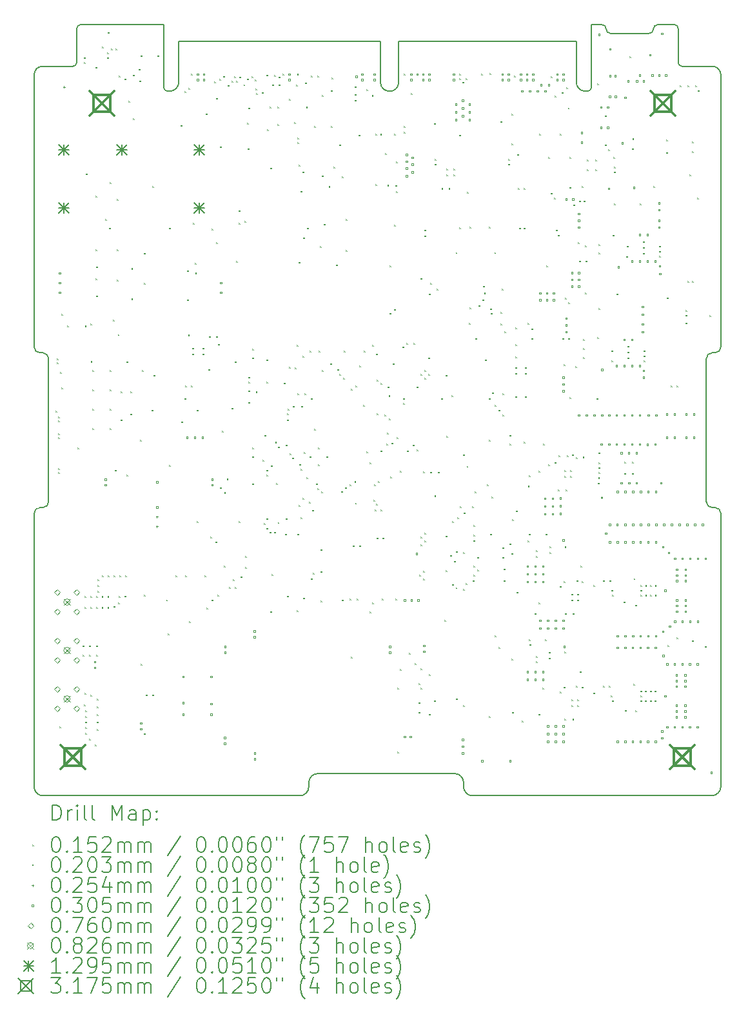
<source format=gbr>
%TF.GenerationSoftware,KiCad,Pcbnew,7.0.1*%
%TF.CreationDate,2023-06-13T18:19:23-04:00*%
%TF.ProjectId,mainboard,6d61696e-626f-4617-9264-2e6b69636164,rev?*%
%TF.SameCoordinates,Original*%
%TF.FileFunction,Drillmap*%
%TF.FilePolarity,Positive*%
%FSLAX45Y45*%
G04 Gerber Fmt 4.5, Leading zero omitted, Abs format (unit mm)*
G04 Created by KiCad (PCBNEW 7.0.1) date 2023-06-13 18:19:23*
%MOMM*%
%LPD*%
G01*
G04 APERTURE LIST*
%ADD10C,0.127000*%
%ADD11C,0.200000*%
%ADD12C,0.015240*%
%ADD13C,0.020320*%
%ADD14C,0.025400*%
%ADD15C,0.030480*%
%ADD16C,0.076000*%
%ADD17C,0.082600*%
%ADD18C,0.129540*%
%ADD19C,0.317500*%
G04 APERTURE END LIST*
D10*
X13586460Y-5674360D02*
X13985240Y-5674360D01*
X5194300Y-11460480D02*
G75*
G03*
X5270500Y-11384280I0J76200D01*
G01*
X14097000Y-9354820D02*
X14097000Y-5786120D01*
X10718800Y-15067280D02*
G75*
G03*
X10599420Y-14947900I-119380J0D01*
G01*
X9626600Y-5880100D02*
X9626600Y-5344160D01*
X12400280Y-5125720D02*
X12529820Y-5125720D01*
X13538200Y-5626100D02*
G75*
G03*
X13586460Y-5674360I48260J0D01*
G01*
X9867900Y-5344160D02*
X12198350Y-5344160D01*
X12590780Y-5184140D02*
G75*
G03*
X12651740Y-5245100I60960J0D01*
G01*
X6779260Y-5938520D02*
X6779260Y-5125720D01*
X9867900Y-5880100D02*
X9867900Y-5344160D01*
X5588000Y-5674360D02*
G75*
G03*
X5638800Y-5628640I2540J48260D01*
G01*
X5189220Y-5674360D02*
G75*
G03*
X5080000Y-5786120I1270J-110490D01*
G01*
X12198350Y-5880100D02*
X12198350Y-5344160D01*
X5697220Y-5125720D02*
G75*
G03*
X5638800Y-5184140I0J-58420D01*
G01*
X8686800Y-15120620D02*
X8686800Y-15067280D01*
X5156200Y-11460480D02*
G75*
G03*
X5080000Y-11536680I0J-76200D01*
G01*
X5080000Y-15113000D02*
G75*
G03*
X5191760Y-15240000I119380J-7620D01*
G01*
X13271500Y-5125720D02*
G75*
G03*
X13210540Y-5186680I0J-60960D01*
G01*
X5080000Y-15113000D02*
X5080000Y-11536680D01*
X5191760Y-15240000D02*
X8567420Y-15240000D01*
X13538200Y-5181600D02*
G75*
G03*
X13482320Y-5125720I-55880J0D01*
G01*
X5270500Y-9507220D02*
G75*
G03*
X5194300Y-9431020I-76200J0D01*
G01*
X13271500Y-5125720D02*
X13482320Y-5125720D01*
X12400280Y-5943600D02*
X12400280Y-5125720D01*
X14097000Y-11536680D02*
G75*
G03*
X14020800Y-11460480I-76200J0D01*
G01*
X8567420Y-15240000D02*
G75*
G03*
X8686800Y-15120620I0J119380D01*
G01*
X5080000Y-9354820D02*
G75*
G03*
X5156200Y-9431020I76200J0D01*
G01*
X12590780Y-5184140D02*
G75*
G03*
X12529820Y-5125720I-59690J-1270D01*
G01*
X13149580Y-5245100D02*
G75*
G03*
X13210540Y-5186680I1270J59690D01*
G01*
X6979920Y-5344160D02*
X9626600Y-5344160D01*
X12651740Y-5245100D02*
X13149580Y-5245100D01*
X14097000Y-5786120D02*
G75*
G03*
X13985240Y-5674360I-111760J0D01*
G01*
X6979920Y-5875020D02*
X6979920Y-5344160D01*
X12319000Y-6002020D02*
X12339320Y-6002020D01*
X6779261Y-5938520D02*
G75*
G03*
X6835140Y-6002020I59679J-3820D01*
G01*
X9626600Y-5880100D02*
G75*
G03*
X9867900Y-5880100I120650J0D01*
G01*
X10718800Y-15120620D02*
X10718800Y-15067280D01*
X5697220Y-5125720D02*
X6779260Y-5125720D01*
X6835140Y-6002020D02*
X6858000Y-6002020D01*
X13906500Y-11384280D02*
X13906500Y-9507220D01*
X10718800Y-15120620D02*
G75*
G03*
X10838180Y-15240000I119380J0D01*
G01*
X12198350Y-5880100D02*
G75*
G03*
X12319000Y-6002020I121280J-640D01*
G01*
X12339320Y-6002019D02*
G75*
G03*
X12400280Y-5943600I1280J59680D01*
G01*
X13906500Y-11384280D02*
G75*
G03*
X13982700Y-11460480I76200J0D01*
G01*
X6858000Y-6002020D02*
G75*
G03*
X6979920Y-5875020I-2540J124460D01*
G01*
X8806180Y-14947900D02*
X10599420Y-14947900D01*
X5156200Y-11460480D02*
X5194300Y-11460480D01*
X10838180Y-15240000D02*
X13977620Y-15240000D01*
X5270500Y-11384280D02*
X5270500Y-9507220D01*
X5156200Y-9431020D02*
X5194300Y-9431020D01*
X5080000Y-9354820D02*
X5080000Y-5786120D01*
X5638800Y-5628640D02*
X5638800Y-5184140D01*
X13538200Y-5626100D02*
X13538200Y-5181600D01*
X5189220Y-5674360D02*
X5588000Y-5674360D01*
X14097000Y-15113000D02*
X14097000Y-11536680D01*
X8806180Y-14947900D02*
G75*
G03*
X8686800Y-15067280I0J-119380D01*
G01*
X13982700Y-11460480D02*
X14020800Y-11460480D01*
X13977620Y-15240000D02*
G75*
G03*
X14097000Y-15113000I-3810J123190D01*
G01*
X14020800Y-9431020D02*
G75*
G03*
X14097000Y-9354820I0J76200D01*
G01*
X13982700Y-9431020D02*
G75*
G03*
X13906500Y-9507220I0J-76200D01*
G01*
X13982700Y-9431020D02*
X14020800Y-9431020D01*
D11*
D12*
X5364480Y-10190480D02*
X5379720Y-10205720D01*
X5379720Y-10190480D02*
X5364480Y-10205720D01*
X5377180Y-9506980D02*
X5392420Y-9522220D01*
X5392420Y-9506980D02*
X5377180Y-9522220D01*
X5377180Y-9557780D02*
X5392420Y-9573020D01*
X5392420Y-9557780D02*
X5377180Y-9573020D01*
X5394880Y-10268980D02*
X5410120Y-10284220D01*
X5410120Y-10268980D02*
X5394880Y-10284220D01*
X5394880Y-10319780D02*
X5410120Y-10335020D01*
X5410120Y-10319780D02*
X5394880Y-10335020D01*
X5394880Y-10488980D02*
X5410120Y-10504220D01*
X5410120Y-10488980D02*
X5394880Y-10504220D01*
X5394880Y-10539780D02*
X5410120Y-10555020D01*
X5410120Y-10539780D02*
X5394880Y-10555020D01*
X5394880Y-10942080D02*
X5410120Y-10957320D01*
X5410120Y-10942080D02*
X5394880Y-10957320D01*
X5394880Y-10992880D02*
X5410120Y-11008120D01*
X5410120Y-10992880D02*
X5394880Y-11008120D01*
X5415280Y-14330680D02*
X5430520Y-14345920D01*
X5430520Y-14330680D02*
X5415280Y-14345920D01*
X5418380Y-9685580D02*
X5433620Y-9700820D01*
X5433620Y-9685580D02*
X5418380Y-9700820D01*
X5440680Y-8920480D02*
X5455920Y-8935720D01*
X5455920Y-8920480D02*
X5440680Y-8935720D01*
X5440680Y-9885680D02*
X5455920Y-9900920D01*
X5455920Y-9885680D02*
X5440680Y-9900920D01*
X5516880Y-9072880D02*
X5532120Y-9088120D01*
X5532120Y-9072880D02*
X5516880Y-9088120D01*
X5645905Y-10674730D02*
X5661145Y-10689970D01*
X5661145Y-10674730D02*
X5645905Y-10689970D01*
X5717380Y-13267380D02*
X5732620Y-13282620D01*
X5732620Y-13267380D02*
X5717380Y-13282620D01*
X5717380Y-13392380D02*
X5732620Y-13407620D01*
X5732620Y-13392380D02*
X5717380Y-13407620D01*
X5732380Y-14042380D02*
X5747620Y-14057620D01*
X5747620Y-14042380D02*
X5732380Y-14057620D01*
X5732780Y-5554980D02*
X5748020Y-5570220D01*
X5748020Y-5554980D02*
X5732780Y-5570220D01*
X5732780Y-5619980D02*
X5748020Y-5635220D01*
X5748020Y-5619980D02*
X5732780Y-5635220D01*
X5742380Y-12617380D02*
X5757620Y-12632620D01*
X5757620Y-12617380D02*
X5742380Y-12632620D01*
X5742380Y-12767380D02*
X5757620Y-12782620D01*
X5757620Y-12767380D02*
X5742380Y-12782620D01*
X5742380Y-13892380D02*
X5757620Y-13907620D01*
X5757620Y-13892380D02*
X5742380Y-13907620D01*
X5746780Y-9074180D02*
X5762020Y-9089420D01*
X5762020Y-9074180D02*
X5746780Y-9089420D01*
X5752380Y-14117380D02*
X5767620Y-14132620D01*
X5767620Y-14117380D02*
X5752380Y-14132620D01*
X5752380Y-14192380D02*
X5767620Y-14207620D01*
X5767620Y-14192380D02*
X5752380Y-14207620D01*
X5752380Y-14267380D02*
X5767620Y-14282620D01*
X5767620Y-14267380D02*
X5752380Y-14282620D01*
X5752380Y-14342380D02*
X5767620Y-14357620D01*
X5767620Y-14342380D02*
X5752380Y-14357620D01*
X5752380Y-14417380D02*
X5767620Y-14432620D01*
X5767620Y-14417380D02*
X5752380Y-14432620D01*
X5758180Y-7078980D02*
X5773420Y-7094220D01*
X5773420Y-7078980D02*
X5758180Y-7094220D01*
X5802380Y-13267380D02*
X5817620Y-13282620D01*
X5817620Y-13267380D02*
X5802380Y-13282620D01*
X5802380Y-13392380D02*
X5817620Y-13407620D01*
X5817620Y-13392380D02*
X5802380Y-13407620D01*
X5802380Y-14492380D02*
X5817620Y-14507620D01*
X5817620Y-14492380D02*
X5802380Y-14507620D01*
X5817380Y-12617380D02*
X5832620Y-12632620D01*
X5832620Y-12617380D02*
X5817380Y-12632620D01*
X5817380Y-12767380D02*
X5832620Y-12782620D01*
X5832620Y-12767380D02*
X5817380Y-12782620D01*
X5817380Y-13917380D02*
X5832620Y-13932620D01*
X5832620Y-13917380D02*
X5817380Y-13932620D01*
X5821680Y-9047480D02*
X5836920Y-9062720D01*
X5836920Y-9047480D02*
X5821680Y-9062720D01*
X5823180Y-9541280D02*
X5838420Y-9556520D01*
X5838420Y-9541280D02*
X5823180Y-9556520D01*
X5847080Y-9657080D02*
X5862320Y-9672320D01*
X5862320Y-9657080D02*
X5847080Y-9672320D01*
X5847080Y-9911080D02*
X5862320Y-9926320D01*
X5862320Y-9911080D02*
X5847080Y-9926320D01*
X5847080Y-10165080D02*
X5862320Y-10180320D01*
X5862320Y-10165080D02*
X5847080Y-10180320D01*
X5847080Y-10419080D02*
X5862320Y-10434320D01*
X5862320Y-10419080D02*
X5847080Y-10434320D01*
X5877380Y-14567380D02*
X5892620Y-14582620D01*
X5892620Y-14567380D02*
X5877380Y-14582620D01*
X5883680Y-7372580D02*
X5898920Y-7387820D01*
X5898920Y-7372580D02*
X5883680Y-7387820D01*
X5885180Y-5681980D02*
X5900420Y-5697220D01*
X5900420Y-5681980D02*
X5885180Y-5697220D01*
X5887980Y-8072380D02*
X5903220Y-8087620D01*
X5903220Y-8072380D02*
X5887980Y-8087620D01*
X5887980Y-8453380D02*
X5903220Y-8468620D01*
X5903220Y-8453380D02*
X5887980Y-8468620D01*
X5892380Y-12617380D02*
X5907620Y-12632620D01*
X5907620Y-12617380D02*
X5892380Y-12632620D01*
X5892380Y-12767380D02*
X5907620Y-12782620D01*
X5907620Y-12767380D02*
X5892380Y-12782620D01*
X5892380Y-13267380D02*
X5907620Y-13282620D01*
X5907620Y-13267380D02*
X5892380Y-13282620D01*
X5892380Y-13392380D02*
X5907620Y-13407620D01*
X5907620Y-13392380D02*
X5892380Y-13407620D01*
X5897880Y-8298180D02*
X5913120Y-8313420D01*
X5913120Y-8298180D02*
X5897880Y-8313420D01*
X5897880Y-8679180D02*
X5913120Y-8694420D01*
X5913120Y-8679180D02*
X5897880Y-8694420D01*
X5902380Y-13967380D02*
X5917620Y-13982620D01*
X5917620Y-13967380D02*
X5902380Y-13982620D01*
X5902380Y-14067380D02*
X5917620Y-14082620D01*
X5917620Y-14067380D02*
X5902380Y-14082620D01*
X5902380Y-14167380D02*
X5917620Y-14182620D01*
X5917620Y-14167380D02*
X5902380Y-14182620D01*
X5902380Y-14267380D02*
X5917620Y-14282620D01*
X5917620Y-14267380D02*
X5902380Y-14282620D01*
X5902380Y-14367380D02*
X5917620Y-14382620D01*
X5917620Y-14367380D02*
X5902380Y-14382620D01*
X5910580Y-12400280D02*
X5925820Y-12415520D01*
X5925820Y-12400280D02*
X5910580Y-12415520D01*
X5910580Y-12476480D02*
X5925820Y-12491720D01*
X5925820Y-12476480D02*
X5910580Y-12491720D01*
X5910580Y-12552680D02*
X5925820Y-12567920D01*
X5925820Y-12552680D02*
X5910580Y-12567920D01*
X5967380Y-12617380D02*
X5982620Y-12632620D01*
X5982620Y-12617380D02*
X5967380Y-12632620D01*
X5967380Y-12767380D02*
X5982620Y-12782620D01*
X5982620Y-12767380D02*
X5967380Y-12782620D01*
X5974080Y-5415280D02*
X5989320Y-5430520D01*
X5989320Y-5415280D02*
X5974080Y-5430520D01*
X5974080Y-12349480D02*
X5989320Y-12364720D01*
X5989320Y-12349480D02*
X5974080Y-12364720D01*
X6013680Y-7675880D02*
X6028920Y-7691120D01*
X6028920Y-7675880D02*
X6013680Y-7691120D01*
X6037580Y-5489980D02*
X6052820Y-5505220D01*
X6052820Y-5489980D02*
X6037580Y-5505220D01*
X6037580Y-5554980D02*
X6052820Y-5570220D01*
X6052820Y-5554980D02*
X6037580Y-5570220D01*
X6042380Y-12617380D02*
X6057620Y-12632620D01*
X6057620Y-12617380D02*
X6042380Y-12632620D01*
X6042380Y-12767380D02*
X6057620Y-12782620D01*
X6057620Y-12767380D02*
X6042380Y-12782620D01*
X6050280Y-5224780D02*
X6065520Y-5240020D01*
X6065520Y-5224780D02*
X6050280Y-5240020D01*
X6050280Y-12349480D02*
X6065520Y-12364720D01*
X6065520Y-12349480D02*
X6050280Y-12364720D01*
X6062980Y-7790180D02*
X6078220Y-7805420D01*
X6078220Y-7790180D02*
X6062980Y-7805420D01*
X6075680Y-7193280D02*
X6090920Y-7208520D01*
X6090920Y-7193280D02*
X6075680Y-7208520D01*
X6075680Y-9657080D02*
X6090920Y-9672320D01*
X6090920Y-9657080D02*
X6075680Y-9672320D01*
X6075680Y-9911080D02*
X6090920Y-9926320D01*
X6090920Y-9911080D02*
X6075680Y-9926320D01*
X6075680Y-10165080D02*
X6090920Y-10180320D01*
X6090920Y-10165080D02*
X6075680Y-10180320D01*
X6075680Y-10419080D02*
X6090920Y-10434320D01*
X6090920Y-10419080D02*
X6075680Y-10434320D01*
X6088380Y-5440680D02*
X6103620Y-5455920D01*
X6103620Y-5440680D02*
X6088380Y-5455920D01*
X6113780Y-8996680D02*
X6129020Y-9011920D01*
X6129020Y-8996680D02*
X6113780Y-9011920D01*
X6122380Y-12752380D02*
X6137620Y-12767620D01*
X6137620Y-12752380D02*
X6122380Y-12767620D01*
X6126480Y-12349480D02*
X6141720Y-12364720D01*
X6141720Y-12349480D02*
X6126480Y-12364720D01*
X6139180Y-10965180D02*
X6154420Y-10980420D01*
X6154420Y-10965180D02*
X6139180Y-10980420D01*
X6151880Y-5441770D02*
X6167120Y-5457010D01*
X6167120Y-5441770D02*
X6151880Y-5457010D01*
X6164580Y-7415780D02*
X6179820Y-7431020D01*
X6179820Y-7415780D02*
X6164580Y-7431020D01*
X6164580Y-8076180D02*
X6179820Y-8091420D01*
X6179820Y-8076180D02*
X6164580Y-8091420D01*
X6165880Y-8469880D02*
X6181120Y-8485120D01*
X6181120Y-8469880D02*
X6165880Y-8485120D01*
X6178080Y-9187980D02*
X6193320Y-9203220D01*
X6193320Y-9187980D02*
X6178080Y-9203220D01*
X6182380Y-12702380D02*
X6197620Y-12717620D01*
X6197620Y-12702380D02*
X6182380Y-12717620D01*
X6189980Y-5796280D02*
X6205220Y-5811520D01*
X6205220Y-5796280D02*
X6189980Y-5811520D01*
X6192380Y-12617380D02*
X6207620Y-12632620D01*
X6207620Y-12617380D02*
X6192380Y-12632620D01*
X6202680Y-12349480D02*
X6217920Y-12364720D01*
X6217920Y-12349480D02*
X6202680Y-12364720D01*
X6215380Y-9936480D02*
X6230620Y-9951720D01*
X6230620Y-9936480D02*
X6215380Y-9951720D01*
X6215380Y-10304780D02*
X6230620Y-10320020D01*
X6230620Y-10304780D02*
X6215380Y-10320020D01*
X6266180Y-5834380D02*
X6281420Y-5849620D01*
X6281420Y-5834380D02*
X6266180Y-5849620D01*
X6266180Y-12616180D02*
X6281420Y-12631420D01*
X6281420Y-12616180D02*
X6266180Y-12631420D01*
X6278880Y-12349480D02*
X6294120Y-12364720D01*
X6294120Y-12349480D02*
X6278880Y-12364720D01*
X6291580Y-9542780D02*
X6306820Y-9558020D01*
X6306820Y-9542780D02*
X6291580Y-9558020D01*
X6291580Y-11028680D02*
X6306820Y-11043920D01*
X6306820Y-11028680D02*
X6291580Y-11043920D01*
X6316980Y-6126480D02*
X6332220Y-6141720D01*
X6332220Y-6126480D02*
X6316980Y-6141720D01*
X6342380Y-9936480D02*
X6357620Y-9951720D01*
X6357620Y-9936480D02*
X6342380Y-9951720D01*
X6342380Y-10228580D02*
X6357620Y-10243820D01*
X6357620Y-10228580D02*
X6342380Y-10243820D01*
X6356580Y-8715780D02*
X6371820Y-8731020D01*
X6371820Y-8715780D02*
X6356580Y-8731020D01*
X6356580Y-8322080D02*
X6371820Y-8337320D01*
X6371820Y-8322080D02*
X6356580Y-8337320D01*
X6380480Y-5783580D02*
X6395720Y-5798820D01*
X6395720Y-5783580D02*
X6380480Y-5798820D01*
X6380480Y-6355080D02*
X6395720Y-6370320D01*
X6395720Y-6355080D02*
X6380480Y-6370320D01*
X6456680Y-5707380D02*
X6471920Y-5722620D01*
X6471920Y-5707380D02*
X6456680Y-5722620D01*
X6459270Y-5859780D02*
X6474510Y-5875020D01*
X6474510Y-5859780D02*
X6459270Y-5875020D01*
X6469380Y-10571480D02*
X6484620Y-10586720D01*
X6484620Y-10571480D02*
X6469380Y-10586720D01*
X6477280Y-13509980D02*
X6492520Y-13525220D01*
X6492520Y-13509980D02*
X6477280Y-13525220D01*
X6482080Y-5529580D02*
X6497320Y-5544820D01*
X6497320Y-5529580D02*
X6482080Y-5544820D01*
X6494780Y-9657080D02*
X6510020Y-9672320D01*
X6510020Y-9657080D02*
X6494780Y-9672320D01*
X6520180Y-8120380D02*
X6535420Y-8135620D01*
X6535420Y-8120380D02*
X6520180Y-8135620D01*
X6520180Y-8514080D02*
X6535420Y-8529320D01*
X6535420Y-8514080D02*
X6520180Y-8529320D01*
X6520180Y-12603480D02*
X6535420Y-12618720D01*
X6535420Y-12603480D02*
X6520180Y-12618720D01*
X6520180Y-14419580D02*
X6535420Y-14434820D01*
X6535420Y-14419580D02*
X6520180Y-14434820D01*
X6545580Y-13911580D02*
X6560820Y-13926820D01*
X6560820Y-13911580D02*
X6545580Y-13926820D01*
X6621780Y-10177780D02*
X6637020Y-10193020D01*
X6637020Y-10177780D02*
X6621780Y-10193020D01*
X6634480Y-7244080D02*
X6649720Y-7259320D01*
X6649720Y-7244080D02*
X6634480Y-7259320D01*
X6634480Y-13911580D02*
X6649720Y-13926820D01*
X6649720Y-13911580D02*
X6634480Y-13926820D01*
X6647180Y-9720580D02*
X6662420Y-9735820D01*
X6662420Y-9720580D02*
X6647180Y-9735820D01*
X6697980Y-5529580D02*
X6713220Y-5544820D01*
X6713220Y-5529580D02*
X6697980Y-5544820D01*
X6813380Y-12666980D02*
X6828620Y-12682220D01*
X6828620Y-12666980D02*
X6813380Y-12682220D01*
X6837680Y-13111480D02*
X6852920Y-13126720D01*
X6852920Y-13111480D02*
X6837680Y-13126720D01*
X6850380Y-7790180D02*
X6865620Y-7805420D01*
X6865620Y-7790180D02*
X6850380Y-7805420D01*
X6850380Y-10901680D02*
X6865620Y-10916920D01*
X6865620Y-10901680D02*
X6850380Y-10916920D01*
X6939280Y-12349480D02*
X6954520Y-12364720D01*
X6954520Y-12349480D02*
X6939280Y-12364720D01*
X7002780Y-6443980D02*
X7018020Y-6459220D01*
X7018020Y-6443980D02*
X7002780Y-6459220D01*
X7015480Y-10330180D02*
X7030720Y-10345420D01*
X7030720Y-10330180D02*
X7015480Y-10345420D01*
X7053580Y-5997806D02*
X7068820Y-6013046D01*
X7068820Y-5997806D02*
X7053580Y-6013046D01*
X7053580Y-10025380D02*
X7068820Y-10040620D01*
X7068820Y-10025380D02*
X7053580Y-10040620D01*
X7066280Y-9860280D02*
X7081520Y-9875520D01*
X7081520Y-9860280D02*
X7066280Y-9875520D01*
X7066280Y-12350918D02*
X7081520Y-12366158D01*
X7081520Y-12350918D02*
X7066280Y-12366158D01*
X7091680Y-8729980D02*
X7106920Y-8745220D01*
X7106920Y-8729980D02*
X7091680Y-8745220D01*
X7091680Y-8348980D02*
X7106920Y-8364220D01*
X7106920Y-8348980D02*
X7091680Y-8364220D01*
X7100880Y-9190680D02*
X7116120Y-9205920D01*
X7116120Y-9190680D02*
X7100880Y-9205920D01*
X7105343Y-5954303D02*
X7120583Y-5969543D01*
X7120583Y-5954303D02*
X7105343Y-5969543D01*
X7117080Y-12947880D02*
X7132320Y-12963120D01*
X7132320Y-12947880D02*
X7117080Y-12963120D01*
X7140761Y-5770880D02*
X7156001Y-5786120D01*
X7156001Y-5770880D02*
X7140761Y-5786120D01*
X7142480Y-9860280D02*
X7157720Y-9875520D01*
X7157720Y-9860280D02*
X7142480Y-9875520D01*
X7155180Y-9364980D02*
X7170420Y-9380220D01*
X7170420Y-9364980D02*
X7155180Y-9380220D01*
X7155180Y-9441180D02*
X7170420Y-9456420D01*
X7170420Y-9441180D02*
X7155180Y-9456420D01*
X7167880Y-7726680D02*
X7183120Y-7741920D01*
X7183120Y-7726680D02*
X7167880Y-7741920D01*
X7193280Y-8251460D02*
X7208520Y-8266700D01*
X7208520Y-8251460D02*
X7193280Y-8266700D01*
X7193580Y-8380480D02*
X7208820Y-8395720D01*
X7208820Y-8380480D02*
X7193580Y-8395720D01*
X7218680Y-10177780D02*
X7233920Y-10193020D01*
X7233920Y-10177780D02*
X7218680Y-10193020D01*
X7218680Y-11638280D02*
X7233920Y-11653520D01*
X7233920Y-11638280D02*
X7218680Y-11653520D01*
X7294880Y-9364980D02*
X7310120Y-9380220D01*
X7310120Y-9364980D02*
X7294880Y-9380220D01*
X7294880Y-9441180D02*
X7310120Y-9456420D01*
X7310120Y-9441180D02*
X7294880Y-9456420D01*
X7320280Y-12350918D02*
X7335520Y-12366158D01*
X7335520Y-12350918D02*
X7320280Y-12366158D01*
X7332980Y-6291580D02*
X7348220Y-6306820D01*
X7348220Y-6291580D02*
X7332980Y-6306820D01*
X7345680Y-12770080D02*
X7360920Y-12785320D01*
X7360920Y-12770080D02*
X7345680Y-12785320D01*
X7371080Y-9644380D02*
X7386320Y-9659620D01*
X7386320Y-9644380D02*
X7371080Y-9659620D01*
X7373670Y-9212580D02*
X7388910Y-9227820D01*
X7388910Y-9212580D02*
X7373670Y-9227820D01*
X7396480Y-11841480D02*
X7411720Y-11856720D01*
X7411720Y-11841480D02*
X7396480Y-11856720D01*
X7409180Y-7802880D02*
X7424420Y-7818120D01*
X7424420Y-7802880D02*
X7409180Y-7818120D01*
X7409180Y-12666980D02*
X7424420Y-12682220D01*
X7424420Y-12666980D02*
X7409180Y-12682220D01*
X7447280Y-5872480D02*
X7462520Y-5887720D01*
X7462520Y-5872480D02*
X7447280Y-5887720D01*
X7459980Y-11904980D02*
X7475220Y-11920220D01*
X7475220Y-11904980D02*
X7459980Y-11920220D01*
X7472680Y-6088380D02*
X7487920Y-6103620D01*
X7487920Y-6088380D02*
X7472680Y-6103620D01*
X7472680Y-7980680D02*
X7487920Y-7995920D01*
X7487920Y-7980680D02*
X7472680Y-7995920D01*
X7472680Y-9212580D02*
X7487920Y-9227820D01*
X7487920Y-9212580D02*
X7472680Y-9227820D01*
X7485380Y-12603480D02*
X7500620Y-12618720D01*
X7500620Y-12603480D02*
X7485380Y-12618720D01*
X7498080Y-9314180D02*
X7513320Y-9329420D01*
X7513320Y-9314180D02*
X7498080Y-9329420D01*
X7508971Y-5840393D02*
X7524211Y-5855633D01*
X7524211Y-5840393D02*
X7508971Y-5855633D01*
X7523480Y-6723380D02*
X7538720Y-6738620D01*
X7538720Y-6723380D02*
X7523480Y-6738620D01*
X7523480Y-11193780D02*
X7538720Y-11209020D01*
X7538720Y-11193780D02*
X7523480Y-11209020D01*
X7548880Y-10451262D02*
X7564120Y-10466502D01*
X7564120Y-10451262D02*
X7548880Y-10466502D01*
X7561565Y-5800720D02*
X7576805Y-5815960D01*
X7576805Y-5800720D02*
X7561565Y-5815960D01*
X7574280Y-12222480D02*
X7589520Y-12237720D01*
X7589520Y-12222480D02*
X7574280Y-12237720D01*
X7575755Y-11260458D02*
X7590995Y-11275698D01*
X7590995Y-11260458D02*
X7575755Y-11275698D01*
X7609890Y-11076890D02*
X7625130Y-11092130D01*
X7625130Y-11076890D02*
X7609890Y-11092130D01*
X7620761Y-5918961D02*
X7636001Y-5934201D01*
X7636001Y-5918961D02*
X7620761Y-5934201D01*
X7637780Y-12501880D02*
X7653020Y-12517120D01*
X7653020Y-12501880D02*
X7637780Y-12517120D01*
X7671641Y-5863573D02*
X7686881Y-5878813D01*
X7686881Y-5863573D02*
X7671641Y-5878813D01*
X7675880Y-10152380D02*
X7691120Y-10167620D01*
X7691120Y-10152380D02*
X7675880Y-10167620D01*
X7688580Y-12400280D02*
X7703820Y-12415520D01*
X7703820Y-12400280D02*
X7688580Y-12415520D01*
X7709876Y-5807130D02*
X7725116Y-5822370D01*
X7725116Y-5807130D02*
X7709876Y-5822370D01*
X7713980Y-9542780D02*
X7729220Y-9558020D01*
X7729220Y-9542780D02*
X7713980Y-9558020D01*
X7713980Y-12501880D02*
X7729220Y-12517120D01*
X7729220Y-12501880D02*
X7713980Y-12517120D01*
X7732551Y-5863662D02*
X7747791Y-5878902D01*
X7747791Y-5863662D02*
X7732551Y-5878902D01*
X7733030Y-8228330D02*
X7748270Y-8243570D01*
X7748270Y-8228330D02*
X7733030Y-8243570D01*
X7764780Y-7561580D02*
X7780020Y-7576820D01*
X7780020Y-7561580D02*
X7764780Y-7576820D01*
X7764780Y-11635690D02*
X7780020Y-11650930D01*
X7780020Y-11635690D02*
X7764780Y-11650930D01*
X7765177Y-7726283D02*
X7780417Y-7741523D01*
X7780417Y-7726283D02*
X7765177Y-7741523D01*
X7776991Y-5808980D02*
X7792231Y-5824220D01*
X7792231Y-5808980D02*
X7776991Y-5824220D01*
X7790180Y-12362180D02*
X7805420Y-12377420D01*
X7805420Y-12362180D02*
X7790180Y-12377420D01*
X7828971Y-5910580D02*
X7844211Y-5925820D01*
X7844211Y-5910580D02*
X7828971Y-5925820D01*
X7840980Y-7701280D02*
X7856220Y-7716520D01*
X7856220Y-7701280D02*
X7840980Y-7716520D01*
X7853680Y-12095480D02*
X7868920Y-12110720D01*
X7868920Y-12095480D02*
X7853680Y-12110720D01*
X7853680Y-12237770D02*
X7868920Y-12253010D01*
X7868920Y-12237770D02*
X7853680Y-12253010D01*
X7876280Y-6415780D02*
X7891520Y-6431020D01*
X7891520Y-6415780D02*
X7876280Y-6431020D01*
X7877181Y-5834380D02*
X7892421Y-5849620D01*
X7892421Y-5834380D02*
X7877181Y-5849620D01*
X7885380Y-6748780D02*
X7900620Y-6764020D01*
X7900620Y-6748780D02*
X7885380Y-6764020D01*
X7891780Y-6215380D02*
X7907020Y-6230620D01*
X7907020Y-6215380D02*
X7891780Y-6230620D01*
X7891780Y-9745980D02*
X7907020Y-9761220D01*
X7907020Y-9745980D02*
X7891780Y-9761220D01*
X7891780Y-9809480D02*
X7907020Y-9824720D01*
X7907020Y-9809480D02*
X7891780Y-9824720D01*
X7891780Y-10076180D02*
X7907020Y-10091420D01*
X7907020Y-10076180D02*
X7891780Y-10091420D01*
X7894370Y-9923780D02*
X7909610Y-9939020D01*
X7909610Y-9923780D02*
X7894370Y-9939020D01*
X7932050Y-5807934D02*
X7947290Y-5823174D01*
X7947290Y-5807934D02*
X7932050Y-5823174D01*
X7942580Y-9377680D02*
X7957820Y-9392920D01*
X7957820Y-9377680D02*
X7942580Y-9392920D01*
X7942580Y-9491980D02*
X7957820Y-9507220D01*
X7957820Y-9491980D02*
X7942580Y-9507220D01*
X7942580Y-10673080D02*
X7957820Y-10688320D01*
X7957820Y-10673080D02*
X7942580Y-10688320D01*
X7942580Y-10787380D02*
X7957820Y-10802620D01*
X7957820Y-10787380D02*
X7942580Y-10802620D01*
X7942580Y-11142980D02*
X7957820Y-11158220D01*
X7957820Y-11142980D02*
X7942580Y-11158220D01*
X7980680Y-5847080D02*
X7995920Y-5862320D01*
X7995920Y-5847080D02*
X7980680Y-5862320D01*
X7982764Y-5963464D02*
X7998004Y-5978704D01*
X7998004Y-5963464D02*
X7982764Y-5978704D01*
X7991032Y-9936480D02*
X8006272Y-9951720D01*
X8006272Y-9936480D02*
X7991032Y-9951720D01*
X7993380Y-6024880D02*
X8008620Y-6040120D01*
X8008620Y-6024880D02*
X7993380Y-6040120D01*
X8072249Y-6012230D02*
X8087489Y-6027470D01*
X8087489Y-6012230D02*
X8072249Y-6027470D01*
X8082280Y-10835590D02*
X8097520Y-10850830D01*
X8097520Y-10835590D02*
X8082280Y-10850830D01*
X8094980Y-11663680D02*
X8110220Y-11678920D01*
X8110220Y-11663680D02*
X8094980Y-11678920D01*
X8107887Y-10507841D02*
X8123127Y-10523081D01*
X8123127Y-10507841D02*
X8107887Y-10523081D01*
X8130490Y-11028680D02*
X8145730Y-11043920D01*
X8145730Y-11028680D02*
X8130490Y-11043920D01*
X8132551Y-5783580D02*
X8147791Y-5798820D01*
X8147791Y-5783580D02*
X8132551Y-5798820D01*
X8133080Y-9517380D02*
X8148320Y-9532620D01*
X8148320Y-9517380D02*
X8133080Y-9532620D01*
X8133080Y-9809480D02*
X8148320Y-9824720D01*
X8148320Y-9809480D02*
X8133080Y-9824720D01*
X8133080Y-10965180D02*
X8148320Y-10980420D01*
X8148320Y-10965180D02*
X8133080Y-10980420D01*
X8133080Y-11600180D02*
X8148320Y-11615420D01*
X8148320Y-11600180D02*
X8133080Y-11615420D01*
X8133080Y-11727180D02*
X8148320Y-11742420D01*
X8148320Y-11727180D02*
X8133080Y-11742420D01*
X8140180Y-6500380D02*
X8155420Y-6515620D01*
X8155420Y-6500380D02*
X8140180Y-6515620D01*
X8171180Y-6202680D02*
X8186420Y-6217920D01*
X8186420Y-6202680D02*
X8171180Y-6217920D01*
X8171180Y-11777980D02*
X8186420Y-11793220D01*
X8186420Y-11777980D02*
X8171180Y-11793220D01*
X8183880Y-7002780D02*
X8199120Y-7018020D01*
X8199120Y-7002780D02*
X8183880Y-7018020D01*
X8183880Y-12819380D02*
X8199120Y-12834620D01*
X8199120Y-12819380D02*
X8183880Y-12834620D01*
X8188850Y-10906650D02*
X8204090Y-10921890D01*
X8204090Y-10906650D02*
X8188850Y-10921890D01*
X8196580Y-12334190D02*
X8211820Y-12349430D01*
X8211820Y-12334190D02*
X8196580Y-12349430D01*
X8209280Y-5910580D02*
X8224520Y-5925820D01*
X8224520Y-5910580D02*
X8209280Y-5925820D01*
X8232946Y-5785844D02*
X8248186Y-5801084D01*
X8248186Y-5785844D02*
X8232946Y-5801084D01*
X8234680Y-11777980D02*
X8249920Y-11793220D01*
X8249920Y-11777980D02*
X8234680Y-11793220D01*
X8244790Y-10596880D02*
X8260030Y-10612120D01*
X8260030Y-10596880D02*
X8244790Y-10612120D01*
X8258330Y-11135410D02*
X8273570Y-11150650D01*
X8273570Y-11135410D02*
X8258330Y-11150650D01*
X8272780Y-6202680D02*
X8288020Y-6217920D01*
X8288020Y-6202680D02*
X8272780Y-6217920D01*
X8272780Y-6431280D02*
X8288020Y-6446520D01*
X8288020Y-6431280D02*
X8272780Y-6446520D01*
X8277810Y-11650980D02*
X8293050Y-11666220D01*
X8293050Y-11650980D02*
X8277810Y-11666220D01*
X8285480Y-10660380D02*
X8300720Y-10675620D01*
X8300720Y-10660380D02*
X8285480Y-10675620D01*
X8289016Y-5910530D02*
X8304256Y-5925770D01*
X8304256Y-5910530D02*
X8289016Y-5925770D01*
X8292551Y-5808980D02*
X8307791Y-5824220D01*
X8307791Y-5808980D02*
X8292551Y-5824220D01*
X8340761Y-5768290D02*
X8356001Y-5783530D01*
X8356001Y-5768290D02*
X8340761Y-5783530D01*
X8361680Y-9822180D02*
X8376920Y-9837420D01*
X8376920Y-9822180D02*
X8361680Y-9837420D01*
X8374380Y-11803380D02*
X8389620Y-11818620D01*
X8389620Y-11803380D02*
X8374380Y-11818620D01*
X8384490Y-11600180D02*
X8399730Y-11615420D01*
X8399730Y-11600180D02*
X8384490Y-11615420D01*
X8387080Y-10634980D02*
X8402320Y-10650220D01*
X8402320Y-10634980D02*
X8387080Y-10650220D01*
X8397707Y-10224172D02*
X8412947Y-10239412D01*
X8412947Y-10224172D02*
X8397707Y-10239412D01*
X8399780Y-10304780D02*
X8415020Y-10320020D01*
X8415020Y-10304780D02*
X8399780Y-10320020D01*
X8399780Y-12616180D02*
X8415020Y-12631420D01*
X8415020Y-12616180D02*
X8399780Y-12631420D01*
X8412480Y-10165080D02*
X8427720Y-10180320D01*
X8427720Y-10165080D02*
X8412480Y-10180320D01*
X8425180Y-6101080D02*
X8440420Y-6116320D01*
X8440420Y-6101080D02*
X8425180Y-6116320D01*
X8426901Y-9617259D02*
X8442141Y-9632499D01*
X8442141Y-9617259D02*
X8426901Y-9632499D01*
X8437880Y-10749280D02*
X8453120Y-10764520D01*
X8453120Y-10749280D02*
X8437880Y-10764520D01*
X8468250Y-10805050D02*
X8483490Y-10820290D01*
X8483490Y-10805050D02*
X8468250Y-10820290D01*
X8477322Y-10126980D02*
X8492562Y-10142220D01*
X8492562Y-10126980D02*
X8477322Y-10142220D01*
X8491220Y-6403340D02*
X8506460Y-6418580D01*
X8506460Y-6403340D02*
X8491220Y-6418580D01*
X8504455Y-9621570D02*
X8519695Y-9636810D01*
X8519695Y-9621570D02*
X8504455Y-9636810D01*
X8516670Y-5915710D02*
X8531910Y-5930950D01*
X8531910Y-5915710D02*
X8516670Y-5930950D01*
X8526780Y-9326880D02*
X8542020Y-9342120D01*
X8542020Y-9326880D02*
X8526780Y-9342120D01*
X8526780Y-12806680D02*
X8542020Y-12821920D01*
X8542020Y-12806680D02*
X8526780Y-12821920D01*
X8532501Y-5774154D02*
X8547741Y-5789394D01*
X8547741Y-5774154D02*
X8532501Y-5789394D01*
X8539473Y-6608934D02*
X8554713Y-6624174D01*
X8554713Y-6608934D02*
X8539473Y-6624174D01*
X8539480Y-6669845D02*
X8554720Y-6685085D01*
X8554720Y-6669845D02*
X8539480Y-6685085D01*
X8539480Y-9965170D02*
X8554720Y-9980410D01*
X8554720Y-9965170D02*
X8539480Y-9980410D01*
X8539480Y-11803380D02*
X8554720Y-11818620D01*
X8554720Y-11803380D02*
X8539480Y-11818620D01*
X8552180Y-6964680D02*
X8567420Y-6979920D01*
X8567420Y-6964680D02*
X8552180Y-6979920D01*
X8552180Y-8239080D02*
X8567420Y-8254320D01*
X8567420Y-8239080D02*
X8552180Y-8254320D01*
X8554720Y-11424970D02*
X8569960Y-11440210D01*
X8569960Y-11424970D02*
X8554720Y-11440210D01*
X8559750Y-10888980D02*
X8574990Y-10904220D01*
X8574990Y-10888980D02*
X8559750Y-10904220D01*
X8575830Y-10955070D02*
X8591070Y-10970310D01*
X8591070Y-10955070D02*
X8575830Y-10970310D01*
X8577580Y-7307580D02*
X8592820Y-7322820D01*
X8592820Y-7307580D02*
X8577580Y-7322820D01*
X8577580Y-11587480D02*
X8592820Y-11602720D01*
X8592820Y-11587480D02*
X8577580Y-11602720D01*
X8590280Y-10126980D02*
X8605520Y-10142220D01*
X8605520Y-10126980D02*
X8590280Y-10142220D01*
X8602980Y-7053580D02*
X8618220Y-7068820D01*
X8618220Y-7053580D02*
X8602980Y-7068820D01*
X8602980Y-11333480D02*
X8618220Y-11348720D01*
X8618220Y-11333480D02*
X8602980Y-11348720D01*
X8605320Y-9468920D02*
X8620560Y-9484160D01*
X8620560Y-9468920D02*
X8605320Y-9484160D01*
X8615680Y-7917180D02*
X8630920Y-7932420D01*
X8630920Y-7917180D02*
X8615680Y-7932420D01*
X8615680Y-12641580D02*
X8630920Y-12656820D01*
X8630920Y-12641580D02*
X8615680Y-12656820D01*
X8624090Y-10733990D02*
X8639330Y-10749230D01*
X8639330Y-10733990D02*
X8624090Y-10749230D01*
X8628380Y-9961880D02*
X8643620Y-9977120D01*
X8643620Y-9961880D02*
X8628380Y-9977120D01*
X8641080Y-5885180D02*
X8656320Y-5900420D01*
X8656320Y-5885180D02*
X8641080Y-5900420D01*
X8650185Y-6200090D02*
X8665425Y-6215330D01*
X8665425Y-6200090D02*
X8650185Y-6215330D01*
X8657110Y-11059210D02*
X8672350Y-11074450D01*
X8672350Y-11059210D02*
X8657110Y-11074450D01*
X8666480Y-7790180D02*
X8681720Y-7805420D01*
X8681720Y-7790180D02*
X8666480Y-7805420D01*
X8691880Y-11385676D02*
X8707120Y-11400916D01*
X8707120Y-11385676D02*
X8691880Y-11400916D01*
X8694470Y-9405240D02*
X8709710Y-9420480D01*
X8709710Y-9405240D02*
X8694470Y-9420480D01*
X8694470Y-10787380D02*
X8709710Y-10802620D01*
X8709710Y-10787380D02*
X8694470Y-10802620D01*
X8717280Y-5796280D02*
X8732520Y-5811520D01*
X8732520Y-5796280D02*
X8717280Y-5811520D01*
X8717280Y-10025380D02*
X8732520Y-10040620D01*
X8732520Y-10025380D02*
X8717280Y-10040620D01*
X8717280Y-12387580D02*
X8732520Y-12402820D01*
X8732520Y-12387580D02*
X8717280Y-12402820D01*
X8728501Y-11490477D02*
X8743741Y-11505717D01*
X8743741Y-11490477D02*
X8728501Y-11505717D01*
X8737945Y-12316115D02*
X8753185Y-12331355D01*
X8753185Y-12316115D02*
X8737945Y-12331355D01*
X8755380Y-6456680D02*
X8770620Y-6471920D01*
X8770620Y-6456680D02*
X8755380Y-6471920D01*
X8759190Y-10427970D02*
X8774430Y-10443210D01*
X8774430Y-10427970D02*
X8759190Y-10443210D01*
X8780780Y-11142980D02*
X8796020Y-11158220D01*
X8796020Y-11142980D02*
X8780780Y-11158220D01*
X8796655Y-5799455D02*
X8811895Y-5814695D01*
X8811895Y-5799455D02*
X8796655Y-5814695D01*
X8800365Y-11206480D02*
X8815605Y-11221720D01*
X8815605Y-11206480D02*
X8800365Y-11221720D01*
X8806180Y-10673080D02*
X8821420Y-10688320D01*
X8821420Y-10673080D02*
X8806180Y-10688320D01*
X8806597Y-10896564D02*
X8821837Y-10911804D01*
X8821837Y-10896564D02*
X8806597Y-10911804D01*
X8818880Y-9403080D02*
X8834120Y-9418320D01*
X8834120Y-9403080D02*
X8818880Y-9418320D01*
X8831580Y-8031480D02*
X8846820Y-8046720D01*
X8846820Y-8031480D02*
X8831580Y-8046720D01*
X8842380Y-12006580D02*
X8857620Y-12021820D01*
X8857620Y-12006580D02*
X8842380Y-12021820D01*
X8844280Y-12294970D02*
X8859520Y-12310210D01*
X8859520Y-12294970D02*
X8844280Y-12310210D01*
X8844280Y-12679680D02*
X8859520Y-12694920D01*
X8859520Y-12679680D02*
X8844280Y-12694920D01*
X8847121Y-11245518D02*
X8862361Y-11260758D01*
X8862361Y-11245518D02*
X8847121Y-11260758D01*
X8856980Y-9657080D02*
X8872220Y-9672320D01*
X8872220Y-9657080D02*
X8856980Y-9672320D01*
X8860450Y-6047690D02*
X8875690Y-6062930D01*
X8875690Y-6047690D02*
X8860450Y-6062930D01*
X8860450Y-7104380D02*
X8875690Y-7119620D01*
X8875690Y-7104380D02*
X8860450Y-7119620D01*
X8880880Y-7739380D02*
X8896120Y-7754620D01*
X8896120Y-7739380D02*
X8880880Y-7754620D01*
X8920480Y-10787380D02*
X8935720Y-10802620D01*
X8935720Y-10787380D02*
X8920480Y-10802620D01*
X8947200Y-7247439D02*
X8962440Y-7262679D01*
X8962440Y-7247439D02*
X8947200Y-7262679D01*
X8971280Y-9568180D02*
X8986520Y-9583420D01*
X8986520Y-9568180D02*
X8971280Y-9583420D01*
X8975063Y-6456680D02*
X8990303Y-6471920D01*
X8990303Y-6456680D02*
X8975063Y-6471920D01*
X8978850Y-5986780D02*
X8994090Y-6002020D01*
X8994090Y-5986780D02*
X8978850Y-6002020D01*
X8983980Y-5821680D02*
X8999220Y-5836920D01*
X8999220Y-5821680D02*
X8983980Y-5836920D01*
X9010880Y-6990080D02*
X9026120Y-7005320D01*
X9026120Y-6990080D02*
X9010880Y-7005320D01*
X9047480Y-8272780D02*
X9062720Y-8288020D01*
X9062720Y-8272780D02*
X9047480Y-8288020D01*
X9060180Y-9644380D02*
X9075420Y-9659620D01*
X9075420Y-9644380D02*
X9060180Y-9659620D01*
X9085580Y-9707880D02*
X9100820Y-9723120D01*
X9100820Y-9707880D02*
X9085580Y-9723120D01*
X9085684Y-6698001D02*
X9100924Y-6713241D01*
X9100924Y-6698001D02*
X9085684Y-6713241D01*
X9109699Y-11244580D02*
X9124939Y-11259820D01*
X9124939Y-11244580D02*
X9109699Y-11259820D01*
X9123680Y-7117080D02*
X9138920Y-7132320D01*
X9138920Y-7117080D02*
X9123680Y-7132320D01*
X9123680Y-12666980D02*
X9138920Y-12682220D01*
X9138920Y-12666980D02*
X9123680Y-12682220D01*
X9136380Y-9758680D02*
X9151620Y-9773920D01*
X9151620Y-9758680D02*
X9136380Y-9773920D01*
X9149080Y-9403080D02*
X9164320Y-9418320D01*
X9164320Y-9403080D02*
X9149080Y-9418320D01*
X9161780Y-11193780D02*
X9177020Y-11209020D01*
X9177020Y-11193780D02*
X9161780Y-11209020D01*
X9174480Y-7675880D02*
X9189720Y-7691120D01*
X9189720Y-7675880D02*
X9174480Y-7691120D01*
X9174480Y-8082280D02*
X9189720Y-8097520D01*
X9189720Y-8082280D02*
X9174480Y-8097520D01*
X9218994Y-11153267D02*
X9234234Y-11168507D01*
X9234234Y-11153267D02*
X9218994Y-11168507D01*
X9225280Y-12654280D02*
X9240520Y-12669520D01*
X9240520Y-12654280D02*
X9225280Y-12669520D01*
X9237980Y-13416280D02*
X9253220Y-13431520D01*
X9253220Y-13416280D02*
X9237980Y-13431520D01*
X9240320Y-9900720D02*
X9255560Y-9915960D01*
X9255560Y-9900720D02*
X9240320Y-9915960D01*
X9263380Y-11955780D02*
X9278620Y-11971020D01*
X9278620Y-11955780D02*
X9263380Y-11971020D01*
X9286190Y-11113040D02*
X9301430Y-11128280D01*
X9301430Y-11113040D02*
X9286190Y-11128280D01*
X9287968Y-5936792D02*
X9303208Y-5952032D01*
X9303208Y-5936792D02*
X9287968Y-5952032D01*
X9288780Y-6037580D02*
X9304020Y-6052820D01*
X9304020Y-6037580D02*
X9288780Y-6052820D01*
X9288780Y-6113780D02*
X9304020Y-6129020D01*
X9304020Y-6113780D02*
X9288780Y-6129020D01*
X9293910Y-11396980D02*
X9309150Y-11412220D01*
X9309150Y-11396980D02*
X9293910Y-11412220D01*
X9301480Y-9860280D02*
X9316720Y-9875520D01*
X9316720Y-9860280D02*
X9301480Y-9875520D01*
X9314180Y-12654280D02*
X9329420Y-12669520D01*
X9329420Y-12654280D02*
X9314180Y-12669520D01*
X9339580Y-6570980D02*
X9354820Y-6586220D01*
X9354820Y-6570980D02*
X9339580Y-6586220D01*
X9349175Y-9599542D02*
X9364415Y-9614782D01*
X9364415Y-9599542D02*
X9349175Y-9614782D01*
X9352280Y-11955780D02*
X9367520Y-11971020D01*
X9367520Y-11955780D02*
X9352280Y-11971020D01*
X9403080Y-10114280D02*
X9418320Y-10129520D01*
X9418320Y-10114280D02*
X9403080Y-10129520D01*
X9405420Y-9400740D02*
X9420660Y-9415980D01*
X9420660Y-9400740D02*
X9405420Y-9415980D01*
X9441180Y-5974080D02*
X9456420Y-5989320D01*
X9456420Y-5974080D02*
X9441180Y-5989320D01*
X9441180Y-10723880D02*
X9456420Y-10739120D01*
X9456420Y-10723880D02*
X9441180Y-10739120D01*
X9484870Y-10868100D02*
X9500110Y-10883340D01*
X9500110Y-10868100D02*
X9484870Y-10883340D01*
X9486180Y-12824770D02*
X9501420Y-12840010D01*
X9501420Y-12824770D02*
X9486180Y-12840010D01*
X9514790Y-6050280D02*
X9530030Y-6065520D01*
X9530030Y-6050280D02*
X9514790Y-6065520D01*
X9516980Y-12707880D02*
X9532220Y-12723120D01*
X9532220Y-12707880D02*
X9516980Y-12723120D01*
X9517380Y-9326880D02*
X9532620Y-9342120D01*
X9532620Y-9326880D02*
X9517380Y-9342120D01*
X9533080Y-11357126D02*
X9548320Y-11372366D01*
X9548320Y-11357126D02*
X9533080Y-11372366D01*
X9542363Y-11156259D02*
X9557603Y-11171499D01*
X9557603Y-11156259D02*
X9542363Y-11171499D01*
X9555480Y-11485880D02*
X9570720Y-11501120D01*
X9570720Y-11485880D02*
X9555480Y-11501120D01*
X9559580Y-6558280D02*
X9574820Y-6573520D01*
X9574820Y-6558280D02*
X9559580Y-6573520D01*
X9559580Y-7218680D02*
X9574820Y-7233920D01*
X9574820Y-7218680D02*
X9559580Y-7233920D01*
X9568180Y-9441180D02*
X9583420Y-9456420D01*
X9583420Y-9441180D02*
X9568180Y-9456420D01*
X9568180Y-11409680D02*
X9583420Y-11424920D01*
X9583420Y-11409680D02*
X9568180Y-11424920D01*
X9580880Y-9784080D02*
X9596120Y-9799320D01*
X9596120Y-9784080D02*
X9580880Y-9799320D01*
X9580880Y-10225990D02*
X9596120Y-10241230D01*
X9596120Y-10225990D02*
X9580880Y-10241230D01*
X9580880Y-11854180D02*
X9596120Y-11869420D01*
X9596120Y-11854180D02*
X9580880Y-11869420D01*
X9591830Y-11115090D02*
X9607070Y-11130330D01*
X9607070Y-11115090D02*
X9591830Y-11130330D01*
X9624580Y-6558280D02*
X9639820Y-6573520D01*
X9639820Y-6558280D02*
X9624580Y-6573520D01*
X9625784Y-9828908D02*
X9641024Y-9844148D01*
X9641024Y-9828908D02*
X9625784Y-9844148D01*
X9631680Y-10711180D02*
X9646920Y-10726420D01*
X9646920Y-10711180D02*
X9631680Y-10726420D01*
X9631680Y-11485880D02*
X9646920Y-11501120D01*
X9646920Y-11485880D02*
X9631680Y-11501120D01*
X9644380Y-12654280D02*
X9659620Y-12669520D01*
X9659620Y-12654280D02*
X9644380Y-12669520D01*
X9657080Y-11854180D02*
X9672320Y-11869420D01*
X9672320Y-11854180D02*
X9657080Y-11869420D01*
X9682009Y-10240838D02*
X9697249Y-10256078D01*
X9697249Y-10240838D02*
X9682009Y-10256078D01*
X9689580Y-6809270D02*
X9704820Y-6824510D01*
X9704820Y-6809270D02*
X9689580Y-6824510D01*
X9707880Y-10622280D02*
X9723120Y-10637520D01*
X9723120Y-10622280D02*
X9707880Y-10637520D01*
X9714230Y-10476230D02*
X9729470Y-10491470D01*
X9729470Y-10476230D02*
X9714230Y-10491470D01*
X9717990Y-7230444D02*
X9733230Y-7245684D01*
X9733230Y-7230444D02*
X9717990Y-7245684D01*
X9720580Y-9872980D02*
X9735820Y-9888220D01*
X9735820Y-9872980D02*
X9720580Y-9888220D01*
X9735001Y-9989001D02*
X9750241Y-10004241D01*
X9750241Y-9989001D02*
X9735001Y-10004241D01*
X9736610Y-10292080D02*
X9751850Y-10307320D01*
X9751850Y-10292080D02*
X9736610Y-10307320D01*
X9745980Y-8285480D02*
X9761220Y-8300720D01*
X9761220Y-8285480D02*
X9745980Y-8300720D01*
X9745980Y-8907780D02*
X9761220Y-8923020D01*
X9761220Y-8907780D02*
X9745980Y-8923020D01*
X9758680Y-11054080D02*
X9773920Y-11069320D01*
X9773920Y-11054080D02*
X9758680Y-11069320D01*
X9772078Y-10608882D02*
X9787318Y-10624122D01*
X9787318Y-10608882D02*
X9772078Y-10624122D01*
X9786670Y-9568180D02*
X9801910Y-9583420D01*
X9801910Y-9568180D02*
X9786670Y-9583420D01*
X9806802Y-6558280D02*
X9822042Y-6573520D01*
X9822042Y-6558280D02*
X9806802Y-6573520D01*
X9809480Y-7752080D02*
X9824720Y-7767320D01*
X9824720Y-7752080D02*
X9809480Y-7767320D01*
X9809480Y-8856980D02*
X9824720Y-8872220D01*
X9824720Y-8856980D02*
X9809480Y-8872220D01*
X9822180Y-7231380D02*
X9837420Y-7246620D01*
X9837420Y-7231380D02*
X9822180Y-7246620D01*
X9822180Y-12654280D02*
X9837420Y-12669520D01*
X9837420Y-12654280D02*
X9822180Y-12669520D01*
X9828580Y-7313880D02*
X9843820Y-7329120D01*
X9843820Y-7313880D02*
X9828580Y-7329120D01*
X9834081Y-6920879D02*
X9849321Y-6936119D01*
X9849321Y-6920879D02*
X9834081Y-6936119D01*
X9837130Y-10535130D02*
X9852370Y-10550370D01*
X9852370Y-10535130D02*
X9837130Y-10550370D01*
X9847580Y-13822680D02*
X9862820Y-13837920D01*
X9862820Y-13822680D02*
X9847580Y-13837920D01*
X9847580Y-14660880D02*
X9862820Y-14676120D01*
X9862820Y-14660880D02*
X9847580Y-14676120D01*
X9885680Y-10977880D02*
X9900920Y-10993120D01*
X9900920Y-10977880D02*
X9885680Y-10993120D01*
X9885680Y-13578790D02*
X9900920Y-13594030D01*
X9900920Y-13578790D02*
X9885680Y-13594030D01*
X9919177Y-9347677D02*
X9934417Y-9362917D01*
X9934417Y-9347677D02*
X9919177Y-9362917D01*
X9923780Y-10025519D02*
X9939020Y-10040759D01*
X9939020Y-10025519D02*
X9923780Y-10040759D01*
X9923780Y-10088880D02*
X9939020Y-10104120D01*
X9939020Y-10088880D02*
X9923780Y-10104120D01*
X9936480Y-5770880D02*
X9951720Y-5786120D01*
X9951720Y-5770880D02*
X9936480Y-5786120D01*
X9936480Y-6456680D02*
X9951720Y-6471920D01*
X9951720Y-6456680D02*
X9936480Y-6471920D01*
X9936480Y-6532880D02*
X9951720Y-6548120D01*
X9951720Y-6532880D02*
X9936480Y-6548120D01*
X9967965Y-9298890D02*
X9983205Y-9314130D01*
X9983205Y-9298890D02*
X9967965Y-9314130D01*
X9974580Y-10711180D02*
X9989820Y-10726420D01*
X9989820Y-10711180D02*
X9974580Y-10726420D01*
X9999980Y-13365480D02*
X10015220Y-13380720D01*
X10015220Y-13365480D02*
X9999980Y-13380720D01*
X10025380Y-6024880D02*
X10040620Y-6040120D01*
X10040620Y-6024880D02*
X10025380Y-6040120D01*
X10050780Y-10634980D02*
X10066020Y-10650220D01*
X10066020Y-10634980D02*
X10050780Y-10650220D01*
X10063480Y-9301480D02*
X10078720Y-9316720D01*
X10078720Y-9301480D02*
X10063480Y-9316720D01*
X10076180Y-13502590D02*
X10091420Y-13517830D01*
X10091420Y-13502590D02*
X10076180Y-13517830D01*
X10101580Y-9872980D02*
X10116820Y-9888220D01*
X10116820Y-9872980D02*
X10101580Y-9888220D01*
X10101580Y-10698480D02*
X10116820Y-10713720D01*
X10116820Y-10698480D02*
X10101580Y-10713720D01*
X10126558Y-13760878D02*
X10141798Y-13776118D01*
X10141798Y-13760878D02*
X10126558Y-13776118D01*
X10126980Y-14013180D02*
X10142220Y-14028420D01*
X10142220Y-14013180D02*
X10126980Y-14028420D01*
X10126980Y-14140180D02*
X10142220Y-14155420D01*
X10142220Y-14140180D02*
X10126980Y-14155420D01*
X10133280Y-12343180D02*
X10148520Y-12358420D01*
X10148520Y-12343180D02*
X10133280Y-12358420D01*
X10152380Y-8450580D02*
X10167620Y-8465820D01*
X10167620Y-8450580D02*
X10152380Y-8465820D01*
X10152380Y-9707880D02*
X10167620Y-9723120D01*
X10167620Y-9707880D02*
X10152380Y-9723120D01*
X10152380Y-11841480D02*
X10167620Y-11856720D01*
X10167620Y-11841480D02*
X10152380Y-11856720D01*
X10152380Y-11943080D02*
X10167620Y-11958320D01*
X10167620Y-11943080D02*
X10152380Y-11958320D01*
X10152380Y-13568680D02*
X10167620Y-13583920D01*
X10167620Y-13568680D02*
X10152380Y-13583920D01*
X10152380Y-13822680D02*
X10167620Y-13837920D01*
X10167620Y-13822680D02*
X10152380Y-13837920D01*
X10190480Y-10987120D02*
X10205720Y-11002360D01*
X10205720Y-10987120D02*
X10190480Y-11002360D01*
X10190480Y-12293180D02*
X10205720Y-12308420D01*
X10205720Y-12293180D02*
X10190480Y-12308420D01*
X10190480Y-12393180D02*
X10205720Y-12408420D01*
X10205720Y-12393180D02*
X10190480Y-12408420D01*
X10203180Y-7815580D02*
X10218420Y-7830820D01*
X10218420Y-7815580D02*
X10203180Y-7830820D01*
X10203180Y-7891780D02*
X10218420Y-7907020D01*
X10218420Y-7891780D02*
X10203180Y-7907020D01*
X10203180Y-9657080D02*
X10218420Y-9672320D01*
X10218420Y-9657080D02*
X10203180Y-9672320D01*
X10203180Y-9758680D02*
X10218420Y-9773920D01*
X10218420Y-9758680D02*
X10203180Y-9773920D01*
X10203180Y-11790680D02*
X10218420Y-11805920D01*
X10218420Y-11790680D02*
X10203180Y-11805920D01*
X10203180Y-11892280D02*
X10218420Y-11907520D01*
X10218420Y-11892280D02*
X10203180Y-11907520D01*
X10253980Y-9491980D02*
X10269220Y-9507220D01*
X10269220Y-9491980D02*
X10253980Y-9507220D01*
X10253980Y-9707880D02*
X10269220Y-9723120D01*
X10269220Y-9707880D02*
X10253980Y-9723120D01*
X10260330Y-8653780D02*
X10275570Y-8669020D01*
X10275570Y-8653780D02*
X10260330Y-8669020D01*
X10266680Y-13644880D02*
X10281920Y-13660120D01*
X10281920Y-13644880D02*
X10266680Y-13660120D01*
X10266680Y-14165580D02*
X10281920Y-14180820D01*
X10281920Y-14165580D02*
X10266680Y-14180820D01*
X10279380Y-8514080D02*
X10294620Y-8529320D01*
X10294620Y-8514080D02*
X10279380Y-8529320D01*
X10279380Y-10990580D02*
X10294620Y-11005820D01*
X10294620Y-10990580D02*
X10279380Y-11005820D01*
X10330180Y-6418580D02*
X10345420Y-6433820D01*
X10345420Y-6418580D02*
X10330180Y-6433820D01*
X10330180Y-13987780D02*
X10345420Y-14003020D01*
X10345420Y-13987780D02*
X10330180Y-14003020D01*
X10336215Y-11302045D02*
X10351455Y-11317285D01*
X10351455Y-11302045D02*
X10336215Y-11317285D01*
X10340195Y-6885795D02*
X10355435Y-6901035D01*
X10355435Y-6885795D02*
X10340195Y-6901035D01*
X10341920Y-6952320D02*
X10357160Y-6967560D01*
X10357160Y-6952320D02*
X10341920Y-6967560D01*
X10368280Y-8590280D02*
X10383520Y-8605520D01*
X10383520Y-8590280D02*
X10368280Y-8605520D01*
X10380980Y-10990580D02*
X10396220Y-11005820D01*
X10396220Y-10990580D02*
X10380980Y-11005820D01*
X10425430Y-10025519D02*
X10440670Y-10040759D01*
X10440670Y-10025519D02*
X10425430Y-10040759D01*
X10428480Y-7267480D02*
X10443720Y-7282720D01*
X10443720Y-7267480D02*
X10428480Y-7282720D01*
X10469880Y-12933680D02*
X10485120Y-12948920D01*
X10485120Y-12933680D02*
X10469880Y-12948920D01*
X10482580Y-9720580D02*
X10497820Y-9735820D01*
X10497820Y-9720580D02*
X10482580Y-9735820D01*
X10482580Y-11828780D02*
X10497820Y-11844020D01*
X10497820Y-11828780D02*
X10482580Y-11844020D01*
X10482580Y-12279580D02*
X10497820Y-12294820D01*
X10497820Y-12279580D02*
X10482580Y-12294820D01*
X10495280Y-7015480D02*
X10510520Y-7030720D01*
X10510520Y-7015480D02*
X10495280Y-7030720D01*
X10495280Y-7091680D02*
X10510520Y-7106920D01*
X10510520Y-7091680D02*
X10495280Y-7106920D01*
X10495280Y-10520680D02*
X10510520Y-10535920D01*
X10510520Y-10520680D02*
X10495280Y-10535920D01*
X10521080Y-7267480D02*
X10536320Y-7282720D01*
X10536320Y-7267480D02*
X10521080Y-7282720D01*
X10546080Y-12082780D02*
X10561320Y-12098020D01*
X10561320Y-12082780D02*
X10546080Y-12098020D01*
X10558780Y-9987280D02*
X10574020Y-10002520D01*
X10574020Y-9987280D02*
X10558780Y-10002520D01*
X10571480Y-11638280D02*
X10586720Y-11653520D01*
X10586720Y-11638280D02*
X10571480Y-11653520D01*
X10571480Y-12463780D02*
X10586720Y-12479020D01*
X10586720Y-12463780D02*
X10571480Y-12479020D01*
X10584180Y-7015480D02*
X10599420Y-7030720D01*
X10599420Y-7015480D02*
X10584180Y-7030720D01*
X10584180Y-7091680D02*
X10599420Y-7106920D01*
X10599420Y-7091680D02*
X10584180Y-7106920D01*
X10596880Y-12158980D02*
X10612120Y-12174220D01*
X10612120Y-12158980D02*
X10596880Y-12174220D01*
X10614214Y-8111514D02*
X10629454Y-8126754D01*
X10629454Y-8111514D02*
X10614214Y-8126754D01*
X10614550Y-12506850D02*
X10629790Y-12522090D01*
X10629790Y-12506850D02*
X10614550Y-12522090D01*
X10622280Y-12031980D02*
X10637520Y-12047220D01*
X10637520Y-12031980D02*
X10622280Y-12047220D01*
X10622280Y-13962380D02*
X10637520Y-13977620D01*
X10637520Y-13962380D02*
X10622280Y-13977620D01*
X10634980Y-11587480D02*
X10650220Y-11602720D01*
X10650220Y-11587480D02*
X10634980Y-11602720D01*
X10660380Y-5770880D02*
X10675620Y-5786120D01*
X10675620Y-5770880D02*
X10660380Y-5786120D01*
X10660380Y-5831790D02*
X10675620Y-5847030D01*
X10675620Y-5831790D02*
X10660380Y-5847030D01*
X10660380Y-6570980D02*
X10675620Y-6586220D01*
X10675620Y-6570980D02*
X10660380Y-6586220D01*
X10660380Y-7787880D02*
X10675620Y-7803120D01*
X10675620Y-7787880D02*
X10660380Y-7803120D01*
X10669280Y-11443680D02*
X10684520Y-11458920D01*
X10684520Y-11443680D02*
X10669280Y-11458920D01*
X10702012Y-5876252D02*
X10717252Y-5891492D01*
X10717252Y-5876252D02*
X10702012Y-5891492D01*
X10711180Y-10761980D02*
X10726420Y-10777220D01*
X10726420Y-10761980D02*
X10711180Y-10777220D01*
X10711180Y-12527280D02*
X10726420Y-12542520D01*
X10726420Y-12527280D02*
X10711180Y-12542520D01*
X10711180Y-14051280D02*
X10726420Y-14066520D01*
X10726420Y-14051280D02*
X10711180Y-14066520D01*
X10713770Y-12044680D02*
X10729010Y-12059920D01*
X10729010Y-12044680D02*
X10713770Y-12059920D01*
X10717380Y-11523980D02*
X10732620Y-11539220D01*
X10732620Y-11523980D02*
X10717380Y-11539220D01*
X10746940Y-5828042D02*
X10762180Y-5843282D01*
X10762180Y-5828042D02*
X10746940Y-5843282D01*
X10749280Y-12451080D02*
X10764520Y-12466320D01*
X10764520Y-12451080D02*
X10749280Y-12466320D01*
X10759080Y-10914380D02*
X10774320Y-10929620D01*
X10774320Y-10914380D02*
X10759080Y-10929620D01*
X10761980Y-7320280D02*
X10777220Y-7335520D01*
X10777220Y-7320280D02*
X10761980Y-7335520D01*
X10787380Y-9037430D02*
X10802620Y-9052670D01*
X10802620Y-9037430D02*
X10787380Y-9052670D01*
X10799955Y-8835557D02*
X10815195Y-8850797D01*
X10815195Y-8835557D02*
X10799955Y-8850797D01*
X10800080Y-7777480D02*
X10815320Y-7792720D01*
X10815320Y-7777480D02*
X10800080Y-7792720D01*
X10834080Y-11443680D02*
X10849320Y-11458920D01*
X10849320Y-11443680D02*
X10834080Y-11458920D01*
X10838180Y-12412980D02*
X10853420Y-12428220D01*
X10853420Y-12412980D02*
X10838180Y-12428220D01*
X10848120Y-12222480D02*
X10863360Y-12237720D01*
X10863360Y-12222480D02*
X10848120Y-12237720D01*
X10848570Y-11887380D02*
X10863810Y-11902620D01*
X10863810Y-11887380D02*
X10848570Y-11902620D01*
X10850880Y-11689080D02*
X10866120Y-11704320D01*
X10866120Y-11689080D02*
X10850880Y-11704320D01*
X10850880Y-11816080D02*
X10866120Y-11831320D01*
X10866120Y-11816080D02*
X10850880Y-11831320D01*
X10850880Y-12338180D02*
X10866120Y-12353420D01*
X10866120Y-12338180D02*
X10850880Y-12353420D01*
X10863580Y-11248680D02*
X10878820Y-11263920D01*
X10878820Y-11248680D02*
X10863580Y-11263920D01*
X10876280Y-9237980D02*
X10891520Y-9253220D01*
X10891520Y-9237980D02*
X10876280Y-9253220D01*
X10901680Y-12108180D02*
X10916920Y-12123420D01*
X10916920Y-12108180D02*
X10901680Y-12123420D01*
X10901680Y-12273280D02*
X10916920Y-12288520D01*
X10916920Y-12273280D02*
X10901680Y-12288520D01*
X10914380Y-8806180D02*
X10929620Y-8821420D01*
X10929620Y-8806180D02*
X10914380Y-8821420D01*
X10952480Y-5770880D02*
X10967720Y-5786120D01*
X10967720Y-5770880D02*
X10952480Y-5786120D01*
X10965180Y-8729980D02*
X10980420Y-8745220D01*
X10980420Y-8729980D02*
X10965180Y-8745220D01*
X10977880Y-8552180D02*
X10993120Y-8567420D01*
X10993120Y-8552180D02*
X10977880Y-8567420D01*
X10988153Y-8638828D02*
X11003393Y-8654068D01*
X11003393Y-8638828D02*
X10988153Y-8654068D01*
X11003280Y-9517380D02*
X11018520Y-9532620D01*
X11018520Y-9517380D02*
X11003280Y-9532620D01*
X11022280Y-11155680D02*
X11037520Y-11170920D01*
X11037520Y-11155680D02*
X11022280Y-11170920D01*
X11047930Y-14193220D02*
X11063170Y-14208460D01*
X11063170Y-14193220D02*
X11047930Y-14208460D01*
X11054080Y-7777480D02*
X11069320Y-7792720D01*
X11069320Y-7777480D02*
X11054080Y-7792720D01*
X11054080Y-10025380D02*
X11069320Y-10040620D01*
X11069320Y-10025380D02*
X11054080Y-10040620D01*
X11054080Y-10571480D02*
X11069320Y-10586720D01*
X11069320Y-10571480D02*
X11054080Y-10586720D01*
X11060761Y-5764199D02*
X11076001Y-5779439D01*
X11076001Y-5764199D02*
X11060761Y-5779439D01*
X11065599Y-8848141D02*
X11080839Y-8863381D01*
X11080839Y-8848141D02*
X11065599Y-8863381D01*
X11066780Y-11803380D02*
X11082020Y-11818620D01*
X11082020Y-11803380D02*
X11066780Y-11818620D01*
X11077980Y-8907780D02*
X11093220Y-8923020D01*
X11093220Y-8907780D02*
X11077980Y-8923020D01*
X11082070Y-11313680D02*
X11097310Y-11328920D01*
X11097310Y-11313680D02*
X11082070Y-11328920D01*
X11092180Y-9949180D02*
X11107420Y-9964420D01*
X11107420Y-9949180D02*
X11092180Y-9964420D01*
X11122214Y-8111514D02*
X11137454Y-8126754D01*
X11137454Y-8111514D02*
X11122214Y-8126754D01*
X11130280Y-10114280D02*
X11145520Y-10129520D01*
X11145520Y-10114280D02*
X11130280Y-10129520D01*
X11130280Y-13136880D02*
X11145520Y-13152120D01*
X11145520Y-13136880D02*
X11130280Y-13152120D01*
X11181080Y-10177780D02*
X11196320Y-10193020D01*
X11196320Y-10177780D02*
X11181080Y-10193020D01*
X11181080Y-13289280D02*
X11196320Y-13304520D01*
X11196320Y-13289280D02*
X11181080Y-13304520D01*
X11206480Y-6393180D02*
X11221720Y-6408420D01*
X11221720Y-6393180D02*
X11206480Y-6408420D01*
X11206480Y-8894630D02*
X11221720Y-8909870D01*
X11221720Y-8894630D02*
X11206480Y-8909870D01*
X11206480Y-9047480D02*
X11221720Y-9062720D01*
X11221720Y-9047480D02*
X11206480Y-9062720D01*
X11219180Y-8590280D02*
X11234420Y-8605520D01*
X11234420Y-8590280D02*
X11219180Y-8605520D01*
X11231880Y-9961880D02*
X11247120Y-9977120D01*
X11247120Y-9961880D02*
X11231880Y-9977120D01*
X11231880Y-10241280D02*
X11247120Y-10256520D01*
X11247120Y-10241280D02*
X11231880Y-10256520D01*
X11231880Y-11981180D02*
X11247120Y-11996420D01*
X11247120Y-11981180D02*
X11231880Y-11996420D01*
X11231880Y-12108180D02*
X11247120Y-12123420D01*
X11247120Y-12108180D02*
X11231880Y-12123420D01*
X11244580Y-12260580D02*
X11259820Y-12275820D01*
X11259820Y-12260580D02*
X11244580Y-12275820D01*
X11244580Y-12412980D02*
X11259820Y-12428220D01*
X11259820Y-12412980D02*
X11244580Y-12428220D01*
X11257280Y-9149080D02*
X11272520Y-9164320D01*
X11272520Y-9149080D02*
X11257280Y-9164320D01*
X11308080Y-6888480D02*
X11323320Y-6903720D01*
X11323320Y-6888480D02*
X11308080Y-6903720D01*
X11308080Y-6952320D02*
X11323320Y-6967560D01*
X11323320Y-6952320D02*
X11308080Y-6967560D01*
X11320780Y-10507980D02*
X11336020Y-10523220D01*
X11336020Y-10507980D02*
X11320780Y-10523220D01*
X11320780Y-10622280D02*
X11336020Y-10637520D01*
X11336020Y-10622280D02*
X11320780Y-10637520D01*
X11320780Y-11930380D02*
X11336020Y-11945620D01*
X11336020Y-11930380D02*
X11320780Y-11945620D01*
X11346180Y-6293380D02*
X11361420Y-6308620D01*
X11361420Y-6293380D02*
X11346180Y-6308620D01*
X11346180Y-6687080D02*
X11361420Y-6702320D01*
X11361420Y-6687080D02*
X11346180Y-6702320D01*
X11346180Y-13441280D02*
X11361420Y-13456520D01*
X11361420Y-13441280D02*
X11346180Y-13456520D01*
X11348640Y-12057380D02*
X11363880Y-12072620D01*
X11363880Y-12057380D02*
X11348640Y-12072620D01*
X11358880Y-11612880D02*
X11374120Y-11628120D01*
X11374120Y-11612880D02*
X11358880Y-11628120D01*
X11358880Y-14140180D02*
X11374120Y-14155420D01*
X11374120Y-14140180D02*
X11358880Y-14155420D01*
X11380761Y-5796280D02*
X11396001Y-5811520D01*
X11396001Y-5796280D02*
X11380761Y-5811520D01*
X11395480Y-9099780D02*
X11410720Y-9115020D01*
X11410720Y-9099780D02*
X11395480Y-9115020D01*
X11395480Y-9315680D02*
X11410720Y-9330920D01*
X11410720Y-9315680D02*
X11395480Y-9330920D01*
X11395480Y-9695180D02*
X11410720Y-9710420D01*
X11410720Y-9695180D02*
X11395480Y-9710420D01*
X11395480Y-9999980D02*
X11410720Y-10015220D01*
X11410720Y-9999980D02*
X11395480Y-10015220D01*
X11396980Y-9479280D02*
X11412220Y-9494520D01*
X11412220Y-9479280D02*
X11396980Y-9494520D01*
X11396980Y-9618980D02*
X11412220Y-9634220D01*
X11412220Y-9618980D02*
X11396980Y-9634220D01*
X11409680Y-11498580D02*
X11424920Y-11513820D01*
X11424920Y-11498580D02*
X11409680Y-11513820D01*
X11415780Y-12565180D02*
X11431020Y-12580420D01*
X11431020Y-12565180D02*
X11415780Y-12580420D01*
X11422380Y-6824980D02*
X11437620Y-6840220D01*
X11437620Y-6824980D02*
X11422380Y-6840220D01*
X11435080Y-7269221D02*
X11450320Y-7284461D01*
X11450320Y-7269221D02*
X11435080Y-7284461D01*
X11450370Y-7790180D02*
X11465610Y-7805420D01*
X11465610Y-7790180D02*
X11450370Y-7805420D01*
X11485880Y-14254480D02*
X11501120Y-14269720D01*
X11501120Y-14254480D02*
X11485880Y-14269720D01*
X11511280Y-7272070D02*
X11526520Y-7287310D01*
X11526520Y-7272070D02*
X11511280Y-7287310D01*
X11511280Y-7790180D02*
X11526520Y-7805420D01*
X11526520Y-7790180D02*
X11511280Y-7805420D01*
X11511280Y-10596880D02*
X11526520Y-10612120D01*
X11526520Y-10596880D02*
X11511280Y-10612120D01*
X11524030Y-9999980D02*
X11539270Y-10015220D01*
X11539270Y-9999980D02*
X11524030Y-10015220D01*
X11525480Y-9618980D02*
X11540720Y-9634220D01*
X11540720Y-9618980D02*
X11525480Y-9634220D01*
X11525480Y-9695180D02*
X11540720Y-9710420D01*
X11540720Y-9695180D02*
X11525480Y-9710420D01*
X11562080Y-9036280D02*
X11577320Y-9051520D01*
X11577320Y-9036280D02*
X11562080Y-9051520D01*
X11562080Y-11892280D02*
X11577320Y-11907520D01*
X11577320Y-11892280D02*
X11562080Y-11907520D01*
X11562772Y-11169880D02*
X11578012Y-11185120D01*
X11578012Y-11169880D02*
X11562772Y-11185120D01*
X11573280Y-11039880D02*
X11588520Y-11055120D01*
X11588520Y-11039880D02*
X11573280Y-11055120D01*
X11574730Y-11803380D02*
X11589970Y-11818620D01*
X11589970Y-11803380D02*
X11574730Y-11818620D01*
X11574780Y-13187280D02*
X11590020Y-13202520D01*
X11590020Y-13187280D02*
X11574780Y-13202520D01*
X11587480Y-13251180D02*
X11602720Y-13266420D01*
X11602720Y-13251180D02*
X11587480Y-13266420D01*
X11612880Y-9110980D02*
X11628120Y-9126220D01*
X11628120Y-9110980D02*
X11612880Y-9126220D01*
X11612880Y-9237980D02*
X11628120Y-9253220D01*
X11628120Y-9237980D02*
X11612880Y-9253220D01*
X11653570Y-12844780D02*
X11668810Y-12860020D01*
X11668810Y-12844780D02*
X11653570Y-12860020D01*
X11666020Y-13405520D02*
X11681260Y-13420760D01*
X11681260Y-13405520D02*
X11666020Y-13420760D01*
X11666020Y-13477040D02*
X11681260Y-13492280D01*
X11681260Y-13477040D02*
X11666020Y-13492280D01*
X11668480Y-12021620D02*
X11683720Y-12036860D01*
X11683720Y-12021620D02*
X11668480Y-12036860D01*
X11668480Y-12093140D02*
X11683720Y-12108380D01*
X11683720Y-12093140D02*
X11668480Y-12108380D01*
X11700280Y-12704361D02*
X11715520Y-12719601D01*
X11715520Y-12704361D02*
X11700280Y-12719601D01*
X11700280Y-14165580D02*
X11715520Y-14180820D01*
X11715520Y-14165580D02*
X11700280Y-14180820D01*
X11701780Y-10977880D02*
X11717020Y-10993120D01*
X11717020Y-10977880D02*
X11701780Y-10993120D01*
X11714480Y-6558280D02*
X11729720Y-6573520D01*
X11729720Y-6558280D02*
X11714480Y-6573520D01*
X11752580Y-13822680D02*
X11767820Y-13837920D01*
X11767820Y-13822680D02*
X11752580Y-13837920D01*
X11765280Y-10622280D02*
X11780520Y-10637520D01*
X11780520Y-10622280D02*
X11765280Y-10637520D01*
X11790880Y-13187280D02*
X11806120Y-13202520D01*
X11806120Y-13187280D02*
X11790880Y-13202520D01*
X11793340Y-11803380D02*
X11808580Y-11818620D01*
X11808580Y-11803380D02*
X11793340Y-11818620D01*
X11803380Y-8285480D02*
X11818620Y-8300720D01*
X11818620Y-8285480D02*
X11803380Y-8300720D01*
X11828780Y-6863080D02*
X11844020Y-6878320D01*
X11844020Y-6863080D02*
X11828780Y-6878320D01*
X11829680Y-10891880D02*
X11844920Y-10907120D01*
X11844920Y-10891880D02*
X11829680Y-10907120D01*
X11841480Y-13352380D02*
X11856720Y-13367620D01*
X11856720Y-13352380D02*
X11841480Y-13367620D01*
X11841480Y-13428580D02*
X11856720Y-13443820D01*
X11856720Y-13428580D02*
X11841480Y-13443820D01*
X11843940Y-11968480D02*
X11859180Y-11983720D01*
X11859180Y-11968480D02*
X11843940Y-11983720D01*
X11843940Y-12044680D02*
X11859180Y-12059920D01*
X11859180Y-12044680D02*
X11843940Y-12059920D01*
X11860761Y-5802380D02*
X11876001Y-5817620D01*
X11876001Y-5802380D02*
X11860761Y-5817620D01*
X11866880Y-7332980D02*
X11882120Y-7348220D01*
X11882120Y-7332980D02*
X11866880Y-7348220D01*
X11904980Y-7396480D02*
X11920220Y-7411720D01*
X11920220Y-7396480D02*
X11904980Y-7411720D01*
X11911330Y-6060390D02*
X11926570Y-6075630D01*
X11926570Y-6060390D02*
X11911330Y-6075630D01*
X11917680Y-10863580D02*
X11932920Y-10878820D01*
X11932920Y-10863580D02*
X11917680Y-10878820D01*
X11930380Y-7815580D02*
X11945620Y-7830820D01*
X11945620Y-7815580D02*
X11930380Y-7830820D01*
X11954380Y-11222780D02*
X11969620Y-11238020D01*
X11969620Y-11222780D02*
X11954380Y-11238020D01*
X11955780Y-7883180D02*
X11971020Y-7898420D01*
X11971020Y-7883180D02*
X11955780Y-7898420D01*
X11968480Y-10774680D02*
X11983720Y-10789920D01*
X11983720Y-10774680D02*
X11968480Y-10789920D01*
X11981180Y-6558280D02*
X11996420Y-6573520D01*
X11996420Y-6558280D02*
X11981180Y-6573520D01*
X11981180Y-13873080D02*
X11996420Y-13888320D01*
X11996420Y-13873080D02*
X11981180Y-13888320D01*
X11983640Y-12488780D02*
X11998880Y-12504020D01*
X11998880Y-12488780D02*
X11983640Y-12504020D01*
X12006580Y-6012180D02*
X12021820Y-6027420D01*
X12021820Y-6012180D02*
X12006580Y-6027420D01*
X12019280Y-9237980D02*
X12034520Y-9253220D01*
X12034520Y-9237980D02*
X12019280Y-9253220D01*
X12031725Y-9581740D02*
X12046965Y-9596980D01*
X12046965Y-9581740D02*
X12031725Y-9596980D01*
X12031980Y-13809580D02*
X12047220Y-13824820D01*
X12047220Y-13809580D02*
X12031980Y-13824820D01*
X12034440Y-12425280D02*
X12049680Y-12440520D01*
X12049680Y-12425280D02*
X12034440Y-12440520D01*
X12042780Y-13350480D02*
X12058020Y-13365720D01*
X12058020Y-13350480D02*
X12042780Y-13365720D01*
X12043280Y-10968780D02*
X12058520Y-10984020D01*
X12058520Y-10968780D02*
X12043280Y-10984020D01*
X12043280Y-11044980D02*
X12058520Y-11060220D01*
X12058520Y-11044980D02*
X12043280Y-11060220D01*
X12044680Y-14228680D02*
X12059920Y-14243920D01*
X12059920Y-14228680D02*
X12044680Y-14243920D01*
X12045240Y-11966580D02*
X12060480Y-11981820D01*
X12060480Y-11966580D02*
X12045240Y-11981820D01*
X12047140Y-12844780D02*
X12062380Y-12860020D01*
X12062380Y-12844780D02*
X12047140Y-12860020D01*
X12053244Y-8708716D02*
X12068484Y-8723956D01*
X12068484Y-8708716D02*
X12053244Y-8723956D01*
X12056380Y-11222780D02*
X12071620Y-11238020D01*
X12071620Y-11222780D02*
X12056380Y-11238020D01*
X12070130Y-5948680D02*
X12085370Y-5963920D01*
X12085370Y-5948680D02*
X12070130Y-5963920D01*
X12073880Y-10774680D02*
X12089120Y-10789920D01*
X12089120Y-10774680D02*
X12073880Y-10789920D01*
X12087930Y-6215380D02*
X12103170Y-6230620D01*
X12103170Y-6215380D02*
X12087930Y-6230620D01*
X12095333Y-9237980D02*
X12110573Y-9253220D01*
X12110573Y-9237980D02*
X12095333Y-9253220D01*
X12095480Y-8768080D02*
X12110720Y-8783320D01*
X12110720Y-8768080D02*
X12095480Y-8783320D01*
X12108180Y-6863080D02*
X12123420Y-6878320D01*
X12123420Y-6863080D02*
X12108180Y-6878320D01*
X12108180Y-7256780D02*
X12123420Y-7272020D01*
X12123420Y-7256780D02*
X12108180Y-7272020D01*
X12108180Y-10012680D02*
X12123420Y-10027920D01*
X12123420Y-10012680D02*
X12108180Y-10027920D01*
X12119480Y-10968780D02*
X12134720Y-10984020D01*
X12134720Y-10968780D02*
X12119480Y-10984020D01*
X12119480Y-11044980D02*
X12134720Y-11060220D01*
X12134720Y-11044980D02*
X12119480Y-11060220D01*
X12133580Y-13974680D02*
X12148820Y-13989920D01*
X12148820Y-13974680D02*
X12133580Y-13989920D01*
X12133580Y-14050880D02*
X12148820Y-14066120D01*
X12148820Y-14050880D02*
X12133580Y-14066120D01*
X12136040Y-12590780D02*
X12151280Y-12606020D01*
X12151280Y-12590780D02*
X12136040Y-12606020D01*
X12136040Y-12666980D02*
X12151280Y-12682220D01*
X12151280Y-12666980D02*
X12136040Y-12682220D01*
X12146280Y-10761980D02*
X12161520Y-10777220D01*
X12161520Y-10761980D02*
X12146280Y-10777220D01*
X12146680Y-14228680D02*
X12161920Y-14243920D01*
X12161920Y-14228680D02*
X12146680Y-14243920D01*
X12149140Y-12844780D02*
X12164380Y-12860020D01*
X12164380Y-12844780D02*
X12149140Y-12860020D01*
X12158980Y-7485380D02*
X12174220Y-7500620D01*
X12174220Y-7485380D02*
X12158980Y-7500620D01*
X12184380Y-9606280D02*
X12199620Y-9621520D01*
X12199620Y-9606280D02*
X12184380Y-9621520D01*
X12196680Y-13797680D02*
X12211920Y-13812920D01*
X12211920Y-13797680D02*
X12196680Y-13812920D01*
X12197080Y-10800080D02*
X12212320Y-10815320D01*
X12212320Y-10800080D02*
X12197080Y-10815320D01*
X12199140Y-12412980D02*
X12214380Y-12428220D01*
X12214380Y-12412980D02*
X12199140Y-12428220D01*
X12209780Y-13974680D02*
X12225020Y-13989920D01*
X12225020Y-13974680D02*
X12209780Y-13989920D01*
X12209780Y-14050880D02*
X12225020Y-14066120D01*
X12225020Y-14050880D02*
X12209780Y-14066120D01*
X12212240Y-12590780D02*
X12227480Y-12606020D01*
X12227480Y-12590780D02*
X12212240Y-12606020D01*
X12212240Y-12666980D02*
X12227480Y-12682220D01*
X12227480Y-12666980D02*
X12212240Y-12682220D01*
X12222480Y-7980680D02*
X12237720Y-7995920D01*
X12237720Y-7980680D02*
X12222480Y-7995920D01*
X12235180Y-7434580D02*
X12250420Y-7449820D01*
X12250420Y-7434580D02*
X12235180Y-7449820D01*
X12235180Y-8221980D02*
X12250420Y-8237220D01*
X12250420Y-8221980D02*
X12235180Y-8237220D01*
X12247880Y-13606380D02*
X12263120Y-13621620D01*
X12263120Y-13606380D02*
X12247880Y-13621620D01*
X12250340Y-12222480D02*
X12265580Y-12237720D01*
X12265580Y-12222480D02*
X12250340Y-12237720D01*
X12270480Y-7241490D02*
X12285720Y-7256730D01*
X12285720Y-7241490D02*
X12270480Y-7256730D01*
X12273280Y-12425680D02*
X12288520Y-12440920D01*
X12288520Y-12425680D02*
X12273280Y-12440920D01*
X12273280Y-13809980D02*
X12288520Y-13825220D01*
X12288520Y-13809980D02*
X12273280Y-13825220D01*
X12282990Y-10794170D02*
X12298230Y-10809410D01*
X12298230Y-10794170D02*
X12282990Y-10809410D01*
X12284421Y-9366323D02*
X12299661Y-9381563D01*
X12299661Y-9366323D02*
X12284421Y-9381563D01*
X12285980Y-9250680D02*
X12301220Y-9265920D01*
X12301220Y-9250680D02*
X12285980Y-9265920D01*
X12285980Y-9488908D02*
X12301220Y-9504148D01*
X12301220Y-9488908D02*
X12285980Y-9504148D01*
X12298680Y-7434580D02*
X12313920Y-7449820D01*
X12313920Y-7434580D02*
X12298680Y-7449820D01*
X12311380Y-8026391D02*
X12326620Y-8041631D01*
X12326620Y-8026391D02*
X12311380Y-8041631D01*
X12311380Y-8641080D02*
X12326620Y-8656320D01*
X12326620Y-8641080D02*
X12311380Y-8656320D01*
X12320275Y-8221980D02*
X12335515Y-8237220D01*
X12335515Y-8221980D02*
X12320275Y-8237220D01*
X12336780Y-6894380D02*
X12352020Y-6909620D01*
X12352020Y-6894380D02*
X12336780Y-6909620D01*
X12336780Y-7021380D02*
X12352020Y-7036620D01*
X12352020Y-7021380D02*
X12336780Y-7036620D01*
X12425680Y-12476480D02*
X12440920Y-12491720D01*
X12440920Y-12476480D02*
X12425680Y-12491720D01*
X12425680Y-13886180D02*
X12440920Y-13901420D01*
X12440920Y-13886180D02*
X12425680Y-13901420D01*
X12451080Y-6894380D02*
X12466320Y-6909620D01*
X12466320Y-6894380D02*
X12451080Y-6909620D01*
X12451080Y-7021380D02*
X12466320Y-7036620D01*
X12466320Y-7021380D02*
X12451080Y-7036620D01*
X12463780Y-10025380D02*
X12479020Y-10040620D01*
X12479020Y-10025380D02*
X12463780Y-10040620D01*
X12476480Y-5897880D02*
X12491720Y-5913120D01*
X12491720Y-5897880D02*
X12476480Y-5913120D01*
X12476480Y-9225280D02*
X12491720Y-9240520D01*
X12491720Y-9225280D02*
X12476480Y-9240520D01*
X12481872Y-11134072D02*
X12497112Y-11149312D01*
X12497112Y-11134072D02*
X12481872Y-11149312D01*
X12485882Y-11061882D02*
X12501122Y-11077122D01*
X12501122Y-11061882D02*
X12485882Y-11077122D01*
X12489180Y-8003008D02*
X12504420Y-8018248D01*
X12504420Y-8003008D02*
X12489180Y-8018248D01*
X12489180Y-8117308D02*
X12504420Y-8132548D01*
X12504420Y-8117308D02*
X12489180Y-8132548D01*
X12489180Y-10996881D02*
X12504420Y-11012121D01*
X12504420Y-10996881D02*
X12489180Y-11012121D01*
X12490080Y-10736877D02*
X12505320Y-10752117D01*
X12505320Y-10736877D02*
X12490080Y-10752117D01*
X12490080Y-10866879D02*
X12505320Y-10882119D01*
X12505320Y-10866879D02*
X12490080Y-10882119D01*
X12490080Y-10931880D02*
X12505320Y-10947120D01*
X12505320Y-10931880D02*
X12490080Y-10947120D01*
X12493409Y-8844280D02*
X12508649Y-8859520D01*
X12508649Y-8844280D02*
X12493409Y-8859520D01*
X12548580Y-13796880D02*
X12563820Y-13812120D01*
X12563820Y-13796880D02*
X12548580Y-13812120D01*
X12551040Y-12412980D02*
X12566280Y-12428220D01*
X12566280Y-12412980D02*
X12551040Y-12428220D01*
X12578080Y-6316980D02*
X12593320Y-6332220D01*
X12593320Y-6316980D02*
X12578080Y-6332220D01*
X12578303Y-6697980D02*
X12593543Y-6713220D01*
X12593543Y-6697980D02*
X12578303Y-6713220D01*
X12616180Y-6761480D02*
X12631420Y-6776720D01*
X12631420Y-6761480D02*
X12616180Y-6776720D01*
X12628880Y-13796880D02*
X12644120Y-13812120D01*
X12644120Y-13796880D02*
X12628880Y-13812120D01*
X12631340Y-12412980D02*
X12646580Y-12428220D01*
X12646580Y-12412980D02*
X12631340Y-12428220D01*
X12654358Y-13923888D02*
X12669598Y-13939128D01*
X12669598Y-13923888D02*
X12654358Y-13939128D01*
X12656818Y-12539988D02*
X12672058Y-12555228D01*
X12672058Y-12539988D02*
X12656818Y-12555228D01*
X12657130Y-9530080D02*
X12672370Y-9545320D01*
X12672370Y-9530080D02*
X12657130Y-9545320D01*
X12662430Y-9399030D02*
X12677670Y-9414270D01*
X12677670Y-9399030D02*
X12662430Y-9414270D01*
X12666980Y-13987380D02*
X12682220Y-14002620D01*
X12682220Y-13987380D02*
X12666980Y-14002620D01*
X12669440Y-12603480D02*
X12684680Y-12618720D01*
X12684680Y-12603480D02*
X12669440Y-12618720D01*
X12675544Y-7883216D02*
X12690784Y-7898456D01*
X12690784Y-7883216D02*
X12675544Y-7898456D01*
X12682456Y-6864982D02*
X12697696Y-6880222D01*
X12697696Y-6864982D02*
X12682456Y-6880222D01*
X12691006Y-7472680D02*
X12706246Y-7487920D01*
X12706246Y-7472680D02*
X12691006Y-7487920D01*
X12692380Y-6990080D02*
X12707620Y-7005320D01*
X12707620Y-6990080D02*
X12692380Y-7005320D01*
X12692380Y-7053580D02*
X12707620Y-7068820D01*
X12707620Y-7053580D02*
X12692380Y-7068820D01*
X12730480Y-8653780D02*
X12745720Y-8669020D01*
X12745720Y-8653780D02*
X12730480Y-8669020D01*
X12819380Y-12692380D02*
X12834620Y-12707620D01*
X12834620Y-12692380D02*
X12819380Y-12707620D01*
X12831380Y-10856880D02*
X12846620Y-10872120D01*
X12846620Y-10856880D02*
X12831380Y-10872120D01*
X12831380Y-11006880D02*
X12846620Y-11022120D01*
X12846620Y-11006880D02*
X12831380Y-11022120D01*
X12836530Y-14114780D02*
X12851770Y-14130020D01*
X12851770Y-14114780D02*
X12836530Y-14130020D01*
X12852930Y-8163030D02*
X12868170Y-8178270D01*
X12868170Y-8163030D02*
X12852930Y-8178270D01*
X12865630Y-8027430D02*
X12880870Y-8042670D01*
X12880870Y-8027430D02*
X12865630Y-8042670D01*
X12870180Y-9339580D02*
X12885420Y-9354820D01*
X12885420Y-9339580D02*
X12870180Y-9354820D01*
X12870180Y-9415780D02*
X12885420Y-9431020D01*
X12885420Y-9415780D02*
X12870180Y-9431020D01*
X12870180Y-9491980D02*
X12885420Y-9507220D01*
X12885420Y-9491980D02*
X12870180Y-9507220D01*
X12894839Y-5539209D02*
X12910079Y-5554449D01*
X12910079Y-5539209D02*
X12894839Y-5554449D01*
X12931380Y-10856880D02*
X12946620Y-10872120D01*
X12946620Y-10856880D02*
X12931380Y-10872120D01*
X12931380Y-11006880D02*
X12946620Y-11022120D01*
X12946620Y-11006880D02*
X12931380Y-11022120D01*
X12933680Y-6748780D02*
X12948920Y-6764020D01*
X12948920Y-6748780D02*
X12933680Y-6764020D01*
X12935239Y-6620437D02*
X12950479Y-6635677D01*
X12950479Y-6620437D02*
X12935239Y-6635677D01*
X12948440Y-13771480D02*
X12963680Y-13786720D01*
X12963680Y-13771480D02*
X12948440Y-13786720D01*
X12950900Y-12387580D02*
X12966140Y-12402820D01*
X12966140Y-12387580D02*
X12950900Y-12402820D01*
X12971780Y-14119240D02*
X12987020Y-14134480D01*
X12987020Y-14119240D02*
X12971780Y-14134480D01*
X12974240Y-12735340D02*
X12989480Y-12750580D01*
X12989480Y-12735340D02*
X12974240Y-12750580D01*
X13035280Y-7472680D02*
X13050520Y-7487920D01*
X13050520Y-7472680D02*
X13035280Y-7487920D01*
X13038540Y-13860380D02*
X13053780Y-13875620D01*
X13053780Y-13860380D02*
X13038540Y-13875620D01*
X13038540Y-13923880D02*
X13053780Y-13939120D01*
X13053780Y-13923880D02*
X13038540Y-13939120D01*
X13038540Y-13987380D02*
X13053780Y-14002620D01*
X13053780Y-13987380D02*
X13038540Y-14002620D01*
X13041000Y-12476480D02*
X13056240Y-12491720D01*
X13056240Y-12476480D02*
X13041000Y-12491720D01*
X13041000Y-12539980D02*
X13056240Y-12555220D01*
X13056240Y-12539980D02*
X13041000Y-12555220D01*
X13041000Y-12603480D02*
X13056240Y-12618720D01*
X13056240Y-12603480D02*
X13041000Y-12618720D01*
X13073380Y-7967980D02*
X13088620Y-7983220D01*
X13088620Y-7967980D02*
X13073380Y-7983220D01*
X13073380Y-8044180D02*
X13088620Y-8059420D01*
X13088620Y-8044180D02*
X13073380Y-8059420D01*
X13073380Y-8120380D02*
X13088620Y-8135620D01*
X13088620Y-8120380D02*
X13073380Y-8135620D01*
X13084280Y-9528280D02*
X13099520Y-9543520D01*
X13099520Y-9528280D02*
X13084280Y-9543520D01*
X13084280Y-9528280D02*
X13099520Y-9543520D01*
X13099520Y-9528280D02*
X13084280Y-9543520D01*
X13085912Y-9399030D02*
X13101152Y-9414270D01*
X13101152Y-9399030D02*
X13085912Y-9414270D01*
X13086080Y-9466580D02*
X13101320Y-9481820D01*
X13101320Y-9466580D02*
X13086080Y-9481820D01*
X13102040Y-13860380D02*
X13117280Y-13875620D01*
X13117280Y-13860380D02*
X13102040Y-13875620D01*
X13102040Y-13987380D02*
X13117280Y-14002620D01*
X13117280Y-13987380D02*
X13102040Y-14002620D01*
X13104500Y-12476480D02*
X13119740Y-12491720D01*
X13119740Y-12476480D02*
X13104500Y-12491720D01*
X13104500Y-12603480D02*
X13119740Y-12618720D01*
X13119740Y-12603480D02*
X13104500Y-12618720D01*
X13165540Y-13860380D02*
X13180780Y-13875620D01*
X13180780Y-13860380D02*
X13165540Y-13875620D01*
X13165540Y-13987380D02*
X13180780Y-14002620D01*
X13180780Y-13987380D02*
X13165540Y-14002620D01*
X13168000Y-12476480D02*
X13183240Y-12491720D01*
X13183240Y-12476480D02*
X13168000Y-12491720D01*
X13168000Y-12603480D02*
X13183240Y-12618720D01*
X13183240Y-12603480D02*
X13168000Y-12618720D01*
X13213080Y-7244080D02*
X13228320Y-7259320D01*
X13228320Y-7244080D02*
X13213080Y-7259320D01*
X13229040Y-13860380D02*
X13244280Y-13875620D01*
X13244280Y-13860380D02*
X13229040Y-13875620D01*
X13229040Y-13987380D02*
X13244280Y-14002620D01*
X13244280Y-13987380D02*
X13229040Y-14002620D01*
X13231500Y-12476480D02*
X13246740Y-12491720D01*
X13246740Y-12476480D02*
X13231500Y-12491720D01*
X13231500Y-12603480D02*
X13246740Y-12618720D01*
X13246740Y-12603480D02*
X13231500Y-12618720D01*
X13287480Y-8156680D02*
X13302720Y-8171920D01*
X13302720Y-8156680D02*
X13287480Y-8171920D01*
X13289112Y-8027430D02*
X13304352Y-8042670D01*
X13304352Y-8027430D02*
X13289112Y-8042670D01*
X13289280Y-8094980D02*
X13304520Y-8110220D01*
X13304520Y-8094980D02*
X13289280Y-8110220D01*
X13378180Y-6634480D02*
X13393420Y-6649720D01*
X13393420Y-6634480D02*
X13378180Y-6649720D01*
X13378180Y-6799580D02*
X13393420Y-6814820D01*
X13393420Y-6799580D02*
X13378180Y-6814820D01*
X13390880Y-8704580D02*
X13406120Y-8719820D01*
X13406120Y-8704580D02*
X13390880Y-8719820D01*
X13393680Y-13261080D02*
X13408920Y-13276320D01*
X13408920Y-13261080D02*
X13393680Y-13276320D01*
X13441680Y-9860280D02*
X13456920Y-9875520D01*
X13456920Y-9860280D02*
X13441680Y-9875520D01*
X13517880Y-9860280D02*
X13533120Y-9875520D01*
X13533120Y-9860280D02*
X13517880Y-9875520D01*
X13517880Y-13162280D02*
X13533120Y-13177520D01*
X13533120Y-13162280D02*
X13517880Y-13177520D01*
X13555980Y-5923280D02*
X13571220Y-5938520D01*
X13571220Y-5923280D02*
X13555980Y-5938520D01*
X13632180Y-8869680D02*
X13647420Y-8884920D01*
X13647420Y-8869680D02*
X13632180Y-8884920D01*
X13632180Y-8933180D02*
X13647420Y-8948420D01*
X13647420Y-8933180D02*
X13632180Y-8948420D01*
X13632180Y-9034780D02*
X13647420Y-9050020D01*
X13647420Y-9034780D02*
X13632180Y-9050020D01*
X13657580Y-5923280D02*
X13672820Y-5938520D01*
X13672820Y-5923280D02*
X13657580Y-5938520D01*
X13657580Y-8488680D02*
X13672820Y-8503920D01*
X13672820Y-8488680D02*
X13657580Y-8503920D01*
X13682980Y-7091680D02*
X13698220Y-7106920D01*
X13698220Y-7091680D02*
X13682980Y-7106920D01*
X13721080Y-6659880D02*
X13736320Y-6675120D01*
X13736320Y-6659880D02*
X13721080Y-6675120D01*
X13721080Y-6786880D02*
X13736320Y-6802120D01*
X13736320Y-6786880D02*
X13721080Y-6802120D01*
X13721080Y-8488680D02*
X13736320Y-8503920D01*
X13736320Y-8488680D02*
X13721080Y-8503920D01*
X13721080Y-13200380D02*
X13736320Y-13215620D01*
X13736320Y-13200380D02*
X13721080Y-13215620D01*
X13759180Y-5923280D02*
X13774420Y-5938520D01*
X13774420Y-5923280D02*
X13759180Y-5938520D01*
X13784580Y-7396480D02*
X13799820Y-7411720D01*
X13799820Y-7396480D02*
X13784580Y-7411720D01*
X13797280Y-5986780D02*
X13812520Y-6002020D01*
X13812520Y-5986780D02*
X13797280Y-6002020D01*
X13886180Y-13276580D02*
X13901420Y-13291820D01*
X13901420Y-13276580D02*
X13886180Y-13291820D01*
X13949680Y-8934680D02*
X13964920Y-8949920D01*
X13964920Y-8934680D02*
X13949680Y-8949920D01*
D13*
X12545960Y-11331300D02*
G75*
G03*
X12545960Y-11331300I-10160J0D01*
G01*
D14*
X5473700Y-5933700D02*
X5473700Y-5959100D01*
X5461000Y-5946400D02*
X5486400Y-5946400D01*
X6692900Y-11569700D02*
X6692900Y-11595100D01*
X6680200Y-11582400D02*
X6705600Y-11582400D01*
X6692900Y-11696700D02*
X6692900Y-11722100D01*
X6680200Y-11709400D02*
X6705600Y-11709400D01*
D15*
X5427076Y-8398876D02*
X5427076Y-8377324D01*
X5405524Y-8377324D01*
X5405524Y-8398876D01*
X5427076Y-8398876D01*
X5427076Y-8525876D02*
X5427076Y-8504324D01*
X5405524Y-8504324D01*
X5405524Y-8525876D01*
X5427076Y-8525876D01*
X5427076Y-8652876D02*
X5427076Y-8631324D01*
X5405524Y-8631324D01*
X5405524Y-8652876D01*
X5427076Y-8652876D01*
X5886676Y-13495776D02*
X5886676Y-13474224D01*
X5865124Y-13474224D01*
X5865124Y-13495776D01*
X5886676Y-13495776D01*
X5886676Y-13571976D02*
X5886676Y-13550424D01*
X5865124Y-13550424D01*
X5865124Y-13571976D01*
X5886676Y-13571976D01*
X6027576Y-11102906D02*
X6027576Y-11081354D01*
X6006024Y-11081354D01*
X6006024Y-11102906D01*
X6027576Y-11102906D01*
X6027576Y-11174076D02*
X6027576Y-11152524D01*
X6006024Y-11152524D01*
X6006024Y-11174076D01*
X6027576Y-11174076D01*
X6495396Y-14299776D02*
X6495396Y-14278224D01*
X6473844Y-14278224D01*
X6473844Y-14299776D01*
X6495396Y-14299776D01*
X6495396Y-14375976D02*
X6495396Y-14354424D01*
X6473844Y-14354424D01*
X6473844Y-14375976D01*
X6495396Y-14375976D01*
X6703676Y-11135976D02*
X6703676Y-11114424D01*
X6682124Y-11114424D01*
X6682124Y-11135976D01*
X6703676Y-11135976D01*
X6703676Y-11466176D02*
X6703676Y-11444624D01*
X6682124Y-11444624D01*
X6682124Y-11466176D01*
X6703676Y-11466176D01*
X7046576Y-13688676D02*
X7046576Y-13667124D01*
X7025024Y-13667124D01*
X7025024Y-13688676D01*
X7046576Y-13688676D01*
X7046576Y-14031576D02*
X7046576Y-14010024D01*
X7025024Y-14010024D01*
X7025024Y-14031576D01*
X7046576Y-14031576D01*
X7046576Y-14183976D02*
X7046576Y-14162424D01*
X7025024Y-14162424D01*
X7025024Y-14183976D01*
X7046576Y-14183976D01*
X7097376Y-10551776D02*
X7097376Y-10530224D01*
X7075824Y-10530224D01*
X7075824Y-10551776D01*
X7097376Y-10551776D01*
X7198976Y-10551776D02*
X7198976Y-10530224D01*
X7177424Y-10530224D01*
X7177424Y-10551776D01*
X7198976Y-10551776D01*
X7239157Y-5789276D02*
X7239157Y-5767724D01*
X7217605Y-5767724D01*
X7217605Y-5789276D01*
X7239157Y-5789276D01*
X7239157Y-5859276D02*
X7239157Y-5837724D01*
X7217605Y-5837724D01*
X7217605Y-5859276D01*
X7239157Y-5859276D01*
X7300576Y-10551776D02*
X7300576Y-10530224D01*
X7279024Y-10530224D01*
X7279024Y-10551776D01*
X7300576Y-10551776D01*
X7319157Y-5789276D02*
X7319157Y-5767724D01*
X7297605Y-5767724D01*
X7297605Y-5789276D01*
X7319157Y-5789276D01*
X7319157Y-5859276D02*
X7319157Y-5837724D01*
X7297605Y-5837724D01*
X7297605Y-5859276D01*
X7319157Y-5859276D01*
X7414876Y-13688676D02*
X7414876Y-13667124D01*
X7393324Y-13667124D01*
X7393324Y-13688676D01*
X7414876Y-13688676D01*
X7414876Y-14044276D02*
X7414876Y-14022724D01*
X7393324Y-14022724D01*
X7393324Y-14044276D01*
X7414876Y-14044276D01*
X7414876Y-14183976D02*
X7414876Y-14162424D01*
X7393324Y-14162424D01*
X7393324Y-14183976D01*
X7414876Y-14183976D01*
X7427576Y-11102906D02*
X7427576Y-11081354D01*
X7406024Y-11081354D01*
X7406024Y-11102906D01*
X7427576Y-11102906D01*
X7427576Y-11174076D02*
X7427576Y-11152524D01*
X7406024Y-11152524D01*
X7406024Y-11174076D01*
X7427576Y-11174076D01*
X7541876Y-8525876D02*
X7541876Y-8504324D01*
X7520324Y-8504324D01*
X7520324Y-8525876D01*
X7541876Y-8525876D01*
X7541876Y-8652876D02*
X7541876Y-8631324D01*
X7520324Y-8631324D01*
X7520324Y-8652876D01*
X7541876Y-8652876D01*
X7592676Y-14487276D02*
X7592676Y-14465724D01*
X7571124Y-14465724D01*
X7571124Y-14487276D01*
X7592676Y-14487276D01*
X7592676Y-14563476D02*
X7592676Y-14541924D01*
X7571124Y-14541924D01*
X7571124Y-14563476D01*
X7592676Y-14563476D01*
X7597756Y-13296476D02*
X7597756Y-13274924D01*
X7576204Y-13274924D01*
X7576204Y-13296476D01*
X7597756Y-13296476D01*
X7597756Y-13372676D02*
X7597756Y-13351124D01*
X7576204Y-13351124D01*
X7576204Y-13372676D01*
X7597756Y-13372676D01*
X7981296Y-13093276D02*
X7981296Y-13071724D01*
X7959744Y-13071724D01*
X7959744Y-13093276D01*
X7981296Y-13093276D01*
X7981296Y-13169476D02*
X7981296Y-13147924D01*
X7959744Y-13147924D01*
X7959744Y-13169476D01*
X7981296Y-13169476D01*
X7986376Y-14691976D02*
X7986376Y-14670424D01*
X7964824Y-14670424D01*
X7964824Y-14691976D01*
X7986376Y-14691976D01*
X7986376Y-14768176D02*
X7986376Y-14746624D01*
X7964824Y-14746624D01*
X7964824Y-14768176D01*
X7986376Y-14768176D01*
X8439158Y-5789276D02*
X8439158Y-5767724D01*
X8417605Y-5767724D01*
X8417605Y-5789276D01*
X8439158Y-5789276D01*
X8439158Y-5859276D02*
X8439158Y-5837724D01*
X8417605Y-5837724D01*
X8417605Y-5859276D01*
X8439158Y-5859276D01*
X9319158Y-5820776D02*
X9319158Y-5799224D01*
X9297605Y-5799224D01*
X9297605Y-5820776D01*
X9319158Y-5820776D01*
X9399158Y-5789276D02*
X9399158Y-5767724D01*
X9377605Y-5767724D01*
X9377605Y-5789276D01*
X9399158Y-5789276D01*
X9399158Y-5859276D02*
X9399158Y-5837724D01*
X9377605Y-5837724D01*
X9377605Y-5859276D01*
X9399158Y-5859276D01*
X9559158Y-5789276D02*
X9559158Y-5767724D01*
X9537605Y-5767724D01*
X9537605Y-5789276D01*
X9559158Y-5789276D01*
X9559158Y-5859276D02*
X9559158Y-5837724D01*
X9537605Y-5837724D01*
X9537605Y-5859276D01*
X9559158Y-5859276D01*
X9761276Y-13292776D02*
X9761276Y-13271224D01*
X9739724Y-13271224D01*
X9739724Y-13292776D01*
X9761276Y-13292776D01*
X9761276Y-13368976D02*
X9761276Y-13347424D01*
X9739724Y-13347424D01*
X9739724Y-13368976D01*
X9761276Y-13368976D01*
X9954876Y-12685376D02*
X9954876Y-12663824D01*
X9933324Y-12663824D01*
X9933324Y-12685376D01*
X9954876Y-12685376D01*
X9954876Y-14476076D02*
X9954876Y-14454524D01*
X9933324Y-14454524D01*
X9933324Y-14476076D01*
X9954876Y-14476076D01*
X9980276Y-6843376D02*
X9980276Y-6821824D01*
X9958724Y-6821824D01*
X9958724Y-6843376D01*
X9980276Y-6843376D01*
X9980276Y-6932276D02*
X9980276Y-6910724D01*
X9958724Y-6910724D01*
X9958724Y-6932276D01*
X9980276Y-6932276D01*
X9980276Y-7021176D02*
X9980276Y-6999624D01*
X9958724Y-6999624D01*
X9958724Y-7021176D01*
X9980276Y-7021176D01*
X9980276Y-7122776D02*
X9980276Y-7101224D01*
X9958724Y-7101224D01*
X9958724Y-7122776D01*
X9980276Y-7122776D01*
X10031076Y-14476076D02*
X10031076Y-14454524D01*
X10009524Y-14454524D01*
X10009524Y-14476076D01*
X10031076Y-14476076D01*
X10039158Y-5789276D02*
X10039158Y-5767724D01*
X10017605Y-5767724D01*
X10017605Y-5789276D01*
X10039158Y-5789276D01*
X10039158Y-5859276D02*
X10039158Y-5837724D01*
X10017605Y-5837724D01*
X10017605Y-5859276D01*
X10039158Y-5859276D01*
X10043776Y-12685376D02*
X10043776Y-12663824D01*
X10022224Y-12663824D01*
X10022224Y-12685376D01*
X10043776Y-12685376D01*
X10056476Y-6881476D02*
X10056476Y-6859924D01*
X10034924Y-6859924D01*
X10034924Y-6881476D01*
X10056476Y-6881476D01*
X10056476Y-6970376D02*
X10056476Y-6948824D01*
X10034924Y-6948824D01*
X10034924Y-6970376D01*
X10056476Y-6970376D01*
X10056476Y-7071976D02*
X10056476Y-7050424D01*
X10034924Y-7050424D01*
X10034924Y-7071976D01*
X10056476Y-7071976D01*
X10112306Y-12075776D02*
X10112306Y-12054224D01*
X10090754Y-12054224D01*
X10090754Y-12075776D01*
X10112306Y-12075776D01*
X10119158Y-5789276D02*
X10119158Y-5767724D01*
X10097605Y-5767724D01*
X10097605Y-5789276D01*
X10119158Y-5789276D01*
X10132676Y-12685376D02*
X10132676Y-12663824D01*
X10111124Y-12663824D01*
X10111124Y-12685376D01*
X10132676Y-12685376D01*
X10199158Y-5789276D02*
X10199158Y-5767724D01*
X10177605Y-5767724D01*
X10177605Y-5789276D01*
X10199158Y-5789276D01*
X10199158Y-5859276D02*
X10199158Y-5837724D01*
X10177605Y-5837724D01*
X10177605Y-5859276D01*
X10199158Y-5859276D01*
X10208876Y-13282276D02*
X10208876Y-13260724D01*
X10187324Y-13260724D01*
X10187324Y-13282276D01*
X10208876Y-13282276D01*
X10208876Y-13358476D02*
X10208876Y-13336924D01*
X10187324Y-13336924D01*
X10187324Y-13358476D01*
X10208876Y-13358476D01*
X10279158Y-5789276D02*
X10279158Y-5767724D01*
X10257605Y-5767724D01*
X10257605Y-5789276D01*
X10279158Y-5789276D01*
X10279158Y-5859276D02*
X10279158Y-5837724D01*
X10257605Y-5837724D01*
X10257605Y-5859276D01*
X10279158Y-5859276D01*
X10599158Y-5789276D02*
X10599158Y-5767724D01*
X10577605Y-5767724D01*
X10577605Y-5789276D01*
X10599158Y-5789276D01*
X10599158Y-5859276D02*
X10599158Y-5837724D01*
X10577605Y-5837724D01*
X10577605Y-5859276D01*
X10599158Y-5859276D01*
X10627976Y-6182976D02*
X10627976Y-6161424D01*
X10606424Y-6161424D01*
X10606424Y-6182976D01*
X10627976Y-6182976D01*
X10627976Y-6284576D02*
X10627976Y-6263024D01*
X10606424Y-6263024D01*
X10606424Y-6284576D01*
X10627976Y-6284576D01*
X10627976Y-6386176D02*
X10627976Y-6364624D01*
X10606424Y-6364624D01*
X10606424Y-6386176D01*
X10627976Y-6386176D01*
X10716876Y-6132176D02*
X10716876Y-6110624D01*
X10695324Y-6110624D01*
X10695324Y-6132176D01*
X10716876Y-6132176D01*
X10716876Y-6233776D02*
X10716876Y-6212224D01*
X10695324Y-6212224D01*
X10695324Y-6233776D01*
X10716876Y-6233776D01*
X10716876Y-6335376D02*
X10716876Y-6313824D01*
X10695324Y-6313824D01*
X10695324Y-6335376D01*
X10716876Y-6335376D01*
X10716876Y-14514176D02*
X10716876Y-14492624D01*
X10695324Y-14492624D01*
X10695324Y-14514176D01*
X10716876Y-14514176D01*
X10716876Y-14603076D02*
X10716876Y-14581524D01*
X10695324Y-14581524D01*
X10695324Y-14603076D01*
X10716876Y-14603076D01*
X10716876Y-14691976D02*
X10716876Y-14670424D01*
X10695324Y-14670424D01*
X10695324Y-14691976D01*
X10716876Y-14691976D01*
X10805776Y-6182976D02*
X10805776Y-6161424D01*
X10784224Y-6161424D01*
X10784224Y-6182976D01*
X10805776Y-6182976D01*
X10805776Y-6284576D02*
X10805776Y-6263024D01*
X10784224Y-6263024D01*
X10784224Y-6284576D01*
X10805776Y-6284576D01*
X10805776Y-6386176D02*
X10805776Y-6364624D01*
X10784224Y-6364624D01*
X10784224Y-6386176D01*
X10805776Y-6386176D01*
X10970876Y-14793576D02*
X10970876Y-14772024D01*
X10949324Y-14772024D01*
X10949324Y-14793576D01*
X10970876Y-14793576D01*
X11239157Y-5789276D02*
X11239157Y-5767724D01*
X11217605Y-5767724D01*
X11217605Y-5789276D01*
X11239157Y-5789276D01*
X11239157Y-5859276D02*
X11239157Y-5837724D01*
X11217605Y-5837724D01*
X11217605Y-5859276D01*
X11239157Y-5859276D01*
X11319157Y-5789276D02*
X11319157Y-5767724D01*
X11297605Y-5767724D01*
X11297605Y-5789276D01*
X11319157Y-5789276D01*
X11319157Y-5859276D02*
X11319157Y-5837724D01*
X11297605Y-5837724D01*
X11297605Y-5859276D01*
X11319157Y-5859276D01*
X11339176Y-14793576D02*
X11339176Y-14772024D01*
X11317624Y-14772024D01*
X11317624Y-14793576D01*
X11339176Y-14793576D01*
X11479157Y-5789276D02*
X11479157Y-5767724D01*
X11457605Y-5767724D01*
X11457605Y-5789276D01*
X11479157Y-5789276D01*
X11479157Y-5859276D02*
X11479157Y-5837724D01*
X11457605Y-5837724D01*
X11457605Y-5859276D01*
X11479157Y-5859276D01*
X11494876Y-6011076D02*
X11494876Y-5989524D01*
X11473324Y-5989524D01*
X11473324Y-6011076D01*
X11494876Y-6011076D01*
X11559157Y-5789276D02*
X11559157Y-5767724D01*
X11537605Y-5767724D01*
X11537605Y-5789276D01*
X11559157Y-5789276D01*
X11559157Y-5859276D02*
X11559157Y-5837724D01*
X11537605Y-5837724D01*
X11537605Y-5859276D01*
X11559157Y-5859276D01*
X11567776Y-12444076D02*
X11567776Y-12422524D01*
X11546224Y-12422524D01*
X11546224Y-12444076D01*
X11567776Y-12444076D01*
X11567776Y-13624776D02*
X11567776Y-13603224D01*
X11546224Y-13603224D01*
X11546224Y-13624776D01*
X11567776Y-13624776D01*
X11567776Y-13726376D02*
X11567776Y-13704824D01*
X11546224Y-13704824D01*
X11546224Y-13726376D01*
X11567776Y-13726376D01*
X11570237Y-12240876D02*
X11570237Y-12219324D01*
X11548684Y-12219324D01*
X11548684Y-12240876D01*
X11570237Y-12240876D01*
X11570237Y-12342476D02*
X11570237Y-12320924D01*
X11548684Y-12320924D01*
X11548684Y-12342476D01*
X11570237Y-12342476D01*
X11596476Y-6011076D02*
X11596476Y-5989524D01*
X11574924Y-5989524D01*
X11574924Y-6011076D01*
X11596476Y-6011076D01*
X11639157Y-5789276D02*
X11639157Y-5767724D01*
X11617605Y-5767724D01*
X11617605Y-5789276D01*
X11639157Y-5789276D01*
X11639157Y-5859276D02*
X11639157Y-5837724D01*
X11617605Y-5837724D01*
X11617605Y-5859276D01*
X11639157Y-5859276D01*
X11669376Y-12444076D02*
X11669376Y-12422524D01*
X11647824Y-12422524D01*
X11647824Y-12444076D01*
X11669376Y-12444076D01*
X11669376Y-13624776D02*
X11669376Y-13603224D01*
X11647824Y-13603224D01*
X11647824Y-13624776D01*
X11669376Y-13624776D01*
X11669376Y-13726376D02*
X11669376Y-13704824D01*
X11647824Y-13704824D01*
X11647824Y-13726376D01*
X11669376Y-13726376D01*
X11671837Y-12240876D02*
X11671837Y-12219324D01*
X11650284Y-12219324D01*
X11650284Y-12240876D01*
X11671837Y-12240876D01*
X11671837Y-12342476D02*
X11671837Y-12320924D01*
X11650284Y-12320924D01*
X11650284Y-12342476D01*
X11671837Y-12342476D01*
X11698076Y-6011076D02*
X11698076Y-5989524D01*
X11676524Y-5989524D01*
X11676524Y-6011076D01*
X11698076Y-6011076D01*
X11732876Y-8659476D02*
X11732876Y-8637924D01*
X11711324Y-8637924D01*
X11711324Y-8659476D01*
X11732876Y-8659476D01*
X11732876Y-8748376D02*
X11732876Y-8726824D01*
X11711324Y-8726824D01*
X11711324Y-8748376D01*
X11732876Y-8748376D01*
X11732876Y-12952076D02*
X11732876Y-12930524D01*
X11711324Y-12930524D01*
X11711324Y-12952076D01*
X11732876Y-12952076D01*
X11732876Y-13053676D02*
X11732876Y-13032124D01*
X11711324Y-13032124D01*
X11711324Y-13053676D01*
X11732876Y-13053676D01*
X11745576Y-5928976D02*
X11745576Y-5907424D01*
X11724024Y-5907424D01*
X11724024Y-5928976D01*
X11745576Y-5928976D01*
X11770976Y-12444076D02*
X11770976Y-12422524D01*
X11749424Y-12422524D01*
X11749424Y-12444076D01*
X11770976Y-12444076D01*
X11770976Y-13624776D02*
X11770976Y-13603224D01*
X11749424Y-13603224D01*
X11749424Y-13624776D01*
X11770976Y-13624776D01*
X11770976Y-13726376D02*
X11770976Y-13704824D01*
X11749424Y-13704824D01*
X11749424Y-13726376D01*
X11770976Y-13726376D01*
X11773437Y-12240876D02*
X11773437Y-12219324D01*
X11751884Y-12219324D01*
X11751884Y-12240876D01*
X11773437Y-12240876D01*
X11773437Y-12342476D02*
X11773437Y-12320924D01*
X11751884Y-12320924D01*
X11751884Y-12342476D01*
X11773437Y-12342476D01*
X11796376Y-11351876D02*
X11796376Y-11330324D01*
X11774824Y-11330324D01*
X11774824Y-11351876D01*
X11796376Y-11351876D01*
X11796376Y-11453476D02*
X11796376Y-11431924D01*
X11774824Y-11431924D01*
X11774824Y-11453476D01*
X11796376Y-11453476D01*
X11796376Y-11555076D02*
X11796376Y-11533524D01*
X11774824Y-11533524D01*
X11774824Y-11555076D01*
X11796376Y-11555076D01*
X11799676Y-6011076D02*
X11799676Y-5989524D01*
X11778124Y-5989524D01*
X11778124Y-6011076D01*
X11799676Y-6011076D01*
X11821776Y-8659476D02*
X11821776Y-8637924D01*
X11800224Y-8637924D01*
X11800224Y-8659476D01*
X11821776Y-8659476D01*
X11821776Y-8748376D02*
X11821776Y-8726824D01*
X11800224Y-8726824D01*
X11800224Y-8748376D01*
X11821776Y-8748376D01*
X11834476Y-12952076D02*
X11834476Y-12930524D01*
X11812924Y-12930524D01*
X11812924Y-12952076D01*
X11834476Y-12952076D01*
X11834476Y-13053676D02*
X11834476Y-13032124D01*
X11812924Y-13032124D01*
X11812924Y-13053676D01*
X11834476Y-13053676D01*
X11834476Y-14335976D02*
X11834476Y-14314424D01*
X11812924Y-14314424D01*
X11812924Y-14335976D01*
X11834476Y-14335976D01*
X11834476Y-14437576D02*
X11834476Y-14416024D01*
X11812924Y-14416024D01*
X11812924Y-14437576D01*
X11834476Y-14437576D01*
X11834476Y-14539176D02*
X11834476Y-14517624D01*
X11812924Y-14517624D01*
X11812924Y-14539176D01*
X11834476Y-14539176D01*
X11847176Y-5928976D02*
X11847176Y-5907424D01*
X11825624Y-5907424D01*
X11825624Y-5928976D01*
X11847176Y-5928976D01*
X11897976Y-11351876D02*
X11897976Y-11330324D01*
X11876424Y-11330324D01*
X11876424Y-11351876D01*
X11897976Y-11351876D01*
X11897976Y-11453476D02*
X11897976Y-11431924D01*
X11876424Y-11431924D01*
X11876424Y-11453476D01*
X11897976Y-11453476D01*
X11897976Y-11555076D02*
X11897976Y-11533524D01*
X11876424Y-11533524D01*
X11876424Y-11555076D01*
X11897976Y-11555076D01*
X11910676Y-8659476D02*
X11910676Y-8637924D01*
X11889124Y-8637924D01*
X11889124Y-8659476D01*
X11910676Y-8659476D01*
X11910676Y-8748376D02*
X11910676Y-8726824D01*
X11889124Y-8726824D01*
X11889124Y-8748376D01*
X11910676Y-8748376D01*
X11936076Y-12952076D02*
X11936076Y-12930524D01*
X11914524Y-12930524D01*
X11914524Y-12952076D01*
X11936076Y-12952076D01*
X11936076Y-13053676D02*
X11936076Y-13032124D01*
X11914524Y-13032124D01*
X11914524Y-13053676D01*
X11936076Y-13053676D01*
X11936076Y-14335976D02*
X11936076Y-14314424D01*
X11914524Y-14314424D01*
X11914524Y-14335976D01*
X11936076Y-14335976D01*
X11936076Y-14437576D02*
X11936076Y-14416024D01*
X11914524Y-14416024D01*
X11914524Y-14437576D01*
X11936076Y-14437576D01*
X11936076Y-14539176D02*
X11936076Y-14517624D01*
X11914524Y-14517624D01*
X11914524Y-14539176D01*
X11936076Y-14539176D01*
X11959157Y-5789276D02*
X11959157Y-5767724D01*
X11937605Y-5767724D01*
X11937605Y-5789276D01*
X11959157Y-5789276D01*
X11959157Y-5859276D02*
X11959157Y-5837724D01*
X11937605Y-5837724D01*
X11937605Y-5859276D01*
X11959157Y-5859276D01*
X11999776Y-11348676D02*
X11999776Y-11327124D01*
X11978224Y-11327124D01*
X11978224Y-11348676D01*
X11999776Y-11348676D01*
X11999776Y-11450276D02*
X11999776Y-11428724D01*
X11978224Y-11428724D01*
X11978224Y-11450276D01*
X11999776Y-11450276D01*
X11999776Y-11551876D02*
X11999776Y-11530324D01*
X11978224Y-11530324D01*
X11978224Y-11551876D01*
X11999776Y-11551876D01*
X12037676Y-9764376D02*
X12037676Y-9742824D01*
X12016124Y-9742824D01*
X12016124Y-9764376D01*
X12037676Y-9764376D01*
X12037676Y-9853276D02*
X12037676Y-9831724D01*
X12016124Y-9831724D01*
X12016124Y-9853276D01*
X12037676Y-9853276D01*
X12037676Y-9942176D02*
X12037676Y-9920624D01*
X12016124Y-9920624D01*
X12016124Y-9942176D01*
X12037676Y-9942176D01*
X12037676Y-11897976D02*
X12037676Y-11876424D01*
X12016124Y-11876424D01*
X12016124Y-11897976D01*
X12037676Y-11897976D01*
X12037676Y-13053676D02*
X12037676Y-13032124D01*
X12016124Y-13032124D01*
X12016124Y-13053676D01*
X12037676Y-13053676D01*
X12037676Y-14335976D02*
X12037676Y-14314424D01*
X12016124Y-14314424D01*
X12016124Y-14335976D01*
X12037676Y-14335976D01*
X12037676Y-14437576D02*
X12037676Y-14416024D01*
X12016124Y-14416024D01*
X12016124Y-14437576D01*
X12037676Y-14437576D01*
X12037676Y-14539176D02*
X12037676Y-14517624D01*
X12016124Y-14517624D01*
X12016124Y-14539176D01*
X12037676Y-14539176D01*
X12039157Y-5789276D02*
X12039157Y-5767724D01*
X12017605Y-5767724D01*
X12017605Y-5789276D01*
X12039157Y-5789276D01*
X12039157Y-5859276D02*
X12039157Y-5837724D01*
X12017605Y-5837724D01*
X12017605Y-5859276D01*
X12039157Y-5859276D01*
X12040137Y-12952076D02*
X12040137Y-12930524D01*
X12018584Y-12930524D01*
X12018584Y-12952076D01*
X12040137Y-12952076D01*
X12050376Y-13294976D02*
X12050376Y-13273424D01*
X12028824Y-13273424D01*
X12028824Y-13294976D01*
X12050376Y-13294976D01*
X12075776Y-7427576D02*
X12075776Y-7406024D01*
X12054224Y-7406024D01*
X12054224Y-7427576D01*
X12075776Y-7427576D01*
X12075776Y-8989676D02*
X12075776Y-8968124D01*
X12054224Y-8968124D01*
X12054224Y-8989676D01*
X12075776Y-8989676D01*
X12075776Y-9078576D02*
X12075776Y-9057024D01*
X12054224Y-9057024D01*
X12054224Y-9078576D01*
X12075776Y-9078576D01*
X12075776Y-9167476D02*
X12075776Y-9145924D01*
X12054224Y-9145924D01*
X12054224Y-9167476D01*
X12075776Y-9167476D01*
X12151976Y-8392776D02*
X12151976Y-8371224D01*
X12130424Y-8371224D01*
X12130424Y-8392776D01*
X12151976Y-8392776D01*
X12151976Y-8481676D02*
X12151976Y-8460124D01*
X12130424Y-8460124D01*
X12130424Y-8481676D01*
X12151976Y-8481676D01*
X12151976Y-8570576D02*
X12151976Y-8549024D01*
X12130424Y-8549024D01*
X12130424Y-8570576D01*
X12151976Y-8570576D01*
X12164676Y-7427576D02*
X12164676Y-7406024D01*
X12143124Y-7406024D01*
X12143124Y-7427576D01*
X12164676Y-7427576D01*
X12240876Y-7618076D02*
X12240876Y-7596524D01*
X12219324Y-7596524D01*
X12219324Y-7618076D01*
X12240876Y-7618076D01*
X12240876Y-7706976D02*
X12240876Y-7685424D01*
X12219324Y-7685424D01*
X12219324Y-7706976D01*
X12240876Y-7706976D01*
X12240876Y-7795876D02*
X12240876Y-7774324D01*
X12219324Y-7774324D01*
X12219324Y-7795876D01*
X12240876Y-7795876D01*
X12240876Y-8392776D02*
X12240876Y-8371224D01*
X12219324Y-8371224D01*
X12219324Y-8392776D01*
X12240876Y-8392776D01*
X12240876Y-8481676D02*
X12240876Y-8460124D01*
X12219324Y-8460124D01*
X12219324Y-8481676D01*
X12240876Y-8481676D01*
X12240876Y-8570576D02*
X12240876Y-8549024D01*
X12219324Y-8549024D01*
X12219324Y-8570576D01*
X12240876Y-8570576D01*
X12240876Y-10259676D02*
X12240876Y-10238124D01*
X12219324Y-10238124D01*
X12219324Y-10259676D01*
X12240876Y-10259676D01*
X12278976Y-6556306D02*
X12278976Y-6534754D01*
X12257424Y-6534754D01*
X12257424Y-6556306D01*
X12278976Y-6556306D01*
X12278976Y-6683306D02*
X12278976Y-6661754D01*
X12257424Y-6661754D01*
X12257424Y-6683306D01*
X12278976Y-6683306D01*
X12344276Y-10259676D02*
X12344276Y-10238124D01*
X12322724Y-10238124D01*
X12322724Y-10259676D01*
X12344276Y-10259676D01*
X12444076Y-10259676D02*
X12444076Y-10238124D01*
X12422524Y-10238124D01*
X12422524Y-10259676D01*
X12444076Y-10259676D01*
X12507576Y-5268576D02*
X12507576Y-5247024D01*
X12486024Y-5247024D01*
X12486024Y-5268576D01*
X12507576Y-5268576D01*
X12532976Y-6221076D02*
X12532976Y-6199524D01*
X12511424Y-6199524D01*
X12511424Y-6221076D01*
X12532976Y-6221076D01*
X12532976Y-6487776D02*
X12532976Y-6466224D01*
X12511424Y-6466224D01*
X12511424Y-6487776D01*
X12532976Y-6487776D01*
X12537776Y-10640676D02*
X12537776Y-10619124D01*
X12516224Y-10619124D01*
X12516224Y-10640676D01*
X12537776Y-10640676D01*
X12545676Y-9662776D02*
X12545676Y-9641224D01*
X12524124Y-9641224D01*
X12524124Y-9662776D01*
X12545676Y-9662776D01*
X12545676Y-10259676D02*
X12545676Y-10238124D01*
X12524124Y-10238124D01*
X12524124Y-10259676D01*
X12545676Y-10259676D01*
X12596476Y-11809076D02*
X12596476Y-11787524D01*
X12574924Y-11787524D01*
X12574924Y-11809076D01*
X12596476Y-11809076D01*
X12621876Y-6221076D02*
X12621876Y-6199524D01*
X12600324Y-6199524D01*
X12600324Y-6221076D01*
X12621876Y-6221076D01*
X12621876Y-6487776D02*
X12621876Y-6466224D01*
X12600324Y-6466224D01*
X12600324Y-6487776D01*
X12621876Y-6487776D01*
X12634576Y-7287876D02*
X12634576Y-7266324D01*
X12613024Y-7266324D01*
X12613024Y-7287876D01*
X12634576Y-7287876D01*
X12637776Y-10640676D02*
X12637776Y-10619124D01*
X12616224Y-10619124D01*
X12616224Y-10640676D01*
X12637776Y-10640676D01*
X12640376Y-10259676D02*
X12640376Y-10238124D01*
X12618824Y-10238124D01*
X12618824Y-10259676D01*
X12640376Y-10259676D01*
X12647276Y-6081376D02*
X12647276Y-6059824D01*
X12625724Y-6059824D01*
X12625724Y-6081376D01*
X12647276Y-6081376D01*
X12647276Y-11694776D02*
X12647276Y-11673224D01*
X12625724Y-11673224D01*
X12625724Y-11694776D01*
X12647276Y-11694776D01*
X12649737Y-11923376D02*
X12649737Y-11901824D01*
X12628184Y-11901824D01*
X12628184Y-11923376D01*
X12649737Y-11923376D01*
X12652574Y-5459076D02*
X12652574Y-5437524D01*
X12631021Y-5437524D01*
X12631021Y-5459076D01*
X12652574Y-5459076D01*
X12652593Y-5810994D02*
X12652593Y-5789441D01*
X12631040Y-5789441D01*
X12631040Y-5810994D01*
X12652593Y-5810994D01*
X12721367Y-5809546D02*
X12721367Y-5787994D01*
X12699814Y-5787994D01*
X12699814Y-5809546D01*
X12721367Y-5809546D01*
X12723476Y-6081376D02*
X12723476Y-6059824D01*
X12701924Y-6059824D01*
X12701924Y-6081376D01*
X12723476Y-6081376D01*
X12736176Y-9611976D02*
X12736176Y-9590424D01*
X12714624Y-9590424D01*
X12714624Y-9611976D01*
X12736176Y-9611976D01*
X12737776Y-10640676D02*
X12737776Y-10619124D01*
X12716224Y-10619124D01*
X12716224Y-10640676D01*
X12737776Y-10640676D01*
X12739076Y-10259676D02*
X12739076Y-10238124D01*
X12717524Y-10238124D01*
X12717524Y-10259676D01*
X12739076Y-10259676D01*
X12747276Y-11694776D02*
X12747276Y-11673224D01*
X12725724Y-11673224D01*
X12725724Y-11694776D01*
X12747276Y-11694776D01*
X12748876Y-11262976D02*
X12748876Y-11241424D01*
X12727324Y-11241424D01*
X12727324Y-11262976D01*
X12748876Y-11262976D01*
X12749716Y-13307276D02*
X12749716Y-13285724D01*
X12728163Y-13285724D01*
X12728163Y-13307276D01*
X12749716Y-13307276D01*
X12749716Y-14539176D02*
X12749716Y-14517624D01*
X12728163Y-14517624D01*
X12728163Y-14539176D01*
X12749716Y-14539176D01*
X12752176Y-11923376D02*
X12752176Y-11901824D01*
X12730624Y-11901824D01*
X12730624Y-11923376D01*
X12752176Y-11923376D01*
X12752176Y-13155276D02*
X12752176Y-13133724D01*
X12730624Y-13133724D01*
X12730624Y-13155276D01*
X12752176Y-13155276D01*
X12761576Y-8316576D02*
X12761576Y-8295024D01*
X12740024Y-8295024D01*
X12740024Y-8316576D01*
X12761576Y-8316576D01*
X12799776Y-10754976D02*
X12799776Y-10733424D01*
X12778224Y-10733424D01*
X12778224Y-10754976D01*
X12799776Y-10754976D01*
X12801276Y-11148676D02*
X12801276Y-11127124D01*
X12779724Y-11127124D01*
X12779724Y-11148676D01*
X12801276Y-11148676D01*
X12812376Y-6689599D02*
X12812376Y-6668046D01*
X12790824Y-6668046D01*
X12790824Y-6689599D01*
X12812376Y-6689599D01*
X12837776Y-9269076D02*
X12837776Y-9247524D01*
X12816224Y-9247524D01*
X12816224Y-9269076D01*
X12837776Y-9269076D01*
X12837776Y-9611976D02*
X12837776Y-9590424D01*
X12816224Y-9590424D01*
X12816224Y-9611976D01*
X12837776Y-9611976D01*
X12837776Y-10259676D02*
X12837776Y-10238124D01*
X12816224Y-10238124D01*
X12816224Y-10259676D01*
X12837776Y-10259676D01*
X12837776Y-10640676D02*
X12837776Y-10619124D01*
X12816224Y-10619124D01*
X12816224Y-10640676D01*
X12837776Y-10640676D01*
X12849716Y-13307276D02*
X12849716Y-13285724D01*
X12828163Y-13285724D01*
X12828163Y-13307276D01*
X12849716Y-13307276D01*
X12849716Y-14539176D02*
X12849716Y-14517624D01*
X12828163Y-14517624D01*
X12828163Y-14539176D01*
X12849716Y-14539176D01*
X12850476Y-6094076D02*
X12850476Y-6072524D01*
X12828924Y-6072524D01*
X12828924Y-6094076D01*
X12850476Y-6094076D01*
X12850476Y-11262976D02*
X12850476Y-11241424D01*
X12828924Y-11241424D01*
X12828924Y-11262976D01*
X12850476Y-11262976D01*
X12850476Y-11694776D02*
X12850476Y-11673224D01*
X12828924Y-11673224D01*
X12828924Y-11694776D01*
X12850476Y-11694776D01*
X12852176Y-11923376D02*
X12852176Y-11901824D01*
X12830624Y-11901824D01*
X12830624Y-11923376D01*
X12852176Y-11923376D01*
X12852176Y-13155276D02*
X12852176Y-13133724D01*
X12830624Y-13133724D01*
X12830624Y-13155276D01*
X12852176Y-13155276D01*
X12888576Y-5878176D02*
X12888576Y-5856624D01*
X12867024Y-5856624D01*
X12867024Y-5878176D01*
X12888576Y-5878176D01*
X12899776Y-10754976D02*
X12899776Y-10733424D01*
X12878224Y-10733424D01*
X12878224Y-10754976D01*
X12899776Y-10754976D01*
X12901276Y-11148676D02*
X12901276Y-11127124D01*
X12879724Y-11127124D01*
X12879724Y-11148676D01*
X12901276Y-11148676D01*
X12939376Y-8240376D02*
X12939376Y-8218824D01*
X12917824Y-8218824D01*
X12917824Y-8240376D01*
X12939376Y-8240376D01*
X12939376Y-9269076D02*
X12939376Y-9247524D01*
X12917824Y-9247524D01*
X12917824Y-9269076D01*
X12939376Y-9269076D01*
X12939376Y-9611976D02*
X12939376Y-9590424D01*
X12917824Y-9590424D01*
X12917824Y-9611976D01*
X12939376Y-9611976D01*
X12939376Y-10259676D02*
X12939376Y-10238124D01*
X12917824Y-10238124D01*
X12917824Y-10259676D01*
X12939376Y-10259676D01*
X12940976Y-10640676D02*
X12940976Y-10619124D01*
X12919424Y-10619124D01*
X12919424Y-10640676D01*
X12940976Y-10640676D01*
X12949716Y-13307276D02*
X12949716Y-13285724D01*
X12928163Y-13285724D01*
X12928163Y-13307276D01*
X12949716Y-13307276D01*
X12949716Y-14539176D02*
X12949716Y-14517624D01*
X12928163Y-14517624D01*
X12928163Y-14539176D01*
X12949716Y-14539176D01*
X12952076Y-11262976D02*
X12952076Y-11241424D01*
X12930524Y-11241424D01*
X12930524Y-11262976D01*
X12952076Y-11262976D01*
X12952076Y-11694776D02*
X12952076Y-11673224D01*
X12930524Y-11673224D01*
X12930524Y-11694776D01*
X12952076Y-11694776D01*
X12952176Y-11923376D02*
X12952176Y-11901824D01*
X12930624Y-11901824D01*
X12930624Y-11923376D01*
X12952176Y-11923376D01*
X12952176Y-13155276D02*
X12952176Y-13133724D01*
X12930624Y-13133724D01*
X12930624Y-13155276D01*
X12952176Y-13155276D01*
X12964776Y-7275176D02*
X12964776Y-7253624D01*
X12943224Y-7253624D01*
X12943224Y-7275176D01*
X12964776Y-7275176D01*
X12999776Y-10754976D02*
X12999776Y-10733424D01*
X12978224Y-10733424D01*
X12978224Y-10754976D01*
X12999776Y-10754976D01*
X13001276Y-11148676D02*
X13001276Y-11127124D01*
X12979724Y-11127124D01*
X12979724Y-11148676D01*
X13001276Y-11148676D01*
X13002876Y-5878176D02*
X13002876Y-5856624D01*
X12981324Y-5856624D01*
X12981324Y-5878176D01*
X13002876Y-5878176D01*
X13040976Y-5801976D02*
X13040976Y-5780424D01*
X13019424Y-5780424D01*
X13019424Y-5801976D01*
X13040976Y-5801976D01*
X13040976Y-8240376D02*
X13040976Y-8218824D01*
X13019424Y-8218824D01*
X13019424Y-8240376D01*
X13040976Y-8240376D01*
X13040976Y-9611976D02*
X13040976Y-9590424D01*
X13019424Y-9590424D01*
X13019424Y-9611976D01*
X13040976Y-9611976D01*
X13040976Y-10259676D02*
X13040976Y-10238124D01*
X13019424Y-10238124D01*
X13019424Y-10259676D01*
X13040976Y-10259676D01*
X13040976Y-10640676D02*
X13040976Y-10619124D01*
X13019424Y-10619124D01*
X13019424Y-10640676D01*
X13040976Y-10640676D01*
X13041340Y-7895328D02*
X13041340Y-7873775D01*
X13019787Y-7873775D01*
X13019787Y-7895328D01*
X13041340Y-7895328D01*
X13049716Y-13307276D02*
X13049716Y-13285724D01*
X13028163Y-13285724D01*
X13028163Y-13307276D01*
X13049716Y-13307276D01*
X13049716Y-14539176D02*
X13049716Y-14517624D01*
X13028163Y-14517624D01*
X13028163Y-14539176D01*
X13049716Y-14539176D01*
X13052176Y-11923376D02*
X13052176Y-11901824D01*
X13030624Y-11901824D01*
X13030624Y-11923376D01*
X13052176Y-11923376D01*
X13052176Y-13155276D02*
X13052176Y-13133724D01*
X13030624Y-13133724D01*
X13030624Y-13155276D01*
X13052176Y-13155276D01*
X13053676Y-11262976D02*
X13053676Y-11241424D01*
X13032124Y-11241424D01*
X13032124Y-11262976D01*
X13053676Y-11262976D01*
X13053676Y-11694776D02*
X13053676Y-11673224D01*
X13032124Y-11673224D01*
X13032124Y-11694776D01*
X13053676Y-11694776D01*
X13079076Y-8837276D02*
X13079076Y-8815724D01*
X13057524Y-8815724D01*
X13057524Y-8837276D01*
X13079076Y-8837276D01*
X13079076Y-8938876D02*
X13079076Y-8917324D01*
X13057524Y-8917324D01*
X13057524Y-8938876D01*
X13079076Y-8938876D01*
X13079076Y-9065876D02*
X13079076Y-9044324D01*
X13057524Y-9044324D01*
X13057524Y-9065876D01*
X13079076Y-9065876D01*
X13079076Y-9167476D02*
X13079076Y-9145924D01*
X13057524Y-9145924D01*
X13057524Y-9167476D01*
X13079076Y-9167476D01*
X13091776Y-5878176D02*
X13091776Y-5856624D01*
X13070224Y-5856624D01*
X13070224Y-5878176D01*
X13091776Y-5878176D01*
X13091776Y-9675476D02*
X13091776Y-9653924D01*
X13070224Y-9653924D01*
X13070224Y-9675476D01*
X13091776Y-9675476D01*
X13091776Y-9764376D02*
X13091776Y-9742824D01*
X13070224Y-9742824D01*
X13070224Y-9764376D01*
X13091776Y-9764376D01*
X13142576Y-7894406D02*
X13142576Y-7872854D01*
X13121024Y-7872854D01*
X13121024Y-7894406D01*
X13142576Y-7894406D01*
X13142576Y-8240376D02*
X13142576Y-8218824D01*
X13121024Y-8218824D01*
X13121024Y-8240376D01*
X13142576Y-8240376D01*
X13142576Y-10643776D02*
X13142576Y-10622224D01*
X13121024Y-10622224D01*
X13121024Y-10643776D01*
X13142576Y-10643776D01*
X13149716Y-13307276D02*
X13149716Y-13285724D01*
X13128163Y-13285724D01*
X13128163Y-13307276D01*
X13149716Y-13307276D01*
X13149716Y-14539176D02*
X13149716Y-14517624D01*
X13128163Y-14517624D01*
X13128163Y-14539176D01*
X13149716Y-14539176D01*
X13152076Y-11262976D02*
X13152076Y-11241424D01*
X13130524Y-11241424D01*
X13130524Y-11262976D01*
X13152076Y-11262976D01*
X13152176Y-11923376D02*
X13152176Y-11901824D01*
X13130624Y-11901824D01*
X13130624Y-11923376D01*
X13152176Y-11923376D01*
X13152176Y-13155276D02*
X13152176Y-13133724D01*
X13130624Y-13133724D01*
X13130624Y-13155276D01*
X13152176Y-13155276D01*
X13155276Y-10259676D02*
X13155276Y-10238124D01*
X13133724Y-10238124D01*
X13133724Y-10259676D01*
X13155276Y-10259676D01*
X13155276Y-11694776D02*
X13155276Y-11673224D01*
X13133724Y-11673224D01*
X13133724Y-11694776D01*
X13155276Y-11694776D01*
X13175978Y-5536231D02*
X13175978Y-5514678D01*
X13154425Y-5514678D01*
X13154425Y-5536231D01*
X13175978Y-5536231D01*
X13206076Y-5801976D02*
X13206076Y-5780424D01*
X13184524Y-5780424D01*
X13184524Y-5801976D01*
X13206076Y-5801976D01*
X13244176Y-8240376D02*
X13244176Y-8218824D01*
X13222624Y-8218824D01*
X13222624Y-8240376D01*
X13244176Y-8240376D01*
X13244176Y-10640676D02*
X13244176Y-10619124D01*
X13222624Y-10619124D01*
X13222624Y-10640676D01*
X13244176Y-10640676D01*
X13249716Y-13307276D02*
X13249716Y-13285724D01*
X13228163Y-13285724D01*
X13228163Y-13307276D01*
X13249716Y-13307276D01*
X13249716Y-14539176D02*
X13249716Y-14517624D01*
X13228163Y-14517624D01*
X13228163Y-14539176D01*
X13249716Y-14539176D01*
X13252176Y-11923376D02*
X13252176Y-11901824D01*
X13230624Y-11901824D01*
X13230624Y-11923376D01*
X13252176Y-11923376D01*
X13252176Y-13155276D02*
X13252176Y-13133724D01*
X13230624Y-13133724D01*
X13230624Y-13155276D01*
X13252176Y-13155276D01*
X13253676Y-11262976D02*
X13253676Y-11241424D01*
X13232124Y-11241424D01*
X13232124Y-11262976D01*
X13253676Y-11262976D01*
X13256876Y-10259676D02*
X13256876Y-10238124D01*
X13235324Y-10238124D01*
X13235324Y-10259676D01*
X13256876Y-10259676D01*
X13256876Y-11694776D02*
X13256876Y-11673224D01*
X13235324Y-11673224D01*
X13235324Y-11694776D01*
X13256876Y-11694776D01*
X13294976Y-5801976D02*
X13294976Y-5780424D01*
X13273424Y-5780424D01*
X13273424Y-5801976D01*
X13294976Y-5801976D01*
X13294976Y-7478376D02*
X13294976Y-7456824D01*
X13273424Y-7456824D01*
X13273424Y-7478376D01*
X13294976Y-7478376D01*
X13294976Y-7567276D02*
X13294976Y-7545724D01*
X13273424Y-7545724D01*
X13273424Y-7567276D01*
X13294976Y-7567276D01*
X13294976Y-7706976D02*
X13294976Y-7685424D01*
X13273424Y-7685424D01*
X13273424Y-7706976D01*
X13294976Y-7706976D01*
X13294976Y-7795876D02*
X13294976Y-7774324D01*
X13273424Y-7774324D01*
X13273424Y-7795876D01*
X13294976Y-7795876D01*
X13303406Y-8303876D02*
X13303406Y-8282324D01*
X13281854Y-8282324D01*
X13281854Y-8303876D01*
X13303406Y-8303876D01*
X13307676Y-8405476D02*
X13307676Y-8383924D01*
X13286124Y-8383924D01*
X13286124Y-8405476D01*
X13307676Y-8405476D01*
X13320376Y-11148676D02*
X13320376Y-11127124D01*
X13298824Y-11127124D01*
X13298824Y-11148676D01*
X13320376Y-11148676D01*
X13333076Y-5255876D02*
X13333076Y-5234324D01*
X13311524Y-5234324D01*
X13311524Y-5255876D01*
X13333076Y-5255876D01*
X13333076Y-14403376D02*
X13333076Y-14381824D01*
X13311524Y-14381824D01*
X13311524Y-14403376D01*
X13333076Y-14403376D01*
X13333076Y-14492276D02*
X13333076Y-14470724D01*
X13311524Y-14470724D01*
X13311524Y-14492276D01*
X13333076Y-14492276D01*
X13345776Y-11986876D02*
X13345776Y-11965324D01*
X13324224Y-11965324D01*
X13324224Y-11986876D01*
X13345776Y-11986876D01*
X13348237Y-13095676D02*
X13348237Y-13074124D01*
X13326684Y-13074124D01*
X13326684Y-13095676D01*
X13348237Y-13095676D01*
X13349716Y-13411476D02*
X13349716Y-13389924D01*
X13328163Y-13389924D01*
X13328163Y-13411476D01*
X13349716Y-13411476D01*
X13358476Y-11694776D02*
X13358476Y-11673224D01*
X13336924Y-11673224D01*
X13336924Y-11694776D01*
X13358476Y-11694776D01*
X13374716Y-13942276D02*
X13374716Y-13920724D01*
X13353163Y-13920724D01*
X13353163Y-13942276D01*
X13374716Y-13942276D01*
X13377176Y-12558376D02*
X13377176Y-12536824D01*
X13355624Y-12536824D01*
X13355624Y-12558376D01*
X13377176Y-12558376D01*
X13383876Y-5801976D02*
X13383876Y-5780424D01*
X13362324Y-5780424D01*
X13362324Y-5801976D01*
X13383876Y-5801976D01*
X13396576Y-10246976D02*
X13396576Y-10225424D01*
X13375024Y-10225424D01*
X13375024Y-10246976D01*
X13396576Y-10246976D01*
X13397476Y-10550276D02*
X13397476Y-10528724D01*
X13375924Y-10528724D01*
X13375924Y-10550276D01*
X13397476Y-10550276D01*
X13399716Y-13523076D02*
X13399716Y-13501524D01*
X13378163Y-13501524D01*
X13378163Y-13523076D01*
X13399716Y-13523076D01*
X13399716Y-14348076D02*
X13399716Y-14326524D01*
X13378163Y-14326524D01*
X13378163Y-14348076D01*
X13399716Y-14348076D01*
X13421976Y-12063076D02*
X13421976Y-12041524D01*
X13400424Y-12041524D01*
X13400424Y-12063076D01*
X13421976Y-12063076D01*
X13434676Y-13028276D02*
X13434676Y-13006724D01*
X13413124Y-13006724D01*
X13413124Y-13028276D01*
X13434676Y-13028276D01*
X13460076Y-11694776D02*
X13460076Y-11673224D01*
X13438524Y-11673224D01*
X13438524Y-11694776D01*
X13460076Y-11694776D01*
X13498176Y-10246976D02*
X13498176Y-10225424D01*
X13476624Y-10225424D01*
X13476624Y-10246976D01*
X13498176Y-10246976D01*
X13498176Y-10551076D02*
X13498176Y-10529524D01*
X13476624Y-10529524D01*
X13476624Y-10551076D01*
X13498176Y-10551076D01*
X13499716Y-13523076D02*
X13499716Y-13501524D01*
X13478163Y-13501524D01*
X13478163Y-13523076D01*
X13499716Y-13523076D01*
X13499716Y-14348076D02*
X13499716Y-14326524D01*
X13478163Y-14326524D01*
X13478163Y-14348076D01*
X13499716Y-14348076D01*
X13502176Y-12139176D02*
X13502176Y-12117624D01*
X13480624Y-12117624D01*
X13480624Y-12139176D01*
X13502176Y-12139176D01*
X13502176Y-12964176D02*
X13502176Y-12942624D01*
X13480624Y-12942624D01*
X13480624Y-12964176D01*
X13502176Y-12964176D01*
X13524716Y-13667276D02*
X13524716Y-13645724D01*
X13503163Y-13645724D01*
X13503163Y-13667276D01*
X13524716Y-13667276D01*
X13524716Y-13742276D02*
X13524716Y-13720724D01*
X13503163Y-13720724D01*
X13503163Y-13742276D01*
X13524716Y-13742276D01*
X13524716Y-13817276D02*
X13524716Y-13795724D01*
X13503163Y-13795724D01*
X13503163Y-13817276D01*
X13524716Y-13817276D01*
X13524716Y-14067276D02*
X13524716Y-14045724D01*
X13503163Y-14045724D01*
X13503163Y-14067276D01*
X13524716Y-14067276D01*
X13524716Y-14142276D02*
X13524716Y-14120724D01*
X13503163Y-14120724D01*
X13503163Y-14142276D01*
X13524716Y-14142276D01*
X13524716Y-14217276D02*
X13524716Y-14195724D01*
X13503163Y-14195724D01*
X13503163Y-14217276D01*
X13524716Y-14217276D01*
X13527176Y-12283376D02*
X13527176Y-12261824D01*
X13505624Y-12261824D01*
X13505624Y-12283376D01*
X13527176Y-12283376D01*
X13527176Y-12358376D02*
X13527176Y-12336824D01*
X13505624Y-12336824D01*
X13505624Y-12358376D01*
X13527176Y-12358376D01*
X13527176Y-12433376D02*
X13527176Y-12411824D01*
X13505624Y-12411824D01*
X13505624Y-12433376D01*
X13527176Y-12433376D01*
X13527176Y-12683376D02*
X13527176Y-12661824D01*
X13505624Y-12661824D01*
X13505624Y-12683376D01*
X13527176Y-12683376D01*
X13527176Y-12758376D02*
X13527176Y-12736824D01*
X13505624Y-12736824D01*
X13505624Y-12758376D01*
X13527176Y-12758376D01*
X13527176Y-12833376D02*
X13527176Y-12811824D01*
X13505624Y-12811824D01*
X13505624Y-12833376D01*
X13527176Y-12833376D01*
X13561676Y-11694776D02*
X13561676Y-11673224D01*
X13540124Y-11673224D01*
X13540124Y-11694776D01*
X13561676Y-11694776D01*
X13599716Y-13523076D02*
X13599716Y-13501524D01*
X13578163Y-13501524D01*
X13578163Y-13523076D01*
X13599716Y-13523076D01*
X13599716Y-14348076D02*
X13599716Y-14326524D01*
X13578163Y-14326524D01*
X13578163Y-14348076D01*
X13599716Y-14348076D01*
X13602176Y-12139176D02*
X13602176Y-12117624D01*
X13580624Y-12117624D01*
X13580624Y-12139176D01*
X13602176Y-12139176D01*
X13602176Y-12964176D02*
X13602176Y-12942624D01*
X13580624Y-12942624D01*
X13580624Y-12964176D01*
X13602176Y-12964176D01*
X13639016Y-13667276D02*
X13639016Y-13645724D01*
X13617463Y-13645724D01*
X13617463Y-13667276D01*
X13639016Y-13667276D01*
X13639016Y-13817276D02*
X13639016Y-13795724D01*
X13617463Y-13795724D01*
X13617463Y-13817276D01*
X13639016Y-13817276D01*
X13639016Y-14067276D02*
X13639016Y-14045724D01*
X13617463Y-14045724D01*
X13617463Y-14067276D01*
X13639016Y-14067276D01*
X13639016Y-14217276D02*
X13639016Y-14195724D01*
X13617463Y-14195724D01*
X13617463Y-14217276D01*
X13639016Y-14217276D01*
X13639716Y-13742276D02*
X13639716Y-13720724D01*
X13618163Y-13720724D01*
X13618163Y-13742276D01*
X13639716Y-13742276D01*
X13639716Y-14142276D02*
X13639716Y-14120724D01*
X13618163Y-14120724D01*
X13618163Y-14142276D01*
X13639716Y-14142276D01*
X13641476Y-12283376D02*
X13641476Y-12261824D01*
X13619924Y-12261824D01*
X13619924Y-12283376D01*
X13641476Y-12283376D01*
X13641476Y-12433376D02*
X13641476Y-12411824D01*
X13619924Y-12411824D01*
X13619924Y-12433376D01*
X13641476Y-12433376D01*
X13641476Y-12683376D02*
X13641476Y-12661824D01*
X13619924Y-12661824D01*
X13619924Y-12683376D01*
X13641476Y-12683376D01*
X13641476Y-12833376D02*
X13641476Y-12811824D01*
X13619924Y-12811824D01*
X13619924Y-12833376D01*
X13641476Y-12833376D01*
X13642176Y-12358376D02*
X13642176Y-12336824D01*
X13620624Y-12336824D01*
X13620624Y-12358376D01*
X13642176Y-12358376D01*
X13642176Y-12758376D02*
X13642176Y-12736824D01*
X13620624Y-12736824D01*
X13620624Y-12758376D01*
X13642176Y-12758376D01*
X13649776Y-10550276D02*
X13649776Y-10528724D01*
X13628224Y-10528724D01*
X13628224Y-10550276D01*
X13649776Y-10550276D01*
X13650576Y-10246976D02*
X13650576Y-10225424D01*
X13629024Y-10225424D01*
X13629024Y-10246976D01*
X13650576Y-10246976D01*
X13663276Y-11694776D02*
X13663276Y-11673224D01*
X13641724Y-11673224D01*
X13641724Y-11694776D01*
X13663276Y-11694776D01*
X13699716Y-13523076D02*
X13699716Y-13501524D01*
X13678163Y-13501524D01*
X13678163Y-13523076D01*
X13699716Y-13523076D01*
X13699716Y-14348076D02*
X13699716Y-14326524D01*
X13678163Y-14326524D01*
X13678163Y-14348076D01*
X13699716Y-14348076D01*
X13702176Y-12139176D02*
X13702176Y-12117624D01*
X13680624Y-12117624D01*
X13680624Y-12139176D01*
X13702176Y-12139176D01*
X13702176Y-12964176D02*
X13702176Y-12942624D01*
X13680624Y-12942624D01*
X13680624Y-12964176D01*
X13702176Y-12964176D01*
X13752176Y-10246976D02*
X13752176Y-10225424D01*
X13730624Y-10225424D01*
X13730624Y-10246976D01*
X13752176Y-10246976D01*
X13753076Y-10551076D02*
X13753076Y-10529524D01*
X13731524Y-10529524D01*
X13731524Y-10551076D01*
X13753076Y-10551076D01*
X13764876Y-11694776D02*
X13764876Y-11673224D01*
X13743324Y-11673224D01*
X13743324Y-11694776D01*
X13764876Y-11694776D01*
X13799716Y-13523076D02*
X13799716Y-13501524D01*
X13778163Y-13501524D01*
X13778163Y-13523076D01*
X13799716Y-13523076D01*
X13799716Y-14348076D02*
X13799716Y-14326524D01*
X13778163Y-14326524D01*
X13778163Y-14348076D01*
X13799716Y-14348076D01*
X13802176Y-12139176D02*
X13802176Y-12117624D01*
X13780624Y-12117624D01*
X13780624Y-12139176D01*
X13802176Y-12139176D01*
X13802176Y-12964176D02*
X13802176Y-12942624D01*
X13780624Y-12942624D01*
X13780624Y-12964176D01*
X13802176Y-12964176D01*
X13866476Y-11694776D02*
X13866476Y-11673224D01*
X13844924Y-11673224D01*
X13844924Y-11694776D01*
X13866476Y-11694776D01*
X13903776Y-12139176D02*
X13903776Y-12117624D01*
X13882224Y-12117624D01*
X13882224Y-12139176D01*
X13903776Y-12139176D01*
X13980776Y-14945976D02*
X13980776Y-14924424D01*
X13959224Y-14924424D01*
X13959224Y-14945976D01*
X13980776Y-14945976D01*
D16*
X5384800Y-12611000D02*
X5422800Y-12573000D01*
X5384800Y-12535000D01*
X5346800Y-12573000D01*
X5384800Y-12611000D01*
X5384800Y-12865000D02*
X5422800Y-12827000D01*
X5384800Y-12789000D01*
X5346800Y-12827000D01*
X5384800Y-12865000D01*
X5384800Y-13246000D02*
X5422800Y-13208000D01*
X5384800Y-13170000D01*
X5346800Y-13208000D01*
X5384800Y-13246000D01*
X5384800Y-13500000D02*
X5422800Y-13462000D01*
X5384800Y-13424000D01*
X5346800Y-13462000D01*
X5384800Y-13500000D01*
X5384800Y-13881000D02*
X5422800Y-13843000D01*
X5384800Y-13805000D01*
X5346800Y-13843000D01*
X5384800Y-13881000D01*
X5384800Y-14135000D02*
X5422800Y-14097000D01*
X5384800Y-14059000D01*
X5346800Y-14097000D01*
X5384800Y-14135000D01*
X5638800Y-12611000D02*
X5676800Y-12573000D01*
X5638800Y-12535000D01*
X5600800Y-12573000D01*
X5638800Y-12611000D01*
X5638800Y-12865000D02*
X5676800Y-12827000D01*
X5638800Y-12789000D01*
X5600800Y-12827000D01*
X5638800Y-12865000D01*
X5638800Y-13246000D02*
X5676800Y-13208000D01*
X5638800Y-13170000D01*
X5600800Y-13208000D01*
X5638800Y-13246000D01*
X5638800Y-13500000D02*
X5676800Y-13462000D01*
X5638800Y-13424000D01*
X5600800Y-13462000D01*
X5638800Y-13500000D01*
X5638800Y-13881000D02*
X5676800Y-13843000D01*
X5638800Y-13805000D01*
X5600800Y-13843000D01*
X5638800Y-13881000D01*
X5638800Y-14135000D02*
X5676800Y-14097000D01*
X5638800Y-14059000D01*
X5600800Y-14097000D01*
X5638800Y-14135000D01*
D17*
X5470500Y-12658700D02*
X5553100Y-12741300D01*
X5553100Y-12658700D02*
X5470500Y-12741300D01*
X5553100Y-12700000D02*
G75*
G03*
X5553100Y-12700000I-41300J0D01*
G01*
X5470500Y-13293700D02*
X5553100Y-13376300D01*
X5553100Y-13293700D02*
X5470500Y-13376300D01*
X5553100Y-13335000D02*
G75*
G03*
X5553100Y-13335000I-41300J0D01*
G01*
X5470500Y-13928700D02*
X5553100Y-14011300D01*
X5553100Y-13928700D02*
X5470500Y-14011300D01*
X5553100Y-13970000D02*
G75*
G03*
X5553100Y-13970000I-41300J0D01*
G01*
D18*
X5405120Y-6704330D02*
X5534660Y-6833870D01*
X5534660Y-6704330D02*
X5405120Y-6833870D01*
X5469890Y-6704330D02*
X5469890Y-6833870D01*
X5405120Y-6769100D02*
X5534660Y-6769100D01*
X5405120Y-7466330D02*
X5534660Y-7595870D01*
X5534660Y-7466330D02*
X5405120Y-7595870D01*
X5469890Y-7466330D02*
X5469890Y-7595870D01*
X5405120Y-7531100D02*
X5534660Y-7531100D01*
X6167120Y-6704330D02*
X6296660Y-6833870D01*
X6296660Y-6704330D02*
X6167120Y-6833870D01*
X6231890Y-6704330D02*
X6231890Y-6833870D01*
X6167120Y-6769100D02*
X6296660Y-6769100D01*
X7183120Y-6704330D02*
X7312660Y-6833870D01*
X7312660Y-6704330D02*
X7183120Y-6833870D01*
X7247890Y-6704330D02*
X7247890Y-6833870D01*
X7183120Y-6769100D02*
X7312660Y-6769100D01*
X7183120Y-7466330D02*
X7312660Y-7595870D01*
X7312660Y-7466330D02*
X7183120Y-7595870D01*
X7247890Y-7466330D02*
X7247890Y-7595870D01*
X7183120Y-7531100D02*
X7312660Y-7531100D01*
D19*
X5429250Y-14573250D02*
X5746750Y-14890750D01*
X5746750Y-14573250D02*
X5429250Y-14890750D01*
X5700254Y-14844254D02*
X5700254Y-14619746D01*
X5475746Y-14619746D01*
X5475746Y-14844254D01*
X5700254Y-14844254D01*
X5810250Y-6000750D02*
X6127750Y-6318250D01*
X6127750Y-6000750D02*
X5810250Y-6318250D01*
X6081254Y-6271754D02*
X6081254Y-6047246D01*
X5856746Y-6047246D01*
X5856746Y-6271754D01*
X6081254Y-6271754D01*
X13176250Y-6000750D02*
X13493750Y-6318250D01*
X13493750Y-6000750D02*
X13176250Y-6318250D01*
X13447254Y-6271754D02*
X13447254Y-6047246D01*
X13222746Y-6047246D01*
X13222746Y-6271754D01*
X13447254Y-6271754D01*
X13430250Y-14573250D02*
X13747750Y-14890750D01*
X13747750Y-14573250D02*
X13430250Y-14890750D01*
X13701254Y-14844254D02*
X13701254Y-14619746D01*
X13476746Y-14619746D01*
X13476746Y-14844254D01*
X13701254Y-14844254D01*
D11*
X5321026Y-15558874D02*
X5321026Y-15358874D01*
X5321026Y-15358874D02*
X5368645Y-15358874D01*
X5368645Y-15358874D02*
X5397217Y-15368398D01*
X5397217Y-15368398D02*
X5416264Y-15387445D01*
X5416264Y-15387445D02*
X5425788Y-15406493D01*
X5425788Y-15406493D02*
X5435312Y-15444588D01*
X5435312Y-15444588D02*
X5435312Y-15473159D01*
X5435312Y-15473159D02*
X5425788Y-15511255D01*
X5425788Y-15511255D02*
X5416264Y-15530302D01*
X5416264Y-15530302D02*
X5397217Y-15549350D01*
X5397217Y-15549350D02*
X5368645Y-15558874D01*
X5368645Y-15558874D02*
X5321026Y-15558874D01*
X5521026Y-15558874D02*
X5521026Y-15425540D01*
X5521026Y-15463636D02*
X5530550Y-15444588D01*
X5530550Y-15444588D02*
X5540074Y-15435064D01*
X5540074Y-15435064D02*
X5559121Y-15425540D01*
X5559121Y-15425540D02*
X5578169Y-15425540D01*
X5644836Y-15558874D02*
X5644836Y-15425540D01*
X5644836Y-15358874D02*
X5635312Y-15368398D01*
X5635312Y-15368398D02*
X5644836Y-15377921D01*
X5644836Y-15377921D02*
X5654359Y-15368398D01*
X5654359Y-15368398D02*
X5644836Y-15358874D01*
X5644836Y-15358874D02*
X5644836Y-15377921D01*
X5768645Y-15558874D02*
X5749597Y-15549350D01*
X5749597Y-15549350D02*
X5740074Y-15530302D01*
X5740074Y-15530302D02*
X5740074Y-15358874D01*
X5873407Y-15558874D02*
X5854359Y-15549350D01*
X5854359Y-15549350D02*
X5844836Y-15530302D01*
X5844836Y-15530302D02*
X5844836Y-15358874D01*
X6101978Y-15558874D02*
X6101978Y-15358874D01*
X6101978Y-15358874D02*
X6168645Y-15501731D01*
X6168645Y-15501731D02*
X6235312Y-15358874D01*
X6235312Y-15358874D02*
X6235312Y-15558874D01*
X6416264Y-15558874D02*
X6416264Y-15454112D01*
X6416264Y-15454112D02*
X6406740Y-15435064D01*
X6406740Y-15435064D02*
X6387693Y-15425540D01*
X6387693Y-15425540D02*
X6349597Y-15425540D01*
X6349597Y-15425540D02*
X6330550Y-15435064D01*
X6416264Y-15549350D02*
X6397217Y-15558874D01*
X6397217Y-15558874D02*
X6349597Y-15558874D01*
X6349597Y-15558874D02*
X6330550Y-15549350D01*
X6330550Y-15549350D02*
X6321026Y-15530302D01*
X6321026Y-15530302D02*
X6321026Y-15511255D01*
X6321026Y-15511255D02*
X6330550Y-15492207D01*
X6330550Y-15492207D02*
X6349597Y-15482683D01*
X6349597Y-15482683D02*
X6397217Y-15482683D01*
X6397217Y-15482683D02*
X6416264Y-15473159D01*
X6511502Y-15425540D02*
X6511502Y-15625540D01*
X6511502Y-15435064D02*
X6530550Y-15425540D01*
X6530550Y-15425540D02*
X6568645Y-15425540D01*
X6568645Y-15425540D02*
X6587693Y-15435064D01*
X6587693Y-15435064D02*
X6597217Y-15444588D01*
X6597217Y-15444588D02*
X6606740Y-15463636D01*
X6606740Y-15463636D02*
X6606740Y-15520778D01*
X6606740Y-15520778D02*
X6597217Y-15539826D01*
X6597217Y-15539826D02*
X6587693Y-15549350D01*
X6587693Y-15549350D02*
X6568645Y-15558874D01*
X6568645Y-15558874D02*
X6530550Y-15558874D01*
X6530550Y-15558874D02*
X6511502Y-15549350D01*
X6692455Y-15539826D02*
X6701978Y-15549350D01*
X6701978Y-15549350D02*
X6692455Y-15558874D01*
X6692455Y-15558874D02*
X6682931Y-15549350D01*
X6682931Y-15549350D02*
X6692455Y-15539826D01*
X6692455Y-15539826D02*
X6692455Y-15558874D01*
X6692455Y-15435064D02*
X6701978Y-15444588D01*
X6701978Y-15444588D02*
X6692455Y-15454112D01*
X6692455Y-15454112D02*
X6682931Y-15444588D01*
X6682931Y-15444588D02*
X6692455Y-15435064D01*
X6692455Y-15435064D02*
X6692455Y-15454112D01*
D12*
X5058167Y-15878730D02*
X5073407Y-15893970D01*
X5073407Y-15878730D02*
X5058167Y-15893970D01*
D11*
X5359121Y-15778874D02*
X5378169Y-15778874D01*
X5378169Y-15778874D02*
X5397217Y-15788398D01*
X5397217Y-15788398D02*
X5406740Y-15797921D01*
X5406740Y-15797921D02*
X5416264Y-15816969D01*
X5416264Y-15816969D02*
X5425788Y-15855064D01*
X5425788Y-15855064D02*
X5425788Y-15902683D01*
X5425788Y-15902683D02*
X5416264Y-15940778D01*
X5416264Y-15940778D02*
X5406740Y-15959826D01*
X5406740Y-15959826D02*
X5397217Y-15969350D01*
X5397217Y-15969350D02*
X5378169Y-15978874D01*
X5378169Y-15978874D02*
X5359121Y-15978874D01*
X5359121Y-15978874D02*
X5340074Y-15969350D01*
X5340074Y-15969350D02*
X5330550Y-15959826D01*
X5330550Y-15959826D02*
X5321026Y-15940778D01*
X5321026Y-15940778D02*
X5311502Y-15902683D01*
X5311502Y-15902683D02*
X5311502Y-15855064D01*
X5311502Y-15855064D02*
X5321026Y-15816969D01*
X5321026Y-15816969D02*
X5330550Y-15797921D01*
X5330550Y-15797921D02*
X5340074Y-15788398D01*
X5340074Y-15788398D02*
X5359121Y-15778874D01*
X5511502Y-15959826D02*
X5521026Y-15969350D01*
X5521026Y-15969350D02*
X5511502Y-15978874D01*
X5511502Y-15978874D02*
X5501979Y-15969350D01*
X5501979Y-15969350D02*
X5511502Y-15959826D01*
X5511502Y-15959826D02*
X5511502Y-15978874D01*
X5711502Y-15978874D02*
X5597217Y-15978874D01*
X5654359Y-15978874D02*
X5654359Y-15778874D01*
X5654359Y-15778874D02*
X5635312Y-15807445D01*
X5635312Y-15807445D02*
X5616264Y-15826493D01*
X5616264Y-15826493D02*
X5597217Y-15836017D01*
X5892455Y-15778874D02*
X5797217Y-15778874D01*
X5797217Y-15778874D02*
X5787693Y-15874112D01*
X5787693Y-15874112D02*
X5797217Y-15864588D01*
X5797217Y-15864588D02*
X5816264Y-15855064D01*
X5816264Y-15855064D02*
X5863883Y-15855064D01*
X5863883Y-15855064D02*
X5882931Y-15864588D01*
X5882931Y-15864588D02*
X5892455Y-15874112D01*
X5892455Y-15874112D02*
X5901978Y-15893159D01*
X5901978Y-15893159D02*
X5901978Y-15940778D01*
X5901978Y-15940778D02*
X5892455Y-15959826D01*
X5892455Y-15959826D02*
X5882931Y-15969350D01*
X5882931Y-15969350D02*
X5863883Y-15978874D01*
X5863883Y-15978874D02*
X5816264Y-15978874D01*
X5816264Y-15978874D02*
X5797217Y-15969350D01*
X5797217Y-15969350D02*
X5787693Y-15959826D01*
X5978169Y-15797921D02*
X5987693Y-15788398D01*
X5987693Y-15788398D02*
X6006740Y-15778874D01*
X6006740Y-15778874D02*
X6054359Y-15778874D01*
X6054359Y-15778874D02*
X6073407Y-15788398D01*
X6073407Y-15788398D02*
X6082931Y-15797921D01*
X6082931Y-15797921D02*
X6092455Y-15816969D01*
X6092455Y-15816969D02*
X6092455Y-15836017D01*
X6092455Y-15836017D02*
X6082931Y-15864588D01*
X6082931Y-15864588D02*
X5968645Y-15978874D01*
X5968645Y-15978874D02*
X6092455Y-15978874D01*
X6178169Y-15978874D02*
X6178169Y-15845540D01*
X6178169Y-15864588D02*
X6187693Y-15855064D01*
X6187693Y-15855064D02*
X6206740Y-15845540D01*
X6206740Y-15845540D02*
X6235312Y-15845540D01*
X6235312Y-15845540D02*
X6254359Y-15855064D01*
X6254359Y-15855064D02*
X6263883Y-15874112D01*
X6263883Y-15874112D02*
X6263883Y-15978874D01*
X6263883Y-15874112D02*
X6273407Y-15855064D01*
X6273407Y-15855064D02*
X6292455Y-15845540D01*
X6292455Y-15845540D02*
X6321026Y-15845540D01*
X6321026Y-15845540D02*
X6340074Y-15855064D01*
X6340074Y-15855064D02*
X6349598Y-15874112D01*
X6349598Y-15874112D02*
X6349598Y-15978874D01*
X6444836Y-15978874D02*
X6444836Y-15845540D01*
X6444836Y-15864588D02*
X6454359Y-15855064D01*
X6454359Y-15855064D02*
X6473407Y-15845540D01*
X6473407Y-15845540D02*
X6501979Y-15845540D01*
X6501979Y-15845540D02*
X6521026Y-15855064D01*
X6521026Y-15855064D02*
X6530550Y-15874112D01*
X6530550Y-15874112D02*
X6530550Y-15978874D01*
X6530550Y-15874112D02*
X6540074Y-15855064D01*
X6540074Y-15855064D02*
X6559121Y-15845540D01*
X6559121Y-15845540D02*
X6587693Y-15845540D01*
X6587693Y-15845540D02*
X6606740Y-15855064D01*
X6606740Y-15855064D02*
X6616264Y-15874112D01*
X6616264Y-15874112D02*
X6616264Y-15978874D01*
X7006740Y-15769350D02*
X6835312Y-16026493D01*
X7263883Y-15778874D02*
X7282931Y-15778874D01*
X7282931Y-15778874D02*
X7301979Y-15788398D01*
X7301979Y-15788398D02*
X7311502Y-15797921D01*
X7311502Y-15797921D02*
X7321026Y-15816969D01*
X7321026Y-15816969D02*
X7330550Y-15855064D01*
X7330550Y-15855064D02*
X7330550Y-15902683D01*
X7330550Y-15902683D02*
X7321026Y-15940778D01*
X7321026Y-15940778D02*
X7311502Y-15959826D01*
X7311502Y-15959826D02*
X7301979Y-15969350D01*
X7301979Y-15969350D02*
X7282931Y-15978874D01*
X7282931Y-15978874D02*
X7263883Y-15978874D01*
X7263883Y-15978874D02*
X7244836Y-15969350D01*
X7244836Y-15969350D02*
X7235312Y-15959826D01*
X7235312Y-15959826D02*
X7225788Y-15940778D01*
X7225788Y-15940778D02*
X7216264Y-15902683D01*
X7216264Y-15902683D02*
X7216264Y-15855064D01*
X7216264Y-15855064D02*
X7225788Y-15816969D01*
X7225788Y-15816969D02*
X7235312Y-15797921D01*
X7235312Y-15797921D02*
X7244836Y-15788398D01*
X7244836Y-15788398D02*
X7263883Y-15778874D01*
X7416264Y-15959826D02*
X7425788Y-15969350D01*
X7425788Y-15969350D02*
X7416264Y-15978874D01*
X7416264Y-15978874D02*
X7406741Y-15969350D01*
X7406741Y-15969350D02*
X7416264Y-15959826D01*
X7416264Y-15959826D02*
X7416264Y-15978874D01*
X7549598Y-15778874D02*
X7568645Y-15778874D01*
X7568645Y-15778874D02*
X7587693Y-15788398D01*
X7587693Y-15788398D02*
X7597217Y-15797921D01*
X7597217Y-15797921D02*
X7606741Y-15816969D01*
X7606741Y-15816969D02*
X7616264Y-15855064D01*
X7616264Y-15855064D02*
X7616264Y-15902683D01*
X7616264Y-15902683D02*
X7606741Y-15940778D01*
X7606741Y-15940778D02*
X7597217Y-15959826D01*
X7597217Y-15959826D02*
X7587693Y-15969350D01*
X7587693Y-15969350D02*
X7568645Y-15978874D01*
X7568645Y-15978874D02*
X7549598Y-15978874D01*
X7549598Y-15978874D02*
X7530550Y-15969350D01*
X7530550Y-15969350D02*
X7521026Y-15959826D01*
X7521026Y-15959826D02*
X7511502Y-15940778D01*
X7511502Y-15940778D02*
X7501979Y-15902683D01*
X7501979Y-15902683D02*
X7501979Y-15855064D01*
X7501979Y-15855064D02*
X7511502Y-15816969D01*
X7511502Y-15816969D02*
X7521026Y-15797921D01*
X7521026Y-15797921D02*
X7530550Y-15788398D01*
X7530550Y-15788398D02*
X7549598Y-15778874D01*
X7740074Y-15778874D02*
X7759122Y-15778874D01*
X7759122Y-15778874D02*
X7778169Y-15788398D01*
X7778169Y-15788398D02*
X7787693Y-15797921D01*
X7787693Y-15797921D02*
X7797217Y-15816969D01*
X7797217Y-15816969D02*
X7806741Y-15855064D01*
X7806741Y-15855064D02*
X7806741Y-15902683D01*
X7806741Y-15902683D02*
X7797217Y-15940778D01*
X7797217Y-15940778D02*
X7787693Y-15959826D01*
X7787693Y-15959826D02*
X7778169Y-15969350D01*
X7778169Y-15969350D02*
X7759122Y-15978874D01*
X7759122Y-15978874D02*
X7740074Y-15978874D01*
X7740074Y-15978874D02*
X7721026Y-15969350D01*
X7721026Y-15969350D02*
X7711502Y-15959826D01*
X7711502Y-15959826D02*
X7701979Y-15940778D01*
X7701979Y-15940778D02*
X7692455Y-15902683D01*
X7692455Y-15902683D02*
X7692455Y-15855064D01*
X7692455Y-15855064D02*
X7701979Y-15816969D01*
X7701979Y-15816969D02*
X7711502Y-15797921D01*
X7711502Y-15797921D02*
X7721026Y-15788398D01*
X7721026Y-15788398D02*
X7740074Y-15778874D01*
X7978169Y-15778874D02*
X7940074Y-15778874D01*
X7940074Y-15778874D02*
X7921026Y-15788398D01*
X7921026Y-15788398D02*
X7911502Y-15797921D01*
X7911502Y-15797921D02*
X7892455Y-15826493D01*
X7892455Y-15826493D02*
X7882931Y-15864588D01*
X7882931Y-15864588D02*
X7882931Y-15940778D01*
X7882931Y-15940778D02*
X7892455Y-15959826D01*
X7892455Y-15959826D02*
X7901979Y-15969350D01*
X7901979Y-15969350D02*
X7921026Y-15978874D01*
X7921026Y-15978874D02*
X7959122Y-15978874D01*
X7959122Y-15978874D02*
X7978169Y-15969350D01*
X7978169Y-15969350D02*
X7987693Y-15959826D01*
X7987693Y-15959826D02*
X7997217Y-15940778D01*
X7997217Y-15940778D02*
X7997217Y-15893159D01*
X7997217Y-15893159D02*
X7987693Y-15874112D01*
X7987693Y-15874112D02*
X7978169Y-15864588D01*
X7978169Y-15864588D02*
X7959122Y-15855064D01*
X7959122Y-15855064D02*
X7921026Y-15855064D01*
X7921026Y-15855064D02*
X7901979Y-15864588D01*
X7901979Y-15864588D02*
X7892455Y-15874112D01*
X7892455Y-15874112D02*
X7882931Y-15893159D01*
X8121026Y-15778874D02*
X8140074Y-15778874D01*
X8140074Y-15778874D02*
X8159122Y-15788398D01*
X8159122Y-15788398D02*
X8168645Y-15797921D01*
X8168645Y-15797921D02*
X8178169Y-15816969D01*
X8178169Y-15816969D02*
X8187693Y-15855064D01*
X8187693Y-15855064D02*
X8187693Y-15902683D01*
X8187693Y-15902683D02*
X8178169Y-15940778D01*
X8178169Y-15940778D02*
X8168645Y-15959826D01*
X8168645Y-15959826D02*
X8159122Y-15969350D01*
X8159122Y-15969350D02*
X8140074Y-15978874D01*
X8140074Y-15978874D02*
X8121026Y-15978874D01*
X8121026Y-15978874D02*
X8101979Y-15969350D01*
X8101979Y-15969350D02*
X8092455Y-15959826D01*
X8092455Y-15959826D02*
X8082931Y-15940778D01*
X8082931Y-15940778D02*
X8073407Y-15902683D01*
X8073407Y-15902683D02*
X8073407Y-15855064D01*
X8073407Y-15855064D02*
X8082931Y-15816969D01*
X8082931Y-15816969D02*
X8092455Y-15797921D01*
X8092455Y-15797921D02*
X8101979Y-15788398D01*
X8101979Y-15788398D02*
X8121026Y-15778874D01*
X8263883Y-15778874D02*
X8263883Y-15816969D01*
X8340074Y-15778874D02*
X8340074Y-15816969D01*
X8635312Y-16055064D02*
X8625788Y-16045540D01*
X8625788Y-16045540D02*
X8606741Y-16016969D01*
X8606741Y-16016969D02*
X8597217Y-15997921D01*
X8597217Y-15997921D02*
X8587693Y-15969350D01*
X8587693Y-15969350D02*
X8578169Y-15921731D01*
X8578169Y-15921731D02*
X8578169Y-15883636D01*
X8578169Y-15883636D02*
X8587693Y-15836017D01*
X8587693Y-15836017D02*
X8597217Y-15807445D01*
X8597217Y-15807445D02*
X8606741Y-15788398D01*
X8606741Y-15788398D02*
X8625788Y-15759826D01*
X8625788Y-15759826D02*
X8635312Y-15750302D01*
X8692455Y-15778874D02*
X8825788Y-15778874D01*
X8825788Y-15778874D02*
X8740074Y-15978874D01*
X8997217Y-15778874D02*
X8901979Y-15778874D01*
X8901979Y-15778874D02*
X8892455Y-15874112D01*
X8892455Y-15874112D02*
X8901979Y-15864588D01*
X8901979Y-15864588D02*
X8921026Y-15855064D01*
X8921026Y-15855064D02*
X8968646Y-15855064D01*
X8968646Y-15855064D02*
X8987693Y-15864588D01*
X8987693Y-15864588D02*
X8997217Y-15874112D01*
X8997217Y-15874112D02*
X9006741Y-15893159D01*
X9006741Y-15893159D02*
X9006741Y-15940778D01*
X9006741Y-15940778D02*
X8997217Y-15959826D01*
X8997217Y-15959826D02*
X8987693Y-15969350D01*
X8987693Y-15969350D02*
X8968646Y-15978874D01*
X8968646Y-15978874D02*
X8921026Y-15978874D01*
X8921026Y-15978874D02*
X8901979Y-15969350D01*
X8901979Y-15969350D02*
X8892455Y-15959826D01*
X9073407Y-15778874D02*
X9206741Y-15778874D01*
X9206741Y-15778874D02*
X9121026Y-15978874D01*
X9435312Y-15978874D02*
X9435312Y-15778874D01*
X9521027Y-15978874D02*
X9521027Y-15874112D01*
X9521027Y-15874112D02*
X9511503Y-15855064D01*
X9511503Y-15855064D02*
X9492455Y-15845540D01*
X9492455Y-15845540D02*
X9463884Y-15845540D01*
X9463884Y-15845540D02*
X9444836Y-15855064D01*
X9444836Y-15855064D02*
X9435312Y-15864588D01*
X9644836Y-15978874D02*
X9625788Y-15969350D01*
X9625788Y-15969350D02*
X9616265Y-15959826D01*
X9616265Y-15959826D02*
X9606741Y-15940778D01*
X9606741Y-15940778D02*
X9606741Y-15883636D01*
X9606741Y-15883636D02*
X9616265Y-15864588D01*
X9616265Y-15864588D02*
X9625788Y-15855064D01*
X9625788Y-15855064D02*
X9644836Y-15845540D01*
X9644836Y-15845540D02*
X9673408Y-15845540D01*
X9673408Y-15845540D02*
X9692455Y-15855064D01*
X9692455Y-15855064D02*
X9701979Y-15864588D01*
X9701979Y-15864588D02*
X9711503Y-15883636D01*
X9711503Y-15883636D02*
X9711503Y-15940778D01*
X9711503Y-15940778D02*
X9701979Y-15959826D01*
X9701979Y-15959826D02*
X9692455Y-15969350D01*
X9692455Y-15969350D02*
X9673408Y-15978874D01*
X9673408Y-15978874D02*
X9644836Y-15978874D01*
X9825788Y-15978874D02*
X9806741Y-15969350D01*
X9806741Y-15969350D02*
X9797217Y-15950302D01*
X9797217Y-15950302D02*
X9797217Y-15778874D01*
X9978169Y-15969350D02*
X9959122Y-15978874D01*
X9959122Y-15978874D02*
X9921027Y-15978874D01*
X9921027Y-15978874D02*
X9901979Y-15969350D01*
X9901979Y-15969350D02*
X9892455Y-15950302D01*
X9892455Y-15950302D02*
X9892455Y-15874112D01*
X9892455Y-15874112D02*
X9901979Y-15855064D01*
X9901979Y-15855064D02*
X9921027Y-15845540D01*
X9921027Y-15845540D02*
X9959122Y-15845540D01*
X9959122Y-15845540D02*
X9978169Y-15855064D01*
X9978169Y-15855064D02*
X9987693Y-15874112D01*
X9987693Y-15874112D02*
X9987693Y-15893159D01*
X9987693Y-15893159D02*
X9892455Y-15912207D01*
X10063884Y-15969350D02*
X10082931Y-15978874D01*
X10082931Y-15978874D02*
X10121027Y-15978874D01*
X10121027Y-15978874D02*
X10140074Y-15969350D01*
X10140074Y-15969350D02*
X10149598Y-15950302D01*
X10149598Y-15950302D02*
X10149598Y-15940778D01*
X10149598Y-15940778D02*
X10140074Y-15921731D01*
X10140074Y-15921731D02*
X10121027Y-15912207D01*
X10121027Y-15912207D02*
X10092455Y-15912207D01*
X10092455Y-15912207D02*
X10073408Y-15902683D01*
X10073408Y-15902683D02*
X10063884Y-15883636D01*
X10063884Y-15883636D02*
X10063884Y-15874112D01*
X10063884Y-15874112D02*
X10073408Y-15855064D01*
X10073408Y-15855064D02*
X10092455Y-15845540D01*
X10092455Y-15845540D02*
X10121027Y-15845540D01*
X10121027Y-15845540D02*
X10140074Y-15855064D01*
X10216265Y-16055064D02*
X10225789Y-16045540D01*
X10225789Y-16045540D02*
X10244836Y-16016969D01*
X10244836Y-16016969D02*
X10254360Y-15997921D01*
X10254360Y-15997921D02*
X10263884Y-15969350D01*
X10263884Y-15969350D02*
X10273408Y-15921731D01*
X10273408Y-15921731D02*
X10273408Y-15883636D01*
X10273408Y-15883636D02*
X10263884Y-15836017D01*
X10263884Y-15836017D02*
X10254360Y-15807445D01*
X10254360Y-15807445D02*
X10244836Y-15788398D01*
X10244836Y-15788398D02*
X10225789Y-15759826D01*
X10225789Y-15759826D02*
X10216265Y-15750302D01*
D13*
X5073407Y-16150350D02*
G75*
G03*
X5073407Y-16150350I-10160J0D01*
G01*
D11*
X5359121Y-16042874D02*
X5378169Y-16042874D01*
X5378169Y-16042874D02*
X5397217Y-16052398D01*
X5397217Y-16052398D02*
X5406740Y-16061921D01*
X5406740Y-16061921D02*
X5416264Y-16080969D01*
X5416264Y-16080969D02*
X5425788Y-16119064D01*
X5425788Y-16119064D02*
X5425788Y-16166683D01*
X5425788Y-16166683D02*
X5416264Y-16204778D01*
X5416264Y-16204778D02*
X5406740Y-16223826D01*
X5406740Y-16223826D02*
X5397217Y-16233350D01*
X5397217Y-16233350D02*
X5378169Y-16242874D01*
X5378169Y-16242874D02*
X5359121Y-16242874D01*
X5359121Y-16242874D02*
X5340074Y-16233350D01*
X5340074Y-16233350D02*
X5330550Y-16223826D01*
X5330550Y-16223826D02*
X5321026Y-16204778D01*
X5321026Y-16204778D02*
X5311502Y-16166683D01*
X5311502Y-16166683D02*
X5311502Y-16119064D01*
X5311502Y-16119064D02*
X5321026Y-16080969D01*
X5321026Y-16080969D02*
X5330550Y-16061921D01*
X5330550Y-16061921D02*
X5340074Y-16052398D01*
X5340074Y-16052398D02*
X5359121Y-16042874D01*
X5511502Y-16223826D02*
X5521026Y-16233350D01*
X5521026Y-16233350D02*
X5511502Y-16242874D01*
X5511502Y-16242874D02*
X5501979Y-16233350D01*
X5501979Y-16233350D02*
X5511502Y-16223826D01*
X5511502Y-16223826D02*
X5511502Y-16242874D01*
X5597217Y-16061921D02*
X5606740Y-16052398D01*
X5606740Y-16052398D02*
X5625788Y-16042874D01*
X5625788Y-16042874D02*
X5673407Y-16042874D01*
X5673407Y-16042874D02*
X5692455Y-16052398D01*
X5692455Y-16052398D02*
X5701978Y-16061921D01*
X5701978Y-16061921D02*
X5711502Y-16080969D01*
X5711502Y-16080969D02*
X5711502Y-16100017D01*
X5711502Y-16100017D02*
X5701978Y-16128588D01*
X5701978Y-16128588D02*
X5587693Y-16242874D01*
X5587693Y-16242874D02*
X5711502Y-16242874D01*
X5835312Y-16042874D02*
X5854359Y-16042874D01*
X5854359Y-16042874D02*
X5873407Y-16052398D01*
X5873407Y-16052398D02*
X5882931Y-16061921D01*
X5882931Y-16061921D02*
X5892455Y-16080969D01*
X5892455Y-16080969D02*
X5901978Y-16119064D01*
X5901978Y-16119064D02*
X5901978Y-16166683D01*
X5901978Y-16166683D02*
X5892455Y-16204778D01*
X5892455Y-16204778D02*
X5882931Y-16223826D01*
X5882931Y-16223826D02*
X5873407Y-16233350D01*
X5873407Y-16233350D02*
X5854359Y-16242874D01*
X5854359Y-16242874D02*
X5835312Y-16242874D01*
X5835312Y-16242874D02*
X5816264Y-16233350D01*
X5816264Y-16233350D02*
X5806740Y-16223826D01*
X5806740Y-16223826D02*
X5797217Y-16204778D01*
X5797217Y-16204778D02*
X5787693Y-16166683D01*
X5787693Y-16166683D02*
X5787693Y-16119064D01*
X5787693Y-16119064D02*
X5797217Y-16080969D01*
X5797217Y-16080969D02*
X5806740Y-16061921D01*
X5806740Y-16061921D02*
X5816264Y-16052398D01*
X5816264Y-16052398D02*
X5835312Y-16042874D01*
X5968645Y-16042874D02*
X6092455Y-16042874D01*
X6092455Y-16042874D02*
X6025788Y-16119064D01*
X6025788Y-16119064D02*
X6054359Y-16119064D01*
X6054359Y-16119064D02*
X6073407Y-16128588D01*
X6073407Y-16128588D02*
X6082931Y-16138112D01*
X6082931Y-16138112D02*
X6092455Y-16157159D01*
X6092455Y-16157159D02*
X6092455Y-16204778D01*
X6092455Y-16204778D02*
X6082931Y-16223826D01*
X6082931Y-16223826D02*
X6073407Y-16233350D01*
X6073407Y-16233350D02*
X6054359Y-16242874D01*
X6054359Y-16242874D02*
X5997217Y-16242874D01*
X5997217Y-16242874D02*
X5978169Y-16233350D01*
X5978169Y-16233350D02*
X5968645Y-16223826D01*
X6178169Y-16242874D02*
X6178169Y-16109540D01*
X6178169Y-16128588D02*
X6187693Y-16119064D01*
X6187693Y-16119064D02*
X6206740Y-16109540D01*
X6206740Y-16109540D02*
X6235312Y-16109540D01*
X6235312Y-16109540D02*
X6254359Y-16119064D01*
X6254359Y-16119064D02*
X6263883Y-16138112D01*
X6263883Y-16138112D02*
X6263883Y-16242874D01*
X6263883Y-16138112D02*
X6273407Y-16119064D01*
X6273407Y-16119064D02*
X6292455Y-16109540D01*
X6292455Y-16109540D02*
X6321026Y-16109540D01*
X6321026Y-16109540D02*
X6340074Y-16119064D01*
X6340074Y-16119064D02*
X6349598Y-16138112D01*
X6349598Y-16138112D02*
X6349598Y-16242874D01*
X6444836Y-16242874D02*
X6444836Y-16109540D01*
X6444836Y-16128588D02*
X6454359Y-16119064D01*
X6454359Y-16119064D02*
X6473407Y-16109540D01*
X6473407Y-16109540D02*
X6501979Y-16109540D01*
X6501979Y-16109540D02*
X6521026Y-16119064D01*
X6521026Y-16119064D02*
X6530550Y-16138112D01*
X6530550Y-16138112D02*
X6530550Y-16242874D01*
X6530550Y-16138112D02*
X6540074Y-16119064D01*
X6540074Y-16119064D02*
X6559121Y-16109540D01*
X6559121Y-16109540D02*
X6587693Y-16109540D01*
X6587693Y-16109540D02*
X6606740Y-16119064D01*
X6606740Y-16119064D02*
X6616264Y-16138112D01*
X6616264Y-16138112D02*
X6616264Y-16242874D01*
X7006740Y-16033350D02*
X6835312Y-16290493D01*
X7263883Y-16042874D02*
X7282931Y-16042874D01*
X7282931Y-16042874D02*
X7301979Y-16052398D01*
X7301979Y-16052398D02*
X7311502Y-16061921D01*
X7311502Y-16061921D02*
X7321026Y-16080969D01*
X7321026Y-16080969D02*
X7330550Y-16119064D01*
X7330550Y-16119064D02*
X7330550Y-16166683D01*
X7330550Y-16166683D02*
X7321026Y-16204778D01*
X7321026Y-16204778D02*
X7311502Y-16223826D01*
X7311502Y-16223826D02*
X7301979Y-16233350D01*
X7301979Y-16233350D02*
X7282931Y-16242874D01*
X7282931Y-16242874D02*
X7263883Y-16242874D01*
X7263883Y-16242874D02*
X7244836Y-16233350D01*
X7244836Y-16233350D02*
X7235312Y-16223826D01*
X7235312Y-16223826D02*
X7225788Y-16204778D01*
X7225788Y-16204778D02*
X7216264Y-16166683D01*
X7216264Y-16166683D02*
X7216264Y-16119064D01*
X7216264Y-16119064D02*
X7225788Y-16080969D01*
X7225788Y-16080969D02*
X7235312Y-16061921D01*
X7235312Y-16061921D02*
X7244836Y-16052398D01*
X7244836Y-16052398D02*
X7263883Y-16042874D01*
X7416264Y-16223826D02*
X7425788Y-16233350D01*
X7425788Y-16233350D02*
X7416264Y-16242874D01*
X7416264Y-16242874D02*
X7406741Y-16233350D01*
X7406741Y-16233350D02*
X7416264Y-16223826D01*
X7416264Y-16223826D02*
X7416264Y-16242874D01*
X7549598Y-16042874D02*
X7568645Y-16042874D01*
X7568645Y-16042874D02*
X7587693Y-16052398D01*
X7587693Y-16052398D02*
X7597217Y-16061921D01*
X7597217Y-16061921D02*
X7606741Y-16080969D01*
X7606741Y-16080969D02*
X7616264Y-16119064D01*
X7616264Y-16119064D02*
X7616264Y-16166683D01*
X7616264Y-16166683D02*
X7606741Y-16204778D01*
X7606741Y-16204778D02*
X7597217Y-16223826D01*
X7597217Y-16223826D02*
X7587693Y-16233350D01*
X7587693Y-16233350D02*
X7568645Y-16242874D01*
X7568645Y-16242874D02*
X7549598Y-16242874D01*
X7549598Y-16242874D02*
X7530550Y-16233350D01*
X7530550Y-16233350D02*
X7521026Y-16223826D01*
X7521026Y-16223826D02*
X7511502Y-16204778D01*
X7511502Y-16204778D02*
X7501979Y-16166683D01*
X7501979Y-16166683D02*
X7501979Y-16119064D01*
X7501979Y-16119064D02*
X7511502Y-16080969D01*
X7511502Y-16080969D02*
X7521026Y-16061921D01*
X7521026Y-16061921D02*
X7530550Y-16052398D01*
X7530550Y-16052398D02*
X7549598Y-16042874D01*
X7740074Y-16042874D02*
X7759122Y-16042874D01*
X7759122Y-16042874D02*
X7778169Y-16052398D01*
X7778169Y-16052398D02*
X7787693Y-16061921D01*
X7787693Y-16061921D02*
X7797217Y-16080969D01*
X7797217Y-16080969D02*
X7806741Y-16119064D01*
X7806741Y-16119064D02*
X7806741Y-16166683D01*
X7806741Y-16166683D02*
X7797217Y-16204778D01*
X7797217Y-16204778D02*
X7787693Y-16223826D01*
X7787693Y-16223826D02*
X7778169Y-16233350D01*
X7778169Y-16233350D02*
X7759122Y-16242874D01*
X7759122Y-16242874D02*
X7740074Y-16242874D01*
X7740074Y-16242874D02*
X7721026Y-16233350D01*
X7721026Y-16233350D02*
X7711502Y-16223826D01*
X7711502Y-16223826D02*
X7701979Y-16204778D01*
X7701979Y-16204778D02*
X7692455Y-16166683D01*
X7692455Y-16166683D02*
X7692455Y-16119064D01*
X7692455Y-16119064D02*
X7701979Y-16080969D01*
X7701979Y-16080969D02*
X7711502Y-16061921D01*
X7711502Y-16061921D02*
X7721026Y-16052398D01*
X7721026Y-16052398D02*
X7740074Y-16042874D01*
X7921026Y-16128588D02*
X7901979Y-16119064D01*
X7901979Y-16119064D02*
X7892455Y-16109540D01*
X7892455Y-16109540D02*
X7882931Y-16090493D01*
X7882931Y-16090493D02*
X7882931Y-16080969D01*
X7882931Y-16080969D02*
X7892455Y-16061921D01*
X7892455Y-16061921D02*
X7901979Y-16052398D01*
X7901979Y-16052398D02*
X7921026Y-16042874D01*
X7921026Y-16042874D02*
X7959122Y-16042874D01*
X7959122Y-16042874D02*
X7978169Y-16052398D01*
X7978169Y-16052398D02*
X7987693Y-16061921D01*
X7987693Y-16061921D02*
X7997217Y-16080969D01*
X7997217Y-16080969D02*
X7997217Y-16090493D01*
X7997217Y-16090493D02*
X7987693Y-16109540D01*
X7987693Y-16109540D02*
X7978169Y-16119064D01*
X7978169Y-16119064D02*
X7959122Y-16128588D01*
X7959122Y-16128588D02*
X7921026Y-16128588D01*
X7921026Y-16128588D02*
X7901979Y-16138112D01*
X7901979Y-16138112D02*
X7892455Y-16147636D01*
X7892455Y-16147636D02*
X7882931Y-16166683D01*
X7882931Y-16166683D02*
X7882931Y-16204778D01*
X7882931Y-16204778D02*
X7892455Y-16223826D01*
X7892455Y-16223826D02*
X7901979Y-16233350D01*
X7901979Y-16233350D02*
X7921026Y-16242874D01*
X7921026Y-16242874D02*
X7959122Y-16242874D01*
X7959122Y-16242874D02*
X7978169Y-16233350D01*
X7978169Y-16233350D02*
X7987693Y-16223826D01*
X7987693Y-16223826D02*
X7997217Y-16204778D01*
X7997217Y-16204778D02*
X7997217Y-16166683D01*
X7997217Y-16166683D02*
X7987693Y-16147636D01*
X7987693Y-16147636D02*
X7978169Y-16138112D01*
X7978169Y-16138112D02*
X7959122Y-16128588D01*
X8121026Y-16042874D02*
X8140074Y-16042874D01*
X8140074Y-16042874D02*
X8159122Y-16052398D01*
X8159122Y-16052398D02*
X8168645Y-16061921D01*
X8168645Y-16061921D02*
X8178169Y-16080969D01*
X8178169Y-16080969D02*
X8187693Y-16119064D01*
X8187693Y-16119064D02*
X8187693Y-16166683D01*
X8187693Y-16166683D02*
X8178169Y-16204778D01*
X8178169Y-16204778D02*
X8168645Y-16223826D01*
X8168645Y-16223826D02*
X8159122Y-16233350D01*
X8159122Y-16233350D02*
X8140074Y-16242874D01*
X8140074Y-16242874D02*
X8121026Y-16242874D01*
X8121026Y-16242874D02*
X8101979Y-16233350D01*
X8101979Y-16233350D02*
X8092455Y-16223826D01*
X8092455Y-16223826D02*
X8082931Y-16204778D01*
X8082931Y-16204778D02*
X8073407Y-16166683D01*
X8073407Y-16166683D02*
X8073407Y-16119064D01*
X8073407Y-16119064D02*
X8082931Y-16080969D01*
X8082931Y-16080969D02*
X8092455Y-16061921D01*
X8092455Y-16061921D02*
X8101979Y-16052398D01*
X8101979Y-16052398D02*
X8121026Y-16042874D01*
X8263883Y-16042874D02*
X8263883Y-16080969D01*
X8340074Y-16042874D02*
X8340074Y-16080969D01*
X8635312Y-16319064D02*
X8625788Y-16309540D01*
X8625788Y-16309540D02*
X8606741Y-16280969D01*
X8606741Y-16280969D02*
X8597217Y-16261921D01*
X8597217Y-16261921D02*
X8587693Y-16233350D01*
X8587693Y-16233350D02*
X8578169Y-16185731D01*
X8578169Y-16185731D02*
X8578169Y-16147636D01*
X8578169Y-16147636D02*
X8587693Y-16100017D01*
X8587693Y-16100017D02*
X8597217Y-16071445D01*
X8597217Y-16071445D02*
X8606741Y-16052398D01*
X8606741Y-16052398D02*
X8625788Y-16023826D01*
X8625788Y-16023826D02*
X8635312Y-16014302D01*
X8816265Y-16242874D02*
X8701979Y-16242874D01*
X8759122Y-16242874D02*
X8759122Y-16042874D01*
X8759122Y-16042874D02*
X8740074Y-16071445D01*
X8740074Y-16071445D02*
X8721026Y-16090493D01*
X8721026Y-16090493D02*
X8701979Y-16100017D01*
X9054360Y-16242874D02*
X9054360Y-16042874D01*
X9140074Y-16242874D02*
X9140074Y-16138112D01*
X9140074Y-16138112D02*
X9130550Y-16119064D01*
X9130550Y-16119064D02*
X9111503Y-16109540D01*
X9111503Y-16109540D02*
X9082931Y-16109540D01*
X9082931Y-16109540D02*
X9063884Y-16119064D01*
X9063884Y-16119064D02*
X9054360Y-16128588D01*
X9263884Y-16242874D02*
X9244836Y-16233350D01*
X9244836Y-16233350D02*
X9235312Y-16223826D01*
X9235312Y-16223826D02*
X9225788Y-16204778D01*
X9225788Y-16204778D02*
X9225788Y-16147636D01*
X9225788Y-16147636D02*
X9235312Y-16128588D01*
X9235312Y-16128588D02*
X9244836Y-16119064D01*
X9244836Y-16119064D02*
X9263884Y-16109540D01*
X9263884Y-16109540D02*
X9292455Y-16109540D01*
X9292455Y-16109540D02*
X9311503Y-16119064D01*
X9311503Y-16119064D02*
X9321027Y-16128588D01*
X9321027Y-16128588D02*
X9330550Y-16147636D01*
X9330550Y-16147636D02*
X9330550Y-16204778D01*
X9330550Y-16204778D02*
X9321027Y-16223826D01*
X9321027Y-16223826D02*
X9311503Y-16233350D01*
X9311503Y-16233350D02*
X9292455Y-16242874D01*
X9292455Y-16242874D02*
X9263884Y-16242874D01*
X9444836Y-16242874D02*
X9425788Y-16233350D01*
X9425788Y-16233350D02*
X9416265Y-16214302D01*
X9416265Y-16214302D02*
X9416265Y-16042874D01*
X9597217Y-16233350D02*
X9578169Y-16242874D01*
X9578169Y-16242874D02*
X9540074Y-16242874D01*
X9540074Y-16242874D02*
X9521027Y-16233350D01*
X9521027Y-16233350D02*
X9511503Y-16214302D01*
X9511503Y-16214302D02*
X9511503Y-16138112D01*
X9511503Y-16138112D02*
X9521027Y-16119064D01*
X9521027Y-16119064D02*
X9540074Y-16109540D01*
X9540074Y-16109540D02*
X9578169Y-16109540D01*
X9578169Y-16109540D02*
X9597217Y-16119064D01*
X9597217Y-16119064D02*
X9606741Y-16138112D01*
X9606741Y-16138112D02*
X9606741Y-16157159D01*
X9606741Y-16157159D02*
X9511503Y-16176207D01*
X9673408Y-16319064D02*
X9682931Y-16309540D01*
X9682931Y-16309540D02*
X9701979Y-16280969D01*
X9701979Y-16280969D02*
X9711503Y-16261921D01*
X9711503Y-16261921D02*
X9721027Y-16233350D01*
X9721027Y-16233350D02*
X9730550Y-16185731D01*
X9730550Y-16185731D02*
X9730550Y-16147636D01*
X9730550Y-16147636D02*
X9721027Y-16100017D01*
X9721027Y-16100017D02*
X9711503Y-16071445D01*
X9711503Y-16071445D02*
X9701979Y-16052398D01*
X9701979Y-16052398D02*
X9682931Y-16023826D01*
X9682931Y-16023826D02*
X9673408Y-16014302D01*
D14*
X5060707Y-16401650D02*
X5060707Y-16427050D01*
X5048007Y-16414350D02*
X5073407Y-16414350D01*
D11*
X5359121Y-16306874D02*
X5378169Y-16306874D01*
X5378169Y-16306874D02*
X5397217Y-16316398D01*
X5397217Y-16316398D02*
X5406740Y-16325921D01*
X5406740Y-16325921D02*
X5416264Y-16344969D01*
X5416264Y-16344969D02*
X5425788Y-16383064D01*
X5425788Y-16383064D02*
X5425788Y-16430683D01*
X5425788Y-16430683D02*
X5416264Y-16468778D01*
X5416264Y-16468778D02*
X5406740Y-16487826D01*
X5406740Y-16487826D02*
X5397217Y-16497350D01*
X5397217Y-16497350D02*
X5378169Y-16506874D01*
X5378169Y-16506874D02*
X5359121Y-16506874D01*
X5359121Y-16506874D02*
X5340074Y-16497350D01*
X5340074Y-16497350D02*
X5330550Y-16487826D01*
X5330550Y-16487826D02*
X5321026Y-16468778D01*
X5321026Y-16468778D02*
X5311502Y-16430683D01*
X5311502Y-16430683D02*
X5311502Y-16383064D01*
X5311502Y-16383064D02*
X5321026Y-16344969D01*
X5321026Y-16344969D02*
X5330550Y-16325921D01*
X5330550Y-16325921D02*
X5340074Y-16316398D01*
X5340074Y-16316398D02*
X5359121Y-16306874D01*
X5511502Y-16487826D02*
X5521026Y-16497350D01*
X5521026Y-16497350D02*
X5511502Y-16506874D01*
X5511502Y-16506874D02*
X5501979Y-16497350D01*
X5501979Y-16497350D02*
X5511502Y-16487826D01*
X5511502Y-16487826D02*
X5511502Y-16506874D01*
X5597217Y-16325921D02*
X5606740Y-16316398D01*
X5606740Y-16316398D02*
X5625788Y-16306874D01*
X5625788Y-16306874D02*
X5673407Y-16306874D01*
X5673407Y-16306874D02*
X5692455Y-16316398D01*
X5692455Y-16316398D02*
X5701978Y-16325921D01*
X5701978Y-16325921D02*
X5711502Y-16344969D01*
X5711502Y-16344969D02*
X5711502Y-16364017D01*
X5711502Y-16364017D02*
X5701978Y-16392588D01*
X5701978Y-16392588D02*
X5587693Y-16506874D01*
X5587693Y-16506874D02*
X5711502Y-16506874D01*
X5892455Y-16306874D02*
X5797217Y-16306874D01*
X5797217Y-16306874D02*
X5787693Y-16402112D01*
X5787693Y-16402112D02*
X5797217Y-16392588D01*
X5797217Y-16392588D02*
X5816264Y-16383064D01*
X5816264Y-16383064D02*
X5863883Y-16383064D01*
X5863883Y-16383064D02*
X5882931Y-16392588D01*
X5882931Y-16392588D02*
X5892455Y-16402112D01*
X5892455Y-16402112D02*
X5901978Y-16421159D01*
X5901978Y-16421159D02*
X5901978Y-16468778D01*
X5901978Y-16468778D02*
X5892455Y-16487826D01*
X5892455Y-16487826D02*
X5882931Y-16497350D01*
X5882931Y-16497350D02*
X5863883Y-16506874D01*
X5863883Y-16506874D02*
X5816264Y-16506874D01*
X5816264Y-16506874D02*
X5797217Y-16497350D01*
X5797217Y-16497350D02*
X5787693Y-16487826D01*
X6073407Y-16373540D02*
X6073407Y-16506874D01*
X6025788Y-16297350D02*
X5978169Y-16440207D01*
X5978169Y-16440207D02*
X6101978Y-16440207D01*
X6178169Y-16506874D02*
X6178169Y-16373540D01*
X6178169Y-16392588D02*
X6187693Y-16383064D01*
X6187693Y-16383064D02*
X6206740Y-16373540D01*
X6206740Y-16373540D02*
X6235312Y-16373540D01*
X6235312Y-16373540D02*
X6254359Y-16383064D01*
X6254359Y-16383064D02*
X6263883Y-16402112D01*
X6263883Y-16402112D02*
X6263883Y-16506874D01*
X6263883Y-16402112D02*
X6273407Y-16383064D01*
X6273407Y-16383064D02*
X6292455Y-16373540D01*
X6292455Y-16373540D02*
X6321026Y-16373540D01*
X6321026Y-16373540D02*
X6340074Y-16383064D01*
X6340074Y-16383064D02*
X6349598Y-16402112D01*
X6349598Y-16402112D02*
X6349598Y-16506874D01*
X6444836Y-16506874D02*
X6444836Y-16373540D01*
X6444836Y-16392588D02*
X6454359Y-16383064D01*
X6454359Y-16383064D02*
X6473407Y-16373540D01*
X6473407Y-16373540D02*
X6501979Y-16373540D01*
X6501979Y-16373540D02*
X6521026Y-16383064D01*
X6521026Y-16383064D02*
X6530550Y-16402112D01*
X6530550Y-16402112D02*
X6530550Y-16506874D01*
X6530550Y-16402112D02*
X6540074Y-16383064D01*
X6540074Y-16383064D02*
X6559121Y-16373540D01*
X6559121Y-16373540D02*
X6587693Y-16373540D01*
X6587693Y-16373540D02*
X6606740Y-16383064D01*
X6606740Y-16383064D02*
X6616264Y-16402112D01*
X6616264Y-16402112D02*
X6616264Y-16506874D01*
X7006740Y-16297350D02*
X6835312Y-16554493D01*
X7263883Y-16306874D02*
X7282931Y-16306874D01*
X7282931Y-16306874D02*
X7301979Y-16316398D01*
X7301979Y-16316398D02*
X7311502Y-16325921D01*
X7311502Y-16325921D02*
X7321026Y-16344969D01*
X7321026Y-16344969D02*
X7330550Y-16383064D01*
X7330550Y-16383064D02*
X7330550Y-16430683D01*
X7330550Y-16430683D02*
X7321026Y-16468778D01*
X7321026Y-16468778D02*
X7311502Y-16487826D01*
X7311502Y-16487826D02*
X7301979Y-16497350D01*
X7301979Y-16497350D02*
X7282931Y-16506874D01*
X7282931Y-16506874D02*
X7263883Y-16506874D01*
X7263883Y-16506874D02*
X7244836Y-16497350D01*
X7244836Y-16497350D02*
X7235312Y-16487826D01*
X7235312Y-16487826D02*
X7225788Y-16468778D01*
X7225788Y-16468778D02*
X7216264Y-16430683D01*
X7216264Y-16430683D02*
X7216264Y-16383064D01*
X7216264Y-16383064D02*
X7225788Y-16344969D01*
X7225788Y-16344969D02*
X7235312Y-16325921D01*
X7235312Y-16325921D02*
X7244836Y-16316398D01*
X7244836Y-16316398D02*
X7263883Y-16306874D01*
X7416264Y-16487826D02*
X7425788Y-16497350D01*
X7425788Y-16497350D02*
X7416264Y-16506874D01*
X7416264Y-16506874D02*
X7406741Y-16497350D01*
X7406741Y-16497350D02*
X7416264Y-16487826D01*
X7416264Y-16487826D02*
X7416264Y-16506874D01*
X7549598Y-16306874D02*
X7568645Y-16306874D01*
X7568645Y-16306874D02*
X7587693Y-16316398D01*
X7587693Y-16316398D02*
X7597217Y-16325921D01*
X7597217Y-16325921D02*
X7606741Y-16344969D01*
X7606741Y-16344969D02*
X7616264Y-16383064D01*
X7616264Y-16383064D02*
X7616264Y-16430683D01*
X7616264Y-16430683D02*
X7606741Y-16468778D01*
X7606741Y-16468778D02*
X7597217Y-16487826D01*
X7597217Y-16487826D02*
X7587693Y-16497350D01*
X7587693Y-16497350D02*
X7568645Y-16506874D01*
X7568645Y-16506874D02*
X7549598Y-16506874D01*
X7549598Y-16506874D02*
X7530550Y-16497350D01*
X7530550Y-16497350D02*
X7521026Y-16487826D01*
X7521026Y-16487826D02*
X7511502Y-16468778D01*
X7511502Y-16468778D02*
X7501979Y-16430683D01*
X7501979Y-16430683D02*
X7501979Y-16383064D01*
X7501979Y-16383064D02*
X7511502Y-16344969D01*
X7511502Y-16344969D02*
X7521026Y-16325921D01*
X7521026Y-16325921D02*
X7530550Y-16316398D01*
X7530550Y-16316398D02*
X7549598Y-16306874D01*
X7806741Y-16506874D02*
X7692455Y-16506874D01*
X7749598Y-16506874D02*
X7749598Y-16306874D01*
X7749598Y-16306874D02*
X7730550Y-16335445D01*
X7730550Y-16335445D02*
X7711502Y-16354493D01*
X7711502Y-16354493D02*
X7692455Y-16364017D01*
X7930550Y-16306874D02*
X7949598Y-16306874D01*
X7949598Y-16306874D02*
X7968645Y-16316398D01*
X7968645Y-16316398D02*
X7978169Y-16325921D01*
X7978169Y-16325921D02*
X7987693Y-16344969D01*
X7987693Y-16344969D02*
X7997217Y-16383064D01*
X7997217Y-16383064D02*
X7997217Y-16430683D01*
X7997217Y-16430683D02*
X7987693Y-16468778D01*
X7987693Y-16468778D02*
X7978169Y-16487826D01*
X7978169Y-16487826D02*
X7968645Y-16497350D01*
X7968645Y-16497350D02*
X7949598Y-16506874D01*
X7949598Y-16506874D02*
X7930550Y-16506874D01*
X7930550Y-16506874D02*
X7911502Y-16497350D01*
X7911502Y-16497350D02*
X7901979Y-16487826D01*
X7901979Y-16487826D02*
X7892455Y-16468778D01*
X7892455Y-16468778D02*
X7882931Y-16430683D01*
X7882931Y-16430683D02*
X7882931Y-16383064D01*
X7882931Y-16383064D02*
X7892455Y-16344969D01*
X7892455Y-16344969D02*
X7901979Y-16325921D01*
X7901979Y-16325921D02*
X7911502Y-16316398D01*
X7911502Y-16316398D02*
X7930550Y-16306874D01*
X8121026Y-16306874D02*
X8140074Y-16306874D01*
X8140074Y-16306874D02*
X8159122Y-16316398D01*
X8159122Y-16316398D02*
X8168645Y-16325921D01*
X8168645Y-16325921D02*
X8178169Y-16344969D01*
X8178169Y-16344969D02*
X8187693Y-16383064D01*
X8187693Y-16383064D02*
X8187693Y-16430683D01*
X8187693Y-16430683D02*
X8178169Y-16468778D01*
X8178169Y-16468778D02*
X8168645Y-16487826D01*
X8168645Y-16487826D02*
X8159122Y-16497350D01*
X8159122Y-16497350D02*
X8140074Y-16506874D01*
X8140074Y-16506874D02*
X8121026Y-16506874D01*
X8121026Y-16506874D02*
X8101979Y-16497350D01*
X8101979Y-16497350D02*
X8092455Y-16487826D01*
X8092455Y-16487826D02*
X8082931Y-16468778D01*
X8082931Y-16468778D02*
X8073407Y-16430683D01*
X8073407Y-16430683D02*
X8073407Y-16383064D01*
X8073407Y-16383064D02*
X8082931Y-16344969D01*
X8082931Y-16344969D02*
X8092455Y-16325921D01*
X8092455Y-16325921D02*
X8101979Y-16316398D01*
X8101979Y-16316398D02*
X8121026Y-16306874D01*
X8263883Y-16306874D02*
X8263883Y-16344969D01*
X8340074Y-16306874D02*
X8340074Y-16344969D01*
X8635312Y-16583064D02*
X8625788Y-16573540D01*
X8625788Y-16573540D02*
X8606741Y-16544969D01*
X8606741Y-16544969D02*
X8597217Y-16525921D01*
X8597217Y-16525921D02*
X8587693Y-16497350D01*
X8587693Y-16497350D02*
X8578169Y-16449731D01*
X8578169Y-16449731D02*
X8578169Y-16411636D01*
X8578169Y-16411636D02*
X8587693Y-16364017D01*
X8587693Y-16364017D02*
X8597217Y-16335445D01*
X8597217Y-16335445D02*
X8606741Y-16316398D01*
X8606741Y-16316398D02*
X8625788Y-16287826D01*
X8625788Y-16287826D02*
X8635312Y-16278302D01*
X8692455Y-16306874D02*
X8816265Y-16306874D01*
X8816265Y-16306874D02*
X8749598Y-16383064D01*
X8749598Y-16383064D02*
X8778169Y-16383064D01*
X8778169Y-16383064D02*
X8797217Y-16392588D01*
X8797217Y-16392588D02*
X8806741Y-16402112D01*
X8806741Y-16402112D02*
X8816265Y-16421159D01*
X8816265Y-16421159D02*
X8816265Y-16468778D01*
X8816265Y-16468778D02*
X8806741Y-16487826D01*
X8806741Y-16487826D02*
X8797217Y-16497350D01*
X8797217Y-16497350D02*
X8778169Y-16506874D01*
X8778169Y-16506874D02*
X8721026Y-16506874D01*
X8721026Y-16506874D02*
X8701979Y-16497350D01*
X8701979Y-16497350D02*
X8692455Y-16487826D01*
X9054360Y-16506874D02*
X9054360Y-16306874D01*
X9140074Y-16506874D02*
X9140074Y-16402112D01*
X9140074Y-16402112D02*
X9130550Y-16383064D01*
X9130550Y-16383064D02*
X9111503Y-16373540D01*
X9111503Y-16373540D02*
X9082931Y-16373540D01*
X9082931Y-16373540D02*
X9063884Y-16383064D01*
X9063884Y-16383064D02*
X9054360Y-16392588D01*
X9263884Y-16506874D02*
X9244836Y-16497350D01*
X9244836Y-16497350D02*
X9235312Y-16487826D01*
X9235312Y-16487826D02*
X9225788Y-16468778D01*
X9225788Y-16468778D02*
X9225788Y-16411636D01*
X9225788Y-16411636D02*
X9235312Y-16392588D01*
X9235312Y-16392588D02*
X9244836Y-16383064D01*
X9244836Y-16383064D02*
X9263884Y-16373540D01*
X9263884Y-16373540D02*
X9292455Y-16373540D01*
X9292455Y-16373540D02*
X9311503Y-16383064D01*
X9311503Y-16383064D02*
X9321027Y-16392588D01*
X9321027Y-16392588D02*
X9330550Y-16411636D01*
X9330550Y-16411636D02*
X9330550Y-16468778D01*
X9330550Y-16468778D02*
X9321027Y-16487826D01*
X9321027Y-16487826D02*
X9311503Y-16497350D01*
X9311503Y-16497350D02*
X9292455Y-16506874D01*
X9292455Y-16506874D02*
X9263884Y-16506874D01*
X9444836Y-16506874D02*
X9425788Y-16497350D01*
X9425788Y-16497350D02*
X9416265Y-16478302D01*
X9416265Y-16478302D02*
X9416265Y-16306874D01*
X9597217Y-16497350D02*
X9578169Y-16506874D01*
X9578169Y-16506874D02*
X9540074Y-16506874D01*
X9540074Y-16506874D02*
X9521027Y-16497350D01*
X9521027Y-16497350D02*
X9511503Y-16478302D01*
X9511503Y-16478302D02*
X9511503Y-16402112D01*
X9511503Y-16402112D02*
X9521027Y-16383064D01*
X9521027Y-16383064D02*
X9540074Y-16373540D01*
X9540074Y-16373540D02*
X9578169Y-16373540D01*
X9578169Y-16373540D02*
X9597217Y-16383064D01*
X9597217Y-16383064D02*
X9606741Y-16402112D01*
X9606741Y-16402112D02*
X9606741Y-16421159D01*
X9606741Y-16421159D02*
X9511503Y-16440207D01*
X9682931Y-16497350D02*
X9701979Y-16506874D01*
X9701979Y-16506874D02*
X9740074Y-16506874D01*
X9740074Y-16506874D02*
X9759122Y-16497350D01*
X9759122Y-16497350D02*
X9768646Y-16478302D01*
X9768646Y-16478302D02*
X9768646Y-16468778D01*
X9768646Y-16468778D02*
X9759122Y-16449731D01*
X9759122Y-16449731D02*
X9740074Y-16440207D01*
X9740074Y-16440207D02*
X9711503Y-16440207D01*
X9711503Y-16440207D02*
X9692455Y-16430683D01*
X9692455Y-16430683D02*
X9682931Y-16411636D01*
X9682931Y-16411636D02*
X9682931Y-16402112D01*
X9682931Y-16402112D02*
X9692455Y-16383064D01*
X9692455Y-16383064D02*
X9711503Y-16373540D01*
X9711503Y-16373540D02*
X9740074Y-16373540D01*
X9740074Y-16373540D02*
X9759122Y-16383064D01*
X9835312Y-16583064D02*
X9844836Y-16573540D01*
X9844836Y-16573540D02*
X9863884Y-16544969D01*
X9863884Y-16544969D02*
X9873408Y-16525921D01*
X9873408Y-16525921D02*
X9882931Y-16497350D01*
X9882931Y-16497350D02*
X9892455Y-16449731D01*
X9892455Y-16449731D02*
X9892455Y-16411636D01*
X9892455Y-16411636D02*
X9882931Y-16364017D01*
X9882931Y-16364017D02*
X9873408Y-16335445D01*
X9873408Y-16335445D02*
X9863884Y-16316398D01*
X9863884Y-16316398D02*
X9844836Y-16287826D01*
X9844836Y-16287826D02*
X9835312Y-16278302D01*
D15*
X5068944Y-16689126D02*
X5068944Y-16667574D01*
X5047391Y-16667574D01*
X5047391Y-16689126D01*
X5068944Y-16689126D01*
D11*
X5359121Y-16570874D02*
X5378169Y-16570874D01*
X5378169Y-16570874D02*
X5397217Y-16580398D01*
X5397217Y-16580398D02*
X5406740Y-16589921D01*
X5406740Y-16589921D02*
X5416264Y-16608969D01*
X5416264Y-16608969D02*
X5425788Y-16647064D01*
X5425788Y-16647064D02*
X5425788Y-16694683D01*
X5425788Y-16694683D02*
X5416264Y-16732778D01*
X5416264Y-16732778D02*
X5406740Y-16751826D01*
X5406740Y-16751826D02*
X5397217Y-16761350D01*
X5397217Y-16761350D02*
X5378169Y-16770874D01*
X5378169Y-16770874D02*
X5359121Y-16770874D01*
X5359121Y-16770874D02*
X5340074Y-16761350D01*
X5340074Y-16761350D02*
X5330550Y-16751826D01*
X5330550Y-16751826D02*
X5321026Y-16732778D01*
X5321026Y-16732778D02*
X5311502Y-16694683D01*
X5311502Y-16694683D02*
X5311502Y-16647064D01*
X5311502Y-16647064D02*
X5321026Y-16608969D01*
X5321026Y-16608969D02*
X5330550Y-16589921D01*
X5330550Y-16589921D02*
X5340074Y-16580398D01*
X5340074Y-16580398D02*
X5359121Y-16570874D01*
X5511502Y-16751826D02*
X5521026Y-16761350D01*
X5521026Y-16761350D02*
X5511502Y-16770874D01*
X5511502Y-16770874D02*
X5501979Y-16761350D01*
X5501979Y-16761350D02*
X5511502Y-16751826D01*
X5511502Y-16751826D02*
X5511502Y-16770874D01*
X5587693Y-16570874D02*
X5711502Y-16570874D01*
X5711502Y-16570874D02*
X5644836Y-16647064D01*
X5644836Y-16647064D02*
X5673407Y-16647064D01*
X5673407Y-16647064D02*
X5692455Y-16656588D01*
X5692455Y-16656588D02*
X5701978Y-16666112D01*
X5701978Y-16666112D02*
X5711502Y-16685159D01*
X5711502Y-16685159D02*
X5711502Y-16732778D01*
X5711502Y-16732778D02*
X5701978Y-16751826D01*
X5701978Y-16751826D02*
X5692455Y-16761350D01*
X5692455Y-16761350D02*
X5673407Y-16770874D01*
X5673407Y-16770874D02*
X5616264Y-16770874D01*
X5616264Y-16770874D02*
X5597217Y-16761350D01*
X5597217Y-16761350D02*
X5587693Y-16751826D01*
X5835312Y-16570874D02*
X5854359Y-16570874D01*
X5854359Y-16570874D02*
X5873407Y-16580398D01*
X5873407Y-16580398D02*
X5882931Y-16589921D01*
X5882931Y-16589921D02*
X5892455Y-16608969D01*
X5892455Y-16608969D02*
X5901978Y-16647064D01*
X5901978Y-16647064D02*
X5901978Y-16694683D01*
X5901978Y-16694683D02*
X5892455Y-16732778D01*
X5892455Y-16732778D02*
X5882931Y-16751826D01*
X5882931Y-16751826D02*
X5873407Y-16761350D01*
X5873407Y-16761350D02*
X5854359Y-16770874D01*
X5854359Y-16770874D02*
X5835312Y-16770874D01*
X5835312Y-16770874D02*
X5816264Y-16761350D01*
X5816264Y-16761350D02*
X5806740Y-16751826D01*
X5806740Y-16751826D02*
X5797217Y-16732778D01*
X5797217Y-16732778D02*
X5787693Y-16694683D01*
X5787693Y-16694683D02*
X5787693Y-16647064D01*
X5787693Y-16647064D02*
X5797217Y-16608969D01*
X5797217Y-16608969D02*
X5806740Y-16589921D01*
X5806740Y-16589921D02*
X5816264Y-16580398D01*
X5816264Y-16580398D02*
X5835312Y-16570874D01*
X6082931Y-16570874D02*
X5987693Y-16570874D01*
X5987693Y-16570874D02*
X5978169Y-16666112D01*
X5978169Y-16666112D02*
X5987693Y-16656588D01*
X5987693Y-16656588D02*
X6006740Y-16647064D01*
X6006740Y-16647064D02*
X6054359Y-16647064D01*
X6054359Y-16647064D02*
X6073407Y-16656588D01*
X6073407Y-16656588D02*
X6082931Y-16666112D01*
X6082931Y-16666112D02*
X6092455Y-16685159D01*
X6092455Y-16685159D02*
X6092455Y-16732778D01*
X6092455Y-16732778D02*
X6082931Y-16751826D01*
X6082931Y-16751826D02*
X6073407Y-16761350D01*
X6073407Y-16761350D02*
X6054359Y-16770874D01*
X6054359Y-16770874D02*
X6006740Y-16770874D01*
X6006740Y-16770874D02*
X5987693Y-16761350D01*
X5987693Y-16761350D02*
X5978169Y-16751826D01*
X6178169Y-16770874D02*
X6178169Y-16637540D01*
X6178169Y-16656588D02*
X6187693Y-16647064D01*
X6187693Y-16647064D02*
X6206740Y-16637540D01*
X6206740Y-16637540D02*
X6235312Y-16637540D01*
X6235312Y-16637540D02*
X6254359Y-16647064D01*
X6254359Y-16647064D02*
X6263883Y-16666112D01*
X6263883Y-16666112D02*
X6263883Y-16770874D01*
X6263883Y-16666112D02*
X6273407Y-16647064D01*
X6273407Y-16647064D02*
X6292455Y-16637540D01*
X6292455Y-16637540D02*
X6321026Y-16637540D01*
X6321026Y-16637540D02*
X6340074Y-16647064D01*
X6340074Y-16647064D02*
X6349598Y-16666112D01*
X6349598Y-16666112D02*
X6349598Y-16770874D01*
X6444836Y-16770874D02*
X6444836Y-16637540D01*
X6444836Y-16656588D02*
X6454359Y-16647064D01*
X6454359Y-16647064D02*
X6473407Y-16637540D01*
X6473407Y-16637540D02*
X6501979Y-16637540D01*
X6501979Y-16637540D02*
X6521026Y-16647064D01*
X6521026Y-16647064D02*
X6530550Y-16666112D01*
X6530550Y-16666112D02*
X6530550Y-16770874D01*
X6530550Y-16666112D02*
X6540074Y-16647064D01*
X6540074Y-16647064D02*
X6559121Y-16637540D01*
X6559121Y-16637540D02*
X6587693Y-16637540D01*
X6587693Y-16637540D02*
X6606740Y-16647064D01*
X6606740Y-16647064D02*
X6616264Y-16666112D01*
X6616264Y-16666112D02*
X6616264Y-16770874D01*
X7006740Y-16561350D02*
X6835312Y-16818493D01*
X7263883Y-16570874D02*
X7282931Y-16570874D01*
X7282931Y-16570874D02*
X7301979Y-16580398D01*
X7301979Y-16580398D02*
X7311502Y-16589921D01*
X7311502Y-16589921D02*
X7321026Y-16608969D01*
X7321026Y-16608969D02*
X7330550Y-16647064D01*
X7330550Y-16647064D02*
X7330550Y-16694683D01*
X7330550Y-16694683D02*
X7321026Y-16732778D01*
X7321026Y-16732778D02*
X7311502Y-16751826D01*
X7311502Y-16751826D02*
X7301979Y-16761350D01*
X7301979Y-16761350D02*
X7282931Y-16770874D01*
X7282931Y-16770874D02*
X7263883Y-16770874D01*
X7263883Y-16770874D02*
X7244836Y-16761350D01*
X7244836Y-16761350D02*
X7235312Y-16751826D01*
X7235312Y-16751826D02*
X7225788Y-16732778D01*
X7225788Y-16732778D02*
X7216264Y-16694683D01*
X7216264Y-16694683D02*
X7216264Y-16647064D01*
X7216264Y-16647064D02*
X7225788Y-16608969D01*
X7225788Y-16608969D02*
X7235312Y-16589921D01*
X7235312Y-16589921D02*
X7244836Y-16580398D01*
X7244836Y-16580398D02*
X7263883Y-16570874D01*
X7416264Y-16751826D02*
X7425788Y-16761350D01*
X7425788Y-16761350D02*
X7416264Y-16770874D01*
X7416264Y-16770874D02*
X7406741Y-16761350D01*
X7406741Y-16761350D02*
X7416264Y-16751826D01*
X7416264Y-16751826D02*
X7416264Y-16770874D01*
X7549598Y-16570874D02*
X7568645Y-16570874D01*
X7568645Y-16570874D02*
X7587693Y-16580398D01*
X7587693Y-16580398D02*
X7597217Y-16589921D01*
X7597217Y-16589921D02*
X7606741Y-16608969D01*
X7606741Y-16608969D02*
X7616264Y-16647064D01*
X7616264Y-16647064D02*
X7616264Y-16694683D01*
X7616264Y-16694683D02*
X7606741Y-16732778D01*
X7606741Y-16732778D02*
X7597217Y-16751826D01*
X7597217Y-16751826D02*
X7587693Y-16761350D01*
X7587693Y-16761350D02*
X7568645Y-16770874D01*
X7568645Y-16770874D02*
X7549598Y-16770874D01*
X7549598Y-16770874D02*
X7530550Y-16761350D01*
X7530550Y-16761350D02*
X7521026Y-16751826D01*
X7521026Y-16751826D02*
X7511502Y-16732778D01*
X7511502Y-16732778D02*
X7501979Y-16694683D01*
X7501979Y-16694683D02*
X7501979Y-16647064D01*
X7501979Y-16647064D02*
X7511502Y-16608969D01*
X7511502Y-16608969D02*
X7521026Y-16589921D01*
X7521026Y-16589921D02*
X7530550Y-16580398D01*
X7530550Y-16580398D02*
X7549598Y-16570874D01*
X7806741Y-16770874D02*
X7692455Y-16770874D01*
X7749598Y-16770874D02*
X7749598Y-16570874D01*
X7749598Y-16570874D02*
X7730550Y-16599445D01*
X7730550Y-16599445D02*
X7711502Y-16618493D01*
X7711502Y-16618493D02*
X7692455Y-16628017D01*
X7882931Y-16589921D02*
X7892455Y-16580398D01*
X7892455Y-16580398D02*
X7911502Y-16570874D01*
X7911502Y-16570874D02*
X7959122Y-16570874D01*
X7959122Y-16570874D02*
X7978169Y-16580398D01*
X7978169Y-16580398D02*
X7987693Y-16589921D01*
X7987693Y-16589921D02*
X7997217Y-16608969D01*
X7997217Y-16608969D02*
X7997217Y-16628017D01*
X7997217Y-16628017D02*
X7987693Y-16656588D01*
X7987693Y-16656588D02*
X7873407Y-16770874D01*
X7873407Y-16770874D02*
X7997217Y-16770874D01*
X8121026Y-16570874D02*
X8140074Y-16570874D01*
X8140074Y-16570874D02*
X8159122Y-16580398D01*
X8159122Y-16580398D02*
X8168645Y-16589921D01*
X8168645Y-16589921D02*
X8178169Y-16608969D01*
X8178169Y-16608969D02*
X8187693Y-16647064D01*
X8187693Y-16647064D02*
X8187693Y-16694683D01*
X8187693Y-16694683D02*
X8178169Y-16732778D01*
X8178169Y-16732778D02*
X8168645Y-16751826D01*
X8168645Y-16751826D02*
X8159122Y-16761350D01*
X8159122Y-16761350D02*
X8140074Y-16770874D01*
X8140074Y-16770874D02*
X8121026Y-16770874D01*
X8121026Y-16770874D02*
X8101979Y-16761350D01*
X8101979Y-16761350D02*
X8092455Y-16751826D01*
X8092455Y-16751826D02*
X8082931Y-16732778D01*
X8082931Y-16732778D02*
X8073407Y-16694683D01*
X8073407Y-16694683D02*
X8073407Y-16647064D01*
X8073407Y-16647064D02*
X8082931Y-16608969D01*
X8082931Y-16608969D02*
X8092455Y-16589921D01*
X8092455Y-16589921D02*
X8101979Y-16580398D01*
X8101979Y-16580398D02*
X8121026Y-16570874D01*
X8263883Y-16570874D02*
X8263883Y-16608969D01*
X8340074Y-16570874D02*
X8340074Y-16608969D01*
X8635312Y-16847064D02*
X8625788Y-16837540D01*
X8625788Y-16837540D02*
X8606741Y-16808969D01*
X8606741Y-16808969D02*
X8597217Y-16789921D01*
X8597217Y-16789921D02*
X8587693Y-16761350D01*
X8587693Y-16761350D02*
X8578169Y-16713731D01*
X8578169Y-16713731D02*
X8578169Y-16675636D01*
X8578169Y-16675636D02*
X8587693Y-16628017D01*
X8587693Y-16628017D02*
X8597217Y-16599445D01*
X8597217Y-16599445D02*
X8606741Y-16580398D01*
X8606741Y-16580398D02*
X8625788Y-16551826D01*
X8625788Y-16551826D02*
X8635312Y-16542302D01*
X8692455Y-16570874D02*
X8816265Y-16570874D01*
X8816265Y-16570874D02*
X8749598Y-16647064D01*
X8749598Y-16647064D02*
X8778169Y-16647064D01*
X8778169Y-16647064D02*
X8797217Y-16656588D01*
X8797217Y-16656588D02*
X8806741Y-16666112D01*
X8806741Y-16666112D02*
X8816265Y-16685159D01*
X8816265Y-16685159D02*
X8816265Y-16732778D01*
X8816265Y-16732778D02*
X8806741Y-16751826D01*
X8806741Y-16751826D02*
X8797217Y-16761350D01*
X8797217Y-16761350D02*
X8778169Y-16770874D01*
X8778169Y-16770874D02*
X8721026Y-16770874D01*
X8721026Y-16770874D02*
X8701979Y-16761350D01*
X8701979Y-16761350D02*
X8692455Y-16751826D01*
X8997217Y-16570874D02*
X8901979Y-16570874D01*
X8901979Y-16570874D02*
X8892455Y-16666112D01*
X8892455Y-16666112D02*
X8901979Y-16656588D01*
X8901979Y-16656588D02*
X8921026Y-16647064D01*
X8921026Y-16647064D02*
X8968646Y-16647064D01*
X8968646Y-16647064D02*
X8987693Y-16656588D01*
X8987693Y-16656588D02*
X8997217Y-16666112D01*
X8997217Y-16666112D02*
X9006741Y-16685159D01*
X9006741Y-16685159D02*
X9006741Y-16732778D01*
X9006741Y-16732778D02*
X8997217Y-16751826D01*
X8997217Y-16751826D02*
X8987693Y-16761350D01*
X8987693Y-16761350D02*
X8968646Y-16770874D01*
X8968646Y-16770874D02*
X8921026Y-16770874D01*
X8921026Y-16770874D02*
X8901979Y-16761350D01*
X8901979Y-16761350D02*
X8892455Y-16751826D01*
X9082931Y-16589921D02*
X9092455Y-16580398D01*
X9092455Y-16580398D02*
X9111503Y-16570874D01*
X9111503Y-16570874D02*
X9159122Y-16570874D01*
X9159122Y-16570874D02*
X9178169Y-16580398D01*
X9178169Y-16580398D02*
X9187693Y-16589921D01*
X9187693Y-16589921D02*
X9197217Y-16608969D01*
X9197217Y-16608969D02*
X9197217Y-16628017D01*
X9197217Y-16628017D02*
X9187693Y-16656588D01*
X9187693Y-16656588D02*
X9073407Y-16770874D01*
X9073407Y-16770874D02*
X9197217Y-16770874D01*
X9435312Y-16770874D02*
X9435312Y-16570874D01*
X9521027Y-16770874D02*
X9521027Y-16666112D01*
X9521027Y-16666112D02*
X9511503Y-16647064D01*
X9511503Y-16647064D02*
X9492455Y-16637540D01*
X9492455Y-16637540D02*
X9463884Y-16637540D01*
X9463884Y-16637540D02*
X9444836Y-16647064D01*
X9444836Y-16647064D02*
X9435312Y-16656588D01*
X9644836Y-16770874D02*
X9625788Y-16761350D01*
X9625788Y-16761350D02*
X9616265Y-16751826D01*
X9616265Y-16751826D02*
X9606741Y-16732778D01*
X9606741Y-16732778D02*
X9606741Y-16675636D01*
X9606741Y-16675636D02*
X9616265Y-16656588D01*
X9616265Y-16656588D02*
X9625788Y-16647064D01*
X9625788Y-16647064D02*
X9644836Y-16637540D01*
X9644836Y-16637540D02*
X9673408Y-16637540D01*
X9673408Y-16637540D02*
X9692455Y-16647064D01*
X9692455Y-16647064D02*
X9701979Y-16656588D01*
X9701979Y-16656588D02*
X9711503Y-16675636D01*
X9711503Y-16675636D02*
X9711503Y-16732778D01*
X9711503Y-16732778D02*
X9701979Y-16751826D01*
X9701979Y-16751826D02*
X9692455Y-16761350D01*
X9692455Y-16761350D02*
X9673408Y-16770874D01*
X9673408Y-16770874D02*
X9644836Y-16770874D01*
X9825788Y-16770874D02*
X9806741Y-16761350D01*
X9806741Y-16761350D02*
X9797217Y-16742302D01*
X9797217Y-16742302D02*
X9797217Y-16570874D01*
X9978169Y-16761350D02*
X9959122Y-16770874D01*
X9959122Y-16770874D02*
X9921027Y-16770874D01*
X9921027Y-16770874D02*
X9901979Y-16761350D01*
X9901979Y-16761350D02*
X9892455Y-16742302D01*
X9892455Y-16742302D02*
X9892455Y-16666112D01*
X9892455Y-16666112D02*
X9901979Y-16647064D01*
X9901979Y-16647064D02*
X9921027Y-16637540D01*
X9921027Y-16637540D02*
X9959122Y-16637540D01*
X9959122Y-16637540D02*
X9978169Y-16647064D01*
X9978169Y-16647064D02*
X9987693Y-16666112D01*
X9987693Y-16666112D02*
X9987693Y-16685159D01*
X9987693Y-16685159D02*
X9892455Y-16704207D01*
X10063884Y-16761350D02*
X10082931Y-16770874D01*
X10082931Y-16770874D02*
X10121027Y-16770874D01*
X10121027Y-16770874D02*
X10140074Y-16761350D01*
X10140074Y-16761350D02*
X10149598Y-16742302D01*
X10149598Y-16742302D02*
X10149598Y-16732778D01*
X10149598Y-16732778D02*
X10140074Y-16713731D01*
X10140074Y-16713731D02*
X10121027Y-16704207D01*
X10121027Y-16704207D02*
X10092455Y-16704207D01*
X10092455Y-16704207D02*
X10073408Y-16694683D01*
X10073408Y-16694683D02*
X10063884Y-16675636D01*
X10063884Y-16675636D02*
X10063884Y-16666112D01*
X10063884Y-16666112D02*
X10073408Y-16647064D01*
X10073408Y-16647064D02*
X10092455Y-16637540D01*
X10092455Y-16637540D02*
X10121027Y-16637540D01*
X10121027Y-16637540D02*
X10140074Y-16647064D01*
X10216265Y-16847064D02*
X10225789Y-16837540D01*
X10225789Y-16837540D02*
X10244836Y-16808969D01*
X10244836Y-16808969D02*
X10254360Y-16789921D01*
X10254360Y-16789921D02*
X10263884Y-16761350D01*
X10263884Y-16761350D02*
X10273408Y-16713731D01*
X10273408Y-16713731D02*
X10273408Y-16675636D01*
X10273408Y-16675636D02*
X10263884Y-16628017D01*
X10263884Y-16628017D02*
X10254360Y-16599445D01*
X10254360Y-16599445D02*
X10244836Y-16580398D01*
X10244836Y-16580398D02*
X10225789Y-16551826D01*
X10225789Y-16551826D02*
X10216265Y-16542302D01*
D16*
X5035407Y-16980350D02*
X5073407Y-16942350D01*
X5035407Y-16904350D01*
X4997407Y-16942350D01*
X5035407Y-16980350D01*
D11*
X5359121Y-16834874D02*
X5378169Y-16834874D01*
X5378169Y-16834874D02*
X5397217Y-16844398D01*
X5397217Y-16844398D02*
X5406740Y-16853921D01*
X5406740Y-16853921D02*
X5416264Y-16872969D01*
X5416264Y-16872969D02*
X5425788Y-16911064D01*
X5425788Y-16911064D02*
X5425788Y-16958683D01*
X5425788Y-16958683D02*
X5416264Y-16996779D01*
X5416264Y-16996779D02*
X5406740Y-17015826D01*
X5406740Y-17015826D02*
X5397217Y-17025350D01*
X5397217Y-17025350D02*
X5378169Y-17034874D01*
X5378169Y-17034874D02*
X5359121Y-17034874D01*
X5359121Y-17034874D02*
X5340074Y-17025350D01*
X5340074Y-17025350D02*
X5330550Y-17015826D01*
X5330550Y-17015826D02*
X5321026Y-16996779D01*
X5321026Y-16996779D02*
X5311502Y-16958683D01*
X5311502Y-16958683D02*
X5311502Y-16911064D01*
X5311502Y-16911064D02*
X5321026Y-16872969D01*
X5321026Y-16872969D02*
X5330550Y-16853921D01*
X5330550Y-16853921D02*
X5340074Y-16844398D01*
X5340074Y-16844398D02*
X5359121Y-16834874D01*
X5511502Y-17015826D02*
X5521026Y-17025350D01*
X5521026Y-17025350D02*
X5511502Y-17034874D01*
X5511502Y-17034874D02*
X5501979Y-17025350D01*
X5501979Y-17025350D02*
X5511502Y-17015826D01*
X5511502Y-17015826D02*
X5511502Y-17034874D01*
X5587693Y-16834874D02*
X5721026Y-16834874D01*
X5721026Y-16834874D02*
X5635312Y-17034874D01*
X5882931Y-16834874D02*
X5844836Y-16834874D01*
X5844836Y-16834874D02*
X5825788Y-16844398D01*
X5825788Y-16844398D02*
X5816264Y-16853921D01*
X5816264Y-16853921D02*
X5797217Y-16882493D01*
X5797217Y-16882493D02*
X5787693Y-16920588D01*
X5787693Y-16920588D02*
X5787693Y-16996779D01*
X5787693Y-16996779D02*
X5797217Y-17015826D01*
X5797217Y-17015826D02*
X5806740Y-17025350D01*
X5806740Y-17025350D02*
X5825788Y-17034874D01*
X5825788Y-17034874D02*
X5863883Y-17034874D01*
X5863883Y-17034874D02*
X5882931Y-17025350D01*
X5882931Y-17025350D02*
X5892455Y-17015826D01*
X5892455Y-17015826D02*
X5901978Y-16996779D01*
X5901978Y-16996779D02*
X5901978Y-16949160D01*
X5901978Y-16949160D02*
X5892455Y-16930112D01*
X5892455Y-16930112D02*
X5882931Y-16920588D01*
X5882931Y-16920588D02*
X5863883Y-16911064D01*
X5863883Y-16911064D02*
X5825788Y-16911064D01*
X5825788Y-16911064D02*
X5806740Y-16920588D01*
X5806740Y-16920588D02*
X5797217Y-16930112D01*
X5797217Y-16930112D02*
X5787693Y-16949160D01*
X6025788Y-16834874D02*
X6044836Y-16834874D01*
X6044836Y-16834874D02*
X6063883Y-16844398D01*
X6063883Y-16844398D02*
X6073407Y-16853921D01*
X6073407Y-16853921D02*
X6082931Y-16872969D01*
X6082931Y-16872969D02*
X6092455Y-16911064D01*
X6092455Y-16911064D02*
X6092455Y-16958683D01*
X6092455Y-16958683D02*
X6082931Y-16996779D01*
X6082931Y-16996779D02*
X6073407Y-17015826D01*
X6073407Y-17015826D02*
X6063883Y-17025350D01*
X6063883Y-17025350D02*
X6044836Y-17034874D01*
X6044836Y-17034874D02*
X6025788Y-17034874D01*
X6025788Y-17034874D02*
X6006740Y-17025350D01*
X6006740Y-17025350D02*
X5997217Y-17015826D01*
X5997217Y-17015826D02*
X5987693Y-16996779D01*
X5987693Y-16996779D02*
X5978169Y-16958683D01*
X5978169Y-16958683D02*
X5978169Y-16911064D01*
X5978169Y-16911064D02*
X5987693Y-16872969D01*
X5987693Y-16872969D02*
X5997217Y-16853921D01*
X5997217Y-16853921D02*
X6006740Y-16844398D01*
X6006740Y-16844398D02*
X6025788Y-16834874D01*
X6178169Y-17034874D02*
X6178169Y-16901540D01*
X6178169Y-16920588D02*
X6187693Y-16911064D01*
X6187693Y-16911064D02*
X6206740Y-16901540D01*
X6206740Y-16901540D02*
X6235312Y-16901540D01*
X6235312Y-16901540D02*
X6254359Y-16911064D01*
X6254359Y-16911064D02*
X6263883Y-16930112D01*
X6263883Y-16930112D02*
X6263883Y-17034874D01*
X6263883Y-16930112D02*
X6273407Y-16911064D01*
X6273407Y-16911064D02*
X6292455Y-16901540D01*
X6292455Y-16901540D02*
X6321026Y-16901540D01*
X6321026Y-16901540D02*
X6340074Y-16911064D01*
X6340074Y-16911064D02*
X6349598Y-16930112D01*
X6349598Y-16930112D02*
X6349598Y-17034874D01*
X6444836Y-17034874D02*
X6444836Y-16901540D01*
X6444836Y-16920588D02*
X6454359Y-16911064D01*
X6454359Y-16911064D02*
X6473407Y-16901540D01*
X6473407Y-16901540D02*
X6501979Y-16901540D01*
X6501979Y-16901540D02*
X6521026Y-16911064D01*
X6521026Y-16911064D02*
X6530550Y-16930112D01*
X6530550Y-16930112D02*
X6530550Y-17034874D01*
X6530550Y-16930112D02*
X6540074Y-16911064D01*
X6540074Y-16911064D02*
X6559121Y-16901540D01*
X6559121Y-16901540D02*
X6587693Y-16901540D01*
X6587693Y-16901540D02*
X6606740Y-16911064D01*
X6606740Y-16911064D02*
X6616264Y-16930112D01*
X6616264Y-16930112D02*
X6616264Y-17034874D01*
X7006740Y-16825350D02*
X6835312Y-17082493D01*
X7263883Y-16834874D02*
X7282931Y-16834874D01*
X7282931Y-16834874D02*
X7301979Y-16844398D01*
X7301979Y-16844398D02*
X7311502Y-16853921D01*
X7311502Y-16853921D02*
X7321026Y-16872969D01*
X7321026Y-16872969D02*
X7330550Y-16911064D01*
X7330550Y-16911064D02*
X7330550Y-16958683D01*
X7330550Y-16958683D02*
X7321026Y-16996779D01*
X7321026Y-16996779D02*
X7311502Y-17015826D01*
X7311502Y-17015826D02*
X7301979Y-17025350D01*
X7301979Y-17025350D02*
X7282931Y-17034874D01*
X7282931Y-17034874D02*
X7263883Y-17034874D01*
X7263883Y-17034874D02*
X7244836Y-17025350D01*
X7244836Y-17025350D02*
X7235312Y-17015826D01*
X7235312Y-17015826D02*
X7225788Y-16996779D01*
X7225788Y-16996779D02*
X7216264Y-16958683D01*
X7216264Y-16958683D02*
X7216264Y-16911064D01*
X7216264Y-16911064D02*
X7225788Y-16872969D01*
X7225788Y-16872969D02*
X7235312Y-16853921D01*
X7235312Y-16853921D02*
X7244836Y-16844398D01*
X7244836Y-16844398D02*
X7263883Y-16834874D01*
X7416264Y-17015826D02*
X7425788Y-17025350D01*
X7425788Y-17025350D02*
X7416264Y-17034874D01*
X7416264Y-17034874D02*
X7406741Y-17025350D01*
X7406741Y-17025350D02*
X7416264Y-17015826D01*
X7416264Y-17015826D02*
X7416264Y-17034874D01*
X7549598Y-16834874D02*
X7568645Y-16834874D01*
X7568645Y-16834874D02*
X7587693Y-16844398D01*
X7587693Y-16844398D02*
X7597217Y-16853921D01*
X7597217Y-16853921D02*
X7606741Y-16872969D01*
X7606741Y-16872969D02*
X7616264Y-16911064D01*
X7616264Y-16911064D02*
X7616264Y-16958683D01*
X7616264Y-16958683D02*
X7606741Y-16996779D01*
X7606741Y-16996779D02*
X7597217Y-17015826D01*
X7597217Y-17015826D02*
X7587693Y-17025350D01*
X7587693Y-17025350D02*
X7568645Y-17034874D01*
X7568645Y-17034874D02*
X7549598Y-17034874D01*
X7549598Y-17034874D02*
X7530550Y-17025350D01*
X7530550Y-17025350D02*
X7521026Y-17015826D01*
X7521026Y-17015826D02*
X7511502Y-16996779D01*
X7511502Y-16996779D02*
X7501979Y-16958683D01*
X7501979Y-16958683D02*
X7501979Y-16911064D01*
X7501979Y-16911064D02*
X7511502Y-16872969D01*
X7511502Y-16872969D02*
X7521026Y-16853921D01*
X7521026Y-16853921D02*
X7530550Y-16844398D01*
X7530550Y-16844398D02*
X7549598Y-16834874D01*
X7692455Y-16853921D02*
X7701979Y-16844398D01*
X7701979Y-16844398D02*
X7721026Y-16834874D01*
X7721026Y-16834874D02*
X7768645Y-16834874D01*
X7768645Y-16834874D02*
X7787693Y-16844398D01*
X7787693Y-16844398D02*
X7797217Y-16853921D01*
X7797217Y-16853921D02*
X7806741Y-16872969D01*
X7806741Y-16872969D02*
X7806741Y-16892017D01*
X7806741Y-16892017D02*
X7797217Y-16920588D01*
X7797217Y-16920588D02*
X7682931Y-17034874D01*
X7682931Y-17034874D02*
X7806741Y-17034874D01*
X7901979Y-17034874D02*
X7940074Y-17034874D01*
X7940074Y-17034874D02*
X7959122Y-17025350D01*
X7959122Y-17025350D02*
X7968645Y-17015826D01*
X7968645Y-17015826D02*
X7987693Y-16987255D01*
X7987693Y-16987255D02*
X7997217Y-16949160D01*
X7997217Y-16949160D02*
X7997217Y-16872969D01*
X7997217Y-16872969D02*
X7987693Y-16853921D01*
X7987693Y-16853921D02*
X7978169Y-16844398D01*
X7978169Y-16844398D02*
X7959122Y-16834874D01*
X7959122Y-16834874D02*
X7921026Y-16834874D01*
X7921026Y-16834874D02*
X7901979Y-16844398D01*
X7901979Y-16844398D02*
X7892455Y-16853921D01*
X7892455Y-16853921D02*
X7882931Y-16872969D01*
X7882931Y-16872969D02*
X7882931Y-16920588D01*
X7882931Y-16920588D02*
X7892455Y-16939636D01*
X7892455Y-16939636D02*
X7901979Y-16949160D01*
X7901979Y-16949160D02*
X7921026Y-16958683D01*
X7921026Y-16958683D02*
X7959122Y-16958683D01*
X7959122Y-16958683D02*
X7978169Y-16949160D01*
X7978169Y-16949160D02*
X7987693Y-16939636D01*
X7987693Y-16939636D02*
X7997217Y-16920588D01*
X8092455Y-17034874D02*
X8130550Y-17034874D01*
X8130550Y-17034874D02*
X8149598Y-17025350D01*
X8149598Y-17025350D02*
X8159122Y-17015826D01*
X8159122Y-17015826D02*
X8178169Y-16987255D01*
X8178169Y-16987255D02*
X8187693Y-16949160D01*
X8187693Y-16949160D02*
X8187693Y-16872969D01*
X8187693Y-16872969D02*
X8178169Y-16853921D01*
X8178169Y-16853921D02*
X8168645Y-16844398D01*
X8168645Y-16844398D02*
X8149598Y-16834874D01*
X8149598Y-16834874D02*
X8111502Y-16834874D01*
X8111502Y-16834874D02*
X8092455Y-16844398D01*
X8092455Y-16844398D02*
X8082931Y-16853921D01*
X8082931Y-16853921D02*
X8073407Y-16872969D01*
X8073407Y-16872969D02*
X8073407Y-16920588D01*
X8073407Y-16920588D02*
X8082931Y-16939636D01*
X8082931Y-16939636D02*
X8092455Y-16949160D01*
X8092455Y-16949160D02*
X8111502Y-16958683D01*
X8111502Y-16958683D02*
X8149598Y-16958683D01*
X8149598Y-16958683D02*
X8168645Y-16949160D01*
X8168645Y-16949160D02*
X8178169Y-16939636D01*
X8178169Y-16939636D02*
X8187693Y-16920588D01*
X8263883Y-16834874D02*
X8263883Y-16872969D01*
X8340074Y-16834874D02*
X8340074Y-16872969D01*
X8635312Y-17111064D02*
X8625788Y-17101540D01*
X8625788Y-17101540D02*
X8606741Y-17072969D01*
X8606741Y-17072969D02*
X8597217Y-17053921D01*
X8597217Y-17053921D02*
X8587693Y-17025350D01*
X8587693Y-17025350D02*
X8578169Y-16977731D01*
X8578169Y-16977731D02*
X8578169Y-16939636D01*
X8578169Y-16939636D02*
X8587693Y-16892017D01*
X8587693Y-16892017D02*
X8597217Y-16863445D01*
X8597217Y-16863445D02*
X8606741Y-16844398D01*
X8606741Y-16844398D02*
X8625788Y-16815826D01*
X8625788Y-16815826D02*
X8635312Y-16806302D01*
X8816265Y-17034874D02*
X8701979Y-17034874D01*
X8759122Y-17034874D02*
X8759122Y-16834874D01*
X8759122Y-16834874D02*
X8740074Y-16863445D01*
X8740074Y-16863445D02*
X8721026Y-16882493D01*
X8721026Y-16882493D02*
X8701979Y-16892017D01*
X8892455Y-16853921D02*
X8901979Y-16844398D01*
X8901979Y-16844398D02*
X8921026Y-16834874D01*
X8921026Y-16834874D02*
X8968646Y-16834874D01*
X8968646Y-16834874D02*
X8987693Y-16844398D01*
X8987693Y-16844398D02*
X8997217Y-16853921D01*
X8997217Y-16853921D02*
X9006741Y-16872969D01*
X9006741Y-16872969D02*
X9006741Y-16892017D01*
X9006741Y-16892017D02*
X8997217Y-16920588D01*
X8997217Y-16920588D02*
X8882931Y-17034874D01*
X8882931Y-17034874D02*
X9006741Y-17034874D01*
X9244836Y-17034874D02*
X9244836Y-16834874D01*
X9330550Y-17034874D02*
X9330550Y-16930112D01*
X9330550Y-16930112D02*
X9321027Y-16911064D01*
X9321027Y-16911064D02*
X9301979Y-16901540D01*
X9301979Y-16901540D02*
X9273407Y-16901540D01*
X9273407Y-16901540D02*
X9254360Y-16911064D01*
X9254360Y-16911064D02*
X9244836Y-16920588D01*
X9454360Y-17034874D02*
X9435312Y-17025350D01*
X9435312Y-17025350D02*
X9425788Y-17015826D01*
X9425788Y-17015826D02*
X9416265Y-16996779D01*
X9416265Y-16996779D02*
X9416265Y-16939636D01*
X9416265Y-16939636D02*
X9425788Y-16920588D01*
X9425788Y-16920588D02*
X9435312Y-16911064D01*
X9435312Y-16911064D02*
X9454360Y-16901540D01*
X9454360Y-16901540D02*
X9482931Y-16901540D01*
X9482931Y-16901540D02*
X9501979Y-16911064D01*
X9501979Y-16911064D02*
X9511503Y-16920588D01*
X9511503Y-16920588D02*
X9521027Y-16939636D01*
X9521027Y-16939636D02*
X9521027Y-16996779D01*
X9521027Y-16996779D02*
X9511503Y-17015826D01*
X9511503Y-17015826D02*
X9501979Y-17025350D01*
X9501979Y-17025350D02*
X9482931Y-17034874D01*
X9482931Y-17034874D02*
X9454360Y-17034874D01*
X9635312Y-17034874D02*
X9616265Y-17025350D01*
X9616265Y-17025350D02*
X9606741Y-17006302D01*
X9606741Y-17006302D02*
X9606741Y-16834874D01*
X9787693Y-17025350D02*
X9768646Y-17034874D01*
X9768646Y-17034874D02*
X9730550Y-17034874D01*
X9730550Y-17034874D02*
X9711503Y-17025350D01*
X9711503Y-17025350D02*
X9701979Y-17006302D01*
X9701979Y-17006302D02*
X9701979Y-16930112D01*
X9701979Y-16930112D02*
X9711503Y-16911064D01*
X9711503Y-16911064D02*
X9730550Y-16901540D01*
X9730550Y-16901540D02*
X9768646Y-16901540D01*
X9768646Y-16901540D02*
X9787693Y-16911064D01*
X9787693Y-16911064D02*
X9797217Y-16930112D01*
X9797217Y-16930112D02*
X9797217Y-16949160D01*
X9797217Y-16949160D02*
X9701979Y-16968207D01*
X9873408Y-17025350D02*
X9892455Y-17034874D01*
X9892455Y-17034874D02*
X9930550Y-17034874D01*
X9930550Y-17034874D02*
X9949598Y-17025350D01*
X9949598Y-17025350D02*
X9959122Y-17006302D01*
X9959122Y-17006302D02*
X9959122Y-16996779D01*
X9959122Y-16996779D02*
X9949598Y-16977731D01*
X9949598Y-16977731D02*
X9930550Y-16968207D01*
X9930550Y-16968207D02*
X9901979Y-16968207D01*
X9901979Y-16968207D02*
X9882931Y-16958683D01*
X9882931Y-16958683D02*
X9873408Y-16939636D01*
X9873408Y-16939636D02*
X9873408Y-16930112D01*
X9873408Y-16930112D02*
X9882931Y-16911064D01*
X9882931Y-16911064D02*
X9901979Y-16901540D01*
X9901979Y-16901540D02*
X9930550Y-16901540D01*
X9930550Y-16901540D02*
X9949598Y-16911064D01*
X10025789Y-17111064D02*
X10035312Y-17101540D01*
X10035312Y-17101540D02*
X10054360Y-17072969D01*
X10054360Y-17072969D02*
X10063884Y-17053921D01*
X10063884Y-17053921D02*
X10073408Y-17025350D01*
X10073408Y-17025350D02*
X10082931Y-16977731D01*
X10082931Y-16977731D02*
X10082931Y-16939636D01*
X10082931Y-16939636D02*
X10073408Y-16892017D01*
X10073408Y-16892017D02*
X10063884Y-16863445D01*
X10063884Y-16863445D02*
X10054360Y-16844398D01*
X10054360Y-16844398D02*
X10035312Y-16815826D01*
X10035312Y-16815826D02*
X10025789Y-16806302D01*
D17*
X4990807Y-17165050D02*
X5073407Y-17247650D01*
X5073407Y-17165050D02*
X4990807Y-17247650D01*
X5073407Y-17206350D02*
G75*
G03*
X5073407Y-17206350I-41300J0D01*
G01*
D11*
X5359121Y-17098874D02*
X5378169Y-17098874D01*
X5378169Y-17098874D02*
X5397217Y-17108398D01*
X5397217Y-17108398D02*
X5406740Y-17117921D01*
X5406740Y-17117921D02*
X5416264Y-17136969D01*
X5416264Y-17136969D02*
X5425788Y-17175064D01*
X5425788Y-17175064D02*
X5425788Y-17222683D01*
X5425788Y-17222683D02*
X5416264Y-17260779D01*
X5416264Y-17260779D02*
X5406740Y-17279826D01*
X5406740Y-17279826D02*
X5397217Y-17289350D01*
X5397217Y-17289350D02*
X5378169Y-17298874D01*
X5378169Y-17298874D02*
X5359121Y-17298874D01*
X5359121Y-17298874D02*
X5340074Y-17289350D01*
X5340074Y-17289350D02*
X5330550Y-17279826D01*
X5330550Y-17279826D02*
X5321026Y-17260779D01*
X5321026Y-17260779D02*
X5311502Y-17222683D01*
X5311502Y-17222683D02*
X5311502Y-17175064D01*
X5311502Y-17175064D02*
X5321026Y-17136969D01*
X5321026Y-17136969D02*
X5330550Y-17117921D01*
X5330550Y-17117921D02*
X5340074Y-17108398D01*
X5340074Y-17108398D02*
X5359121Y-17098874D01*
X5511502Y-17279826D02*
X5521026Y-17289350D01*
X5521026Y-17289350D02*
X5511502Y-17298874D01*
X5511502Y-17298874D02*
X5501979Y-17289350D01*
X5501979Y-17289350D02*
X5511502Y-17279826D01*
X5511502Y-17279826D02*
X5511502Y-17298874D01*
X5635312Y-17184588D02*
X5616264Y-17175064D01*
X5616264Y-17175064D02*
X5606740Y-17165540D01*
X5606740Y-17165540D02*
X5597217Y-17146493D01*
X5597217Y-17146493D02*
X5597217Y-17136969D01*
X5597217Y-17136969D02*
X5606740Y-17117921D01*
X5606740Y-17117921D02*
X5616264Y-17108398D01*
X5616264Y-17108398D02*
X5635312Y-17098874D01*
X5635312Y-17098874D02*
X5673407Y-17098874D01*
X5673407Y-17098874D02*
X5692455Y-17108398D01*
X5692455Y-17108398D02*
X5701978Y-17117921D01*
X5701978Y-17117921D02*
X5711502Y-17136969D01*
X5711502Y-17136969D02*
X5711502Y-17146493D01*
X5711502Y-17146493D02*
X5701978Y-17165540D01*
X5701978Y-17165540D02*
X5692455Y-17175064D01*
X5692455Y-17175064D02*
X5673407Y-17184588D01*
X5673407Y-17184588D02*
X5635312Y-17184588D01*
X5635312Y-17184588D02*
X5616264Y-17194112D01*
X5616264Y-17194112D02*
X5606740Y-17203636D01*
X5606740Y-17203636D02*
X5597217Y-17222683D01*
X5597217Y-17222683D02*
X5597217Y-17260779D01*
X5597217Y-17260779D02*
X5606740Y-17279826D01*
X5606740Y-17279826D02*
X5616264Y-17289350D01*
X5616264Y-17289350D02*
X5635312Y-17298874D01*
X5635312Y-17298874D02*
X5673407Y-17298874D01*
X5673407Y-17298874D02*
X5692455Y-17289350D01*
X5692455Y-17289350D02*
X5701978Y-17279826D01*
X5701978Y-17279826D02*
X5711502Y-17260779D01*
X5711502Y-17260779D02*
X5711502Y-17222683D01*
X5711502Y-17222683D02*
X5701978Y-17203636D01*
X5701978Y-17203636D02*
X5692455Y-17194112D01*
X5692455Y-17194112D02*
X5673407Y-17184588D01*
X5787693Y-17117921D02*
X5797217Y-17108398D01*
X5797217Y-17108398D02*
X5816264Y-17098874D01*
X5816264Y-17098874D02*
X5863883Y-17098874D01*
X5863883Y-17098874D02*
X5882931Y-17108398D01*
X5882931Y-17108398D02*
X5892455Y-17117921D01*
X5892455Y-17117921D02*
X5901978Y-17136969D01*
X5901978Y-17136969D02*
X5901978Y-17156017D01*
X5901978Y-17156017D02*
X5892455Y-17184588D01*
X5892455Y-17184588D02*
X5778169Y-17298874D01*
X5778169Y-17298874D02*
X5901978Y-17298874D01*
X6073407Y-17098874D02*
X6035312Y-17098874D01*
X6035312Y-17098874D02*
X6016264Y-17108398D01*
X6016264Y-17108398D02*
X6006740Y-17117921D01*
X6006740Y-17117921D02*
X5987693Y-17146493D01*
X5987693Y-17146493D02*
X5978169Y-17184588D01*
X5978169Y-17184588D02*
X5978169Y-17260779D01*
X5978169Y-17260779D02*
X5987693Y-17279826D01*
X5987693Y-17279826D02*
X5997217Y-17289350D01*
X5997217Y-17289350D02*
X6016264Y-17298874D01*
X6016264Y-17298874D02*
X6054359Y-17298874D01*
X6054359Y-17298874D02*
X6073407Y-17289350D01*
X6073407Y-17289350D02*
X6082931Y-17279826D01*
X6082931Y-17279826D02*
X6092455Y-17260779D01*
X6092455Y-17260779D02*
X6092455Y-17213160D01*
X6092455Y-17213160D02*
X6082931Y-17194112D01*
X6082931Y-17194112D02*
X6073407Y-17184588D01*
X6073407Y-17184588D02*
X6054359Y-17175064D01*
X6054359Y-17175064D02*
X6016264Y-17175064D01*
X6016264Y-17175064D02*
X5997217Y-17184588D01*
X5997217Y-17184588D02*
X5987693Y-17194112D01*
X5987693Y-17194112D02*
X5978169Y-17213160D01*
X6178169Y-17298874D02*
X6178169Y-17165540D01*
X6178169Y-17184588D02*
X6187693Y-17175064D01*
X6187693Y-17175064D02*
X6206740Y-17165540D01*
X6206740Y-17165540D02*
X6235312Y-17165540D01*
X6235312Y-17165540D02*
X6254359Y-17175064D01*
X6254359Y-17175064D02*
X6263883Y-17194112D01*
X6263883Y-17194112D02*
X6263883Y-17298874D01*
X6263883Y-17194112D02*
X6273407Y-17175064D01*
X6273407Y-17175064D02*
X6292455Y-17165540D01*
X6292455Y-17165540D02*
X6321026Y-17165540D01*
X6321026Y-17165540D02*
X6340074Y-17175064D01*
X6340074Y-17175064D02*
X6349598Y-17194112D01*
X6349598Y-17194112D02*
X6349598Y-17298874D01*
X6444836Y-17298874D02*
X6444836Y-17165540D01*
X6444836Y-17184588D02*
X6454359Y-17175064D01*
X6454359Y-17175064D02*
X6473407Y-17165540D01*
X6473407Y-17165540D02*
X6501979Y-17165540D01*
X6501979Y-17165540D02*
X6521026Y-17175064D01*
X6521026Y-17175064D02*
X6530550Y-17194112D01*
X6530550Y-17194112D02*
X6530550Y-17298874D01*
X6530550Y-17194112D02*
X6540074Y-17175064D01*
X6540074Y-17175064D02*
X6559121Y-17165540D01*
X6559121Y-17165540D02*
X6587693Y-17165540D01*
X6587693Y-17165540D02*
X6606740Y-17175064D01*
X6606740Y-17175064D02*
X6616264Y-17194112D01*
X6616264Y-17194112D02*
X6616264Y-17298874D01*
X7006740Y-17089350D02*
X6835312Y-17346493D01*
X7263883Y-17098874D02*
X7282931Y-17098874D01*
X7282931Y-17098874D02*
X7301979Y-17108398D01*
X7301979Y-17108398D02*
X7311502Y-17117921D01*
X7311502Y-17117921D02*
X7321026Y-17136969D01*
X7321026Y-17136969D02*
X7330550Y-17175064D01*
X7330550Y-17175064D02*
X7330550Y-17222683D01*
X7330550Y-17222683D02*
X7321026Y-17260779D01*
X7321026Y-17260779D02*
X7311502Y-17279826D01*
X7311502Y-17279826D02*
X7301979Y-17289350D01*
X7301979Y-17289350D02*
X7282931Y-17298874D01*
X7282931Y-17298874D02*
X7263883Y-17298874D01*
X7263883Y-17298874D02*
X7244836Y-17289350D01*
X7244836Y-17289350D02*
X7235312Y-17279826D01*
X7235312Y-17279826D02*
X7225788Y-17260779D01*
X7225788Y-17260779D02*
X7216264Y-17222683D01*
X7216264Y-17222683D02*
X7216264Y-17175064D01*
X7216264Y-17175064D02*
X7225788Y-17136969D01*
X7225788Y-17136969D02*
X7235312Y-17117921D01*
X7235312Y-17117921D02*
X7244836Y-17108398D01*
X7244836Y-17108398D02*
X7263883Y-17098874D01*
X7416264Y-17279826D02*
X7425788Y-17289350D01*
X7425788Y-17289350D02*
X7416264Y-17298874D01*
X7416264Y-17298874D02*
X7406741Y-17289350D01*
X7406741Y-17289350D02*
X7416264Y-17279826D01*
X7416264Y-17279826D02*
X7416264Y-17298874D01*
X7549598Y-17098874D02*
X7568645Y-17098874D01*
X7568645Y-17098874D02*
X7587693Y-17108398D01*
X7587693Y-17108398D02*
X7597217Y-17117921D01*
X7597217Y-17117921D02*
X7606741Y-17136969D01*
X7606741Y-17136969D02*
X7616264Y-17175064D01*
X7616264Y-17175064D02*
X7616264Y-17222683D01*
X7616264Y-17222683D02*
X7606741Y-17260779D01*
X7606741Y-17260779D02*
X7597217Y-17279826D01*
X7597217Y-17279826D02*
X7587693Y-17289350D01*
X7587693Y-17289350D02*
X7568645Y-17298874D01*
X7568645Y-17298874D02*
X7549598Y-17298874D01*
X7549598Y-17298874D02*
X7530550Y-17289350D01*
X7530550Y-17289350D02*
X7521026Y-17279826D01*
X7521026Y-17279826D02*
X7511502Y-17260779D01*
X7511502Y-17260779D02*
X7501979Y-17222683D01*
X7501979Y-17222683D02*
X7501979Y-17175064D01*
X7501979Y-17175064D02*
X7511502Y-17136969D01*
X7511502Y-17136969D02*
X7521026Y-17117921D01*
X7521026Y-17117921D02*
X7530550Y-17108398D01*
X7530550Y-17108398D02*
X7549598Y-17098874D01*
X7682931Y-17098874D02*
X7806741Y-17098874D01*
X7806741Y-17098874D02*
X7740074Y-17175064D01*
X7740074Y-17175064D02*
X7768645Y-17175064D01*
X7768645Y-17175064D02*
X7787693Y-17184588D01*
X7787693Y-17184588D02*
X7797217Y-17194112D01*
X7797217Y-17194112D02*
X7806741Y-17213160D01*
X7806741Y-17213160D02*
X7806741Y-17260779D01*
X7806741Y-17260779D02*
X7797217Y-17279826D01*
X7797217Y-17279826D02*
X7787693Y-17289350D01*
X7787693Y-17289350D02*
X7768645Y-17298874D01*
X7768645Y-17298874D02*
X7711502Y-17298874D01*
X7711502Y-17298874D02*
X7692455Y-17289350D01*
X7692455Y-17289350D02*
X7682931Y-17279826D01*
X7882931Y-17117921D02*
X7892455Y-17108398D01*
X7892455Y-17108398D02*
X7911502Y-17098874D01*
X7911502Y-17098874D02*
X7959122Y-17098874D01*
X7959122Y-17098874D02*
X7978169Y-17108398D01*
X7978169Y-17108398D02*
X7987693Y-17117921D01*
X7987693Y-17117921D02*
X7997217Y-17136969D01*
X7997217Y-17136969D02*
X7997217Y-17156017D01*
X7997217Y-17156017D02*
X7987693Y-17184588D01*
X7987693Y-17184588D02*
X7873407Y-17298874D01*
X7873407Y-17298874D02*
X7997217Y-17298874D01*
X8178169Y-17098874D02*
X8082931Y-17098874D01*
X8082931Y-17098874D02*
X8073407Y-17194112D01*
X8073407Y-17194112D02*
X8082931Y-17184588D01*
X8082931Y-17184588D02*
X8101979Y-17175064D01*
X8101979Y-17175064D02*
X8149598Y-17175064D01*
X8149598Y-17175064D02*
X8168645Y-17184588D01*
X8168645Y-17184588D02*
X8178169Y-17194112D01*
X8178169Y-17194112D02*
X8187693Y-17213160D01*
X8187693Y-17213160D02*
X8187693Y-17260779D01*
X8187693Y-17260779D02*
X8178169Y-17279826D01*
X8178169Y-17279826D02*
X8168645Y-17289350D01*
X8168645Y-17289350D02*
X8149598Y-17298874D01*
X8149598Y-17298874D02*
X8101979Y-17298874D01*
X8101979Y-17298874D02*
X8082931Y-17289350D01*
X8082931Y-17289350D02*
X8073407Y-17279826D01*
X8263883Y-17098874D02*
X8263883Y-17136969D01*
X8340074Y-17098874D02*
X8340074Y-17136969D01*
X8635312Y-17375064D02*
X8625788Y-17365540D01*
X8625788Y-17365540D02*
X8606741Y-17336969D01*
X8606741Y-17336969D02*
X8597217Y-17317921D01*
X8597217Y-17317921D02*
X8587693Y-17289350D01*
X8587693Y-17289350D02*
X8578169Y-17241731D01*
X8578169Y-17241731D02*
X8578169Y-17203636D01*
X8578169Y-17203636D02*
X8587693Y-17156017D01*
X8587693Y-17156017D02*
X8597217Y-17127445D01*
X8597217Y-17127445D02*
X8606741Y-17108398D01*
X8606741Y-17108398D02*
X8625788Y-17079826D01*
X8625788Y-17079826D02*
X8635312Y-17070302D01*
X8692455Y-17098874D02*
X8816265Y-17098874D01*
X8816265Y-17098874D02*
X8749598Y-17175064D01*
X8749598Y-17175064D02*
X8778169Y-17175064D01*
X8778169Y-17175064D02*
X8797217Y-17184588D01*
X8797217Y-17184588D02*
X8806741Y-17194112D01*
X8806741Y-17194112D02*
X8816265Y-17213160D01*
X8816265Y-17213160D02*
X8816265Y-17260779D01*
X8816265Y-17260779D02*
X8806741Y-17279826D01*
X8806741Y-17279826D02*
X8797217Y-17289350D01*
X8797217Y-17289350D02*
X8778169Y-17298874D01*
X8778169Y-17298874D02*
X8721026Y-17298874D01*
X8721026Y-17298874D02*
X8701979Y-17289350D01*
X8701979Y-17289350D02*
X8692455Y-17279826D01*
X9054360Y-17298874D02*
X9054360Y-17098874D01*
X9140074Y-17298874D02*
X9140074Y-17194112D01*
X9140074Y-17194112D02*
X9130550Y-17175064D01*
X9130550Y-17175064D02*
X9111503Y-17165540D01*
X9111503Y-17165540D02*
X9082931Y-17165540D01*
X9082931Y-17165540D02*
X9063884Y-17175064D01*
X9063884Y-17175064D02*
X9054360Y-17184588D01*
X9263884Y-17298874D02*
X9244836Y-17289350D01*
X9244836Y-17289350D02*
X9235312Y-17279826D01*
X9235312Y-17279826D02*
X9225788Y-17260779D01*
X9225788Y-17260779D02*
X9225788Y-17203636D01*
X9225788Y-17203636D02*
X9235312Y-17184588D01*
X9235312Y-17184588D02*
X9244836Y-17175064D01*
X9244836Y-17175064D02*
X9263884Y-17165540D01*
X9263884Y-17165540D02*
X9292455Y-17165540D01*
X9292455Y-17165540D02*
X9311503Y-17175064D01*
X9311503Y-17175064D02*
X9321027Y-17184588D01*
X9321027Y-17184588D02*
X9330550Y-17203636D01*
X9330550Y-17203636D02*
X9330550Y-17260779D01*
X9330550Y-17260779D02*
X9321027Y-17279826D01*
X9321027Y-17279826D02*
X9311503Y-17289350D01*
X9311503Y-17289350D02*
X9292455Y-17298874D01*
X9292455Y-17298874D02*
X9263884Y-17298874D01*
X9444836Y-17298874D02*
X9425788Y-17289350D01*
X9425788Y-17289350D02*
X9416265Y-17270302D01*
X9416265Y-17270302D02*
X9416265Y-17098874D01*
X9597217Y-17289350D02*
X9578169Y-17298874D01*
X9578169Y-17298874D02*
X9540074Y-17298874D01*
X9540074Y-17298874D02*
X9521027Y-17289350D01*
X9521027Y-17289350D02*
X9511503Y-17270302D01*
X9511503Y-17270302D02*
X9511503Y-17194112D01*
X9511503Y-17194112D02*
X9521027Y-17175064D01*
X9521027Y-17175064D02*
X9540074Y-17165540D01*
X9540074Y-17165540D02*
X9578169Y-17165540D01*
X9578169Y-17165540D02*
X9597217Y-17175064D01*
X9597217Y-17175064D02*
X9606741Y-17194112D01*
X9606741Y-17194112D02*
X9606741Y-17213160D01*
X9606741Y-17213160D02*
X9511503Y-17232207D01*
X9682931Y-17289350D02*
X9701979Y-17298874D01*
X9701979Y-17298874D02*
X9740074Y-17298874D01*
X9740074Y-17298874D02*
X9759122Y-17289350D01*
X9759122Y-17289350D02*
X9768646Y-17270302D01*
X9768646Y-17270302D02*
X9768646Y-17260779D01*
X9768646Y-17260779D02*
X9759122Y-17241731D01*
X9759122Y-17241731D02*
X9740074Y-17232207D01*
X9740074Y-17232207D02*
X9711503Y-17232207D01*
X9711503Y-17232207D02*
X9692455Y-17222683D01*
X9692455Y-17222683D02*
X9682931Y-17203636D01*
X9682931Y-172036
... [23298 chars truncated]
</source>
